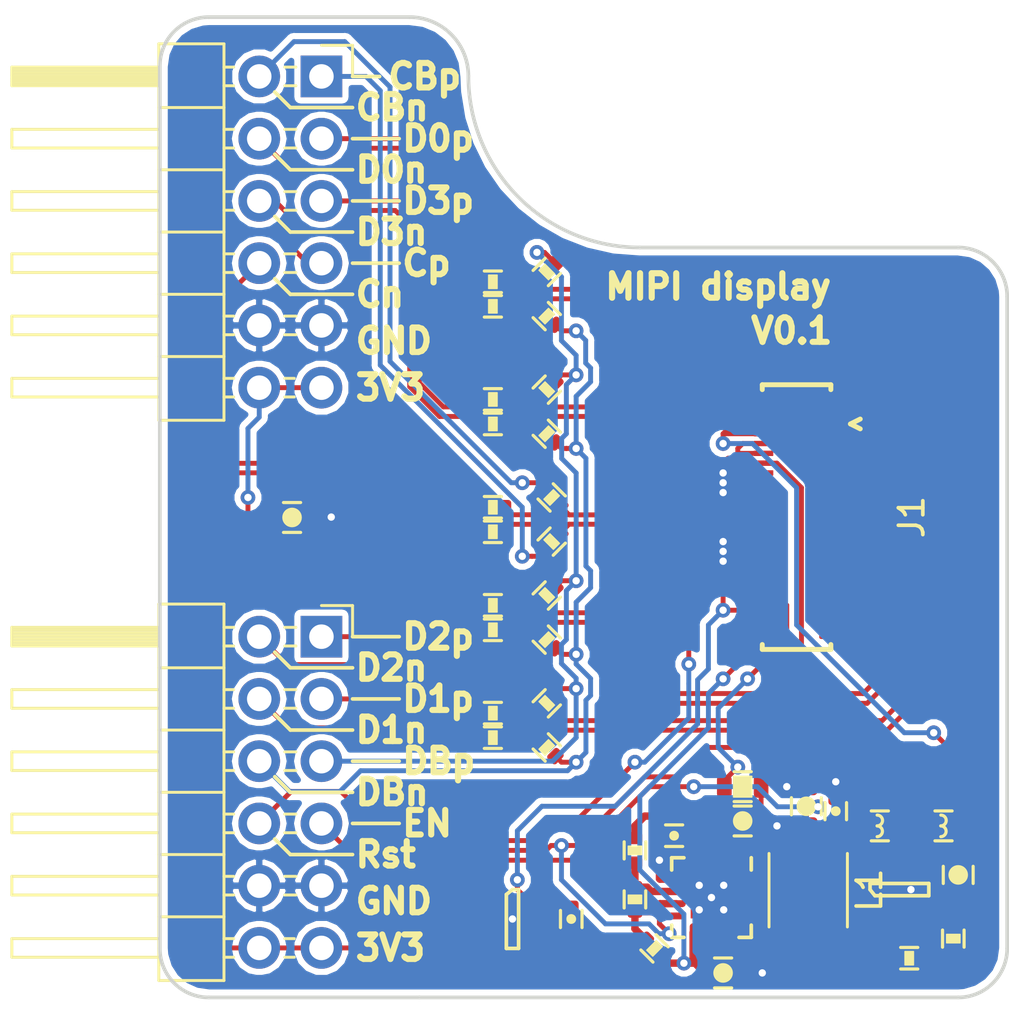
<source format=kicad_pcb>
(kicad_pcb (version 20171130) (host pcbnew "(5.0.0)")

  (general
    (thickness 0.8)
    (drawings 58)
    (tracks 571)
    (zones 0)
    (modules 44)
    (nets 55)
  )

  (page A4)
  (title_block
    (title "iCEBreaker PMOD - MIPI 1440x1440 Dsplay")
    (date 2018-11-04)
    (rev V1.0a)
    (company GsD)
    (comment 1 "2018 (C) Greg Davill<greg.davill@gmail.com>")
    (comment 3 "License: CC-BY-SA 4.0")
  )

  (layers
    (0 F.Cu signal)
    (31 B.Cu signal)
    (33 F.Adhes user)
    (34 B.Paste user)
    (35 F.Paste user)
    (36 B.SilkS user)
    (37 F.SilkS user)
    (38 B.Mask user)
    (39 F.Mask user)
    (40 Dwgs.User user hide)
    (44 Edge.Cuts user)
    (46 B.CrtYd user)
    (47 F.CrtYd user)
    (48 B.Fab user)
    (49 F.Fab user)
  )

  (setup
    (last_trace_width 0.2)
    (user_trace_width 0.3)
    (trace_clearance 0.16)
    (zone_clearance 0.25)
    (zone_45_only yes)
    (trace_min 0.2)
    (segment_width 0.15)
    (edge_width 0.15)
    (via_size 0.6)
    (via_drill 0.3)
    (via_min_size 0.5)
    (via_min_drill 0.3)
    (uvia_size 0.3)
    (uvia_drill 0.1)
    (uvias_allowed no)
    (uvia_min_size 0.2)
    (uvia_min_drill 0.1)
    (pcb_text_width 0.3)
    (pcb_text_size 1.5 1.5)
    (mod_edge_width 0.15)
    (mod_text_size 1 1)
    (mod_text_width 0.15)
    (pad_size 0.5 0.5)
    (pad_drill 0.3)
    (pad_to_mask_clearance 0.05)
    (aux_axis_origin 0 0)
    (grid_origin 37.4 43.8)
    (visible_elements 7FFFFFFF)
    (pcbplotparams
      (layerselection 0x010fc_ffffffff)
      (usegerberextensions true)
      (usegerberattributes false)
      (usegerberadvancedattributes false)
      (creategerberjobfile false)
      (excludeedgelayer true)
      (linewidth 0.300000)
      (plotframeref false)
      (viasonmask false)
      (mode 1)
      (useauxorigin false)
      (hpglpennumber 1)
      (hpglpenspeed 20)
      (hpglpendiameter 15.000000)
      (psnegative false)
      (psa4output false)
      (plotreference true)
      (plotvalue true)
      (plotinvisibletext false)
      (padsonsilk false)
      (subtractmaskfromsilk true)
      (outputformat 1)
      (mirror false)
      (drillshape 0)
      (scaleselection 1)
      (outputdirectory "gerber"))
  )

  (net 0 "")
  (net 1 GND)
  (net 2 +3V3)
  (net 3 /DAT_BIAS_P)
  (net 4 /DAT_BIAS_N)
  (net 5 /D3_P)
  (net 6 /D3_N)
  (net 7 /D2_P)
  (net 8 /D2_N)
  (net 9 /CLK_BIAS_N)
  (net 10 /CLK_BIAS_P)
  (net 11 /CLK_N)
  (net 12 /CLK_P)
  (net 13 /D0_N)
  (net 14 /D0_P)
  (net 15 /D1_N)
  (net 16 /D1_P)
  (net 17 /DSIA_D3_N)
  (net 18 /DSIA_D3_P)
  (net 19 /DSIA_D0_N)
  (net 20 /DSIA_D0_P)
  (net 21 /DSIA_CLK_N)
  (net 22 /DSIA_CLK_P)
  (net 23 /DSIA_D1_N)
  (net 24 /DSIA_D1_P)
  (net 25 /DSIA_D2_N)
  (net 26 /DSIA_D2_P)
  (net 27 "Net-(C3-Pad1)")
  (net 28 /AVDD)
  (net 29 /AVEE)
  (net 30 /AVDD_EN)
  (net 31 "Net-(L1-Pad1)")
  (net 32 "Net-(L1-Pad2)")
  (net 33 "Net-(R21-Pad2)")
  (net 34 "Net-(R22-Pad2)")
  (net 35 /LED+)
  (net 36 "Net-(D1-Pad2)")
  (net 37 "Net-(R25-Pad2)")
  (net 38 /DSIB_D2_P)
  (net 39 /DSIB_D2_N)
  (net 40 /DSIB_D1_P)
  (net 41 /DSIB_D1_N)
  (net 42 /DSIB_CLK_P)
  (net 43 /DSIB_CLK_N)
  (net 44 /DSIB_D0_P)
  (net 45 /DSIB_D0_N)
  (net 46 /DSIB_D3_P)
  (net 47 /DSIB_D3_N)
  (net 48 +1V8)
  (net 49 /EXCK)
  (net 50 /RESX)
  (net 51 /FTE)
  (net 52 /SYNC)
  (net 53 /LEDPWM)
  (net 54 "Net-(U3-Pad4)")

  (net_class Default "This is the default net class."
    (clearance 0.16)
    (trace_width 0.2)
    (via_dia 0.6)
    (via_drill 0.3)
    (uvia_dia 0.3)
    (uvia_drill 0.1)
    (diff_pair_gap 0.19)
    (diff_pair_width 0.2)
    (add_net +1V8)
    (add_net +3V3)
    (add_net /AVDD)
    (add_net /AVDD_EN)
    (add_net /AVEE)
    (add_net /CLK_BIAS_N)
    (add_net /CLK_BIAS_P)
    (add_net /CLK_N)
    (add_net /CLK_P)
    (add_net /D0_N)
    (add_net /D0_P)
    (add_net /D1_N)
    (add_net /D1_P)
    (add_net /D2_N)
    (add_net /D2_P)
    (add_net /D3_N)
    (add_net /D3_P)
    (add_net /DAT_BIAS_N)
    (add_net /DAT_BIAS_P)
    (add_net /DSIA_CLK_N)
    (add_net /DSIA_CLK_P)
    (add_net /DSIA_D0_N)
    (add_net /DSIA_D0_P)
    (add_net /DSIA_D1_N)
    (add_net /DSIA_D1_P)
    (add_net /DSIA_D2_N)
    (add_net /DSIA_D2_P)
    (add_net /DSIA_D3_N)
    (add_net /DSIA_D3_P)
    (add_net /DSIB_CLK_N)
    (add_net /DSIB_CLK_P)
    (add_net /DSIB_D0_N)
    (add_net /DSIB_D0_P)
    (add_net /DSIB_D1_N)
    (add_net /DSIB_D1_P)
    (add_net /DSIB_D2_N)
    (add_net /DSIB_D2_P)
    (add_net /DSIB_D3_N)
    (add_net /DSIB_D3_P)
    (add_net /EXCK)
    (add_net /FTE)
    (add_net /LED+)
    (add_net /LEDPWM)
    (add_net /RESX)
    (add_net /SYNC)
    (add_net GND)
    (add_net "Net-(C3-Pad1)")
    (add_net "Net-(D1-Pad2)")
    (add_net "Net-(L1-Pad1)")
    (add_net "Net-(L1-Pad2)")
    (add_net "Net-(R21-Pad2)")
    (add_net "Net-(R22-Pad2)")
    (add_net "Net-(R25-Pad2)")
    (add_net "Net-(U3-Pad4)")
  )

  (module LOGO (layer F.Cu) (tedit 0) (tstamp 5BE2B028)
    (at 42.8 46.2)
    (fp_text reference G*** (at 0 0) (layer F.SilkS) hide
      (effects (font (size 1.524 1.524) (thickness 0.3)))
    )
    (fp_text value LOGO (at 0.75 0) (layer F.SilkS) hide
      (effects (font (size 1.524 1.524) (thickness 0.3)))
    )
    (fp_poly (pts (xy 0.799042 -0.677215) (xy 0.965526 -0.671416) (xy 1.0972 -0.652539) (xy 1.200244 -0.618081)
      (xy 1.280838 -0.565535) (xy 1.345165 -0.492396) (xy 1.375189 -0.443681) (xy 1.401665 -0.388228)
      (xy 1.418848 -0.328946) (xy 1.429316 -0.253115) (xy 1.43565 -0.148013) (xy 1.435777 -0.144918)
      (xy 1.435152 0.010074) (xy 1.417651 0.13319) (xy 1.381026 0.232282) (xy 1.32303 0.3152)
      (xy 1.296053 0.343018) (xy 1.22731 0.403937) (xy 1.162742 0.446726) (xy 1.092039 0.474877)
      (xy 1.004887 0.491883) (xy 0.890976 0.501234) (xy 0.820209 0.50415) (xy 0.5715 0.512459)
      (xy 0.5715 0.344546) (xy 0.762 0.344546) (xy 0.892241 0.332736) (xy 0.986089 0.317341)
      (xy 1.057908 0.292038) (xy 1.076141 0.280864) (xy 1.136614 0.230517) (xy 1.177118 0.179836)
      (xy 1.201476 0.118694) (xy 1.213512 0.036964) (xy 1.217049 -0.07548) (xy 1.217084 -0.092442)
      (xy 1.210893 -0.232907) (xy 1.189635 -0.337716) (xy 1.149273 -0.412079) (xy 1.085777 -0.461209)
      (xy 0.995112 -0.490319) (xy 0.899578 -0.502753) (xy 0.762 -0.513796) (xy 0.762 0.344546)
      (xy 0.5715 0.344546) (xy 0.5715 -0.677333) (xy 0.799042 -0.677215)) (layer F.Mask) (width 0.01))
    (fp_poly (pts (xy 0.154705 -0.430489) (xy 0.306917 -0.41275) (xy 0.319657 -0.215638) (xy 0.239204 -0.234314)
      (xy 0.151446 -0.248225) (xy 0.058696 -0.252752) (xy -0.024117 -0.247996) (xy -0.082061 -0.234061)
      (xy -0.086058 -0.232089) (xy -0.12031 -0.19425) (xy -0.123453 -0.145685) (xy -0.100541 -0.11034)
      (xy -0.068122 -0.093295) (xy -0.007842 -0.069092) (xy 0.067625 -0.042794) (xy 0.072365 -0.041258)
      (xy 0.179093 0.001667) (xy 0.26726 0.053353) (xy 0.294615 0.075447) (xy 0.342327 0.125033)
      (xy 0.364501 0.170936) (xy 0.37037 0.233619) (xy 0.370417 0.243417) (xy 0.366067 0.308772)
      (xy 0.34696 0.355218) (xy 0.304015 0.402644) (xy 0.29304 0.412829) (xy 0.228153 0.461236)
      (xy 0.157416 0.4983) (xy 0.13429 0.506335) (xy 0.052494 0.520034) (xy -0.053701 0.525544)
      (xy -0.167127 0.522688) (xy -0.270615 0.511293) (xy -0.275166 0.510505) (xy -0.319657 0.500045)
      (xy -0.342437 0.480898) (xy -0.35218 0.44055) (xy -0.355814 0.394122) (xy -0.358096 0.333218)
      (xy -0.352582 0.305609) (xy -0.336077 0.30251) (xy -0.324064 0.306832) (xy -0.27791 0.317675)
      (xy -0.203522 0.326818) (xy -0.114992 0.333445) (xy -0.02641 0.33674) (xy 0.048132 0.335887)
      (xy 0.09154 0.330906) (xy 0.142415 0.303478) (xy 0.159247 0.261603) (xy 0.138456 0.21567)
      (xy 0.133116 0.210239) (xy 0.094562 0.185929) (xy 0.029154 0.156186) (xy -0.049276 0.127266)
      (xy -0.052916 0.126076) (xy -0.180462 0.074063) (xy -0.268857 0.012519) (xy -0.320706 -0.061116)
      (xy -0.338614 -0.149407) (xy -0.338666 -0.155009) (xy -0.320054 -0.25466) (xy -0.266423 -0.334488)
      (xy -0.181084 -0.392646) (xy -0.067345 -0.427287) (xy 0.071484 -0.436561) (xy 0.154705 -0.430489)) (layer F.Mask) (width 0.01))
    (fp_poly (pts (xy -0.70987 -0.685353) (xy -0.66675 -0.673872) (xy -0.617506 -0.655302) (xy -0.591604 -0.633324)
      (xy -0.580391 -0.594585) (xy -0.575646 -0.533323) (xy -0.569209 -0.421062) (xy -0.639146 -0.458481)
      (xy -0.71829 -0.484949) (xy -0.830702 -0.496148) (xy -0.860913 -0.496659) (xy -0.973117 -0.489775)
      (xy -1.055481 -0.463915) (xy -1.118412 -0.413221) (xy -1.17232 -0.331835) (xy -1.180041 -0.317068)
      (xy -1.21569 -0.214662) (xy -1.229348 -0.099035) (xy -1.222546 0.019261) (xy -1.196811 0.129679)
      (xy -1.153672 0.221667) (xy -1.094658 0.284677) (xy -1.092663 0.286006) (xy -1.017767 0.31803)
      (xy -0.92477 0.335324) (xy -0.836427 0.334243) (xy -0.816195 0.330295) (xy -0.788546 0.320976)
      (xy -0.772371 0.303803) (xy -0.764601 0.269047) (xy -0.762171 0.206977) (xy -0.762 0.158347)
      (xy -0.762 0) (xy -0.994833 0) (xy -0.994833 -0.169333) (xy -0.5715 -0.169333)
      (xy -0.5715 0.460088) (xy -0.694597 0.494627) (xy -0.814113 0.518523) (xy -0.935962 0.526528)
      (xy -1.043225 0.517995) (xy -1.079637 0.50939) (xy -1.211777 0.450432) (xy -1.313688 0.362812)
      (xy -1.385753 0.245914) (xy -1.428354 0.099122) (xy -1.441886 -0.074083) (xy -1.428174 -0.247412)
      (xy -1.386548 -0.390817) (xy -1.315436 -0.507515) (xy -1.213263 -0.600723) (xy -1.171213 -0.627609)
      (xy -1.073986 -0.667175) (xy -0.953563 -0.691008) (xy -0.82663 -0.697577) (xy -0.70987 -0.685353)) (layer F.Mask) (width 0.01))
    (fp_poly (pts (xy 0.809625 -0.656049) (xy 0.948894 -0.652824) (xy 1.055352 -0.641742) (xy 1.138164 -0.620435)
      (xy 1.206496 -0.586535) (xy 1.269512 -0.537672) (xy 1.270237 -0.537018) (xy 1.340037 -0.45732)
      (xy 1.386054 -0.362298) (xy 1.410458 -0.244688) (xy 1.415419 -0.097228) (xy 1.413931 -0.056017)
      (xy 1.39408 0.106816) (xy 1.349894 0.237949) (xy 1.279148 0.339287) (xy 1.179619 0.412731)
      (xy 1.049083 0.460187) (xy 0.885316 0.483556) (xy 0.779803 0.486833) (xy 0.592667 0.486833)
      (xy 0.592667 0.338667) (xy 0.762 0.338667) (xy 0.884039 0.338667) (xy 0.998972 0.327347)
      (xy 1.079303 0.299395) (xy 1.160578 0.233792) (xy 1.215228 0.137724) (xy 1.243868 0.009786)
      (xy 1.248834 -0.087568) (xy 1.23982 -0.236059) (xy 1.21085 -0.349515) (xy 1.159033 -0.431642)
      (xy 1.081476 -0.486148) (xy 0.975288 -0.516738) (xy 0.908005 -0.524408) (xy 0.762 -0.534855)
      (xy 0.762 0.338667) (xy 0.592667 0.338667) (xy 0.592667 -0.656167) (xy 0.809625 -0.656049)) (layer F.Cu) (width 0.01))
    (fp_poly (pts (xy 0.162577 -0.408638) (xy 0.231651 -0.397665) (xy 0.269226 -0.38476) (xy 0.285863 -0.363181)
      (xy 0.292122 -0.326181) (xy 0.292151 -0.325883) (xy 0.298552 -0.260216) (xy 0.140244 -0.270375)
      (xy 0.023554 -0.274289) (xy -0.058453 -0.267638) (xy -0.112413 -0.249068) (xy -0.144962 -0.217221)
      (xy -0.1483 -0.211417) (xy -0.159408 -0.158528) (xy -0.131713 -0.111118) (xy -0.063856 -0.06759)
      (xy -0.005378 -0.043426) (xy 0.120986 0.004376) (xy 0.212326 0.044812) (xy 0.274186 0.082617)
      (xy 0.312111 0.122522) (xy 0.331646 0.16926) (xy 0.338334 0.227561) (xy 0.338667 0.250217)
      (xy 0.332061 0.319458) (xy 0.306108 0.369754) (xy 0.275785 0.401589) (xy 0.193201 0.454029)
      (xy 0.081845 0.489442) (xy -0.047579 0.506087) (xy -0.184364 0.50222) (xy -0.264583 0.489528)
      (xy -0.310364 0.472303) (xy -0.330277 0.436937) (xy -0.334784 0.40645) (xy -0.341485 0.336834)
      (xy -0.228951 0.353625) (xy -0.077646 0.369325) (xy 0.038464 0.366191) (xy 0.11832 0.344321)
      (xy 0.151534 0.318598) (xy 0.179753 0.277874) (xy 0.1905 0.251655) (xy 0.170586 0.212403)
      (xy 0.114686 0.169922) (xy 0.028559 0.127998) (xy -0.031142 0.106035) (xy -0.115912 0.072019)
      (xy -0.195079 0.030549) (xy -0.245396 -0.004577) (xy -0.292577 -0.05312) (xy -0.313312 -0.100997)
      (xy -0.3175 -0.159315) (xy -0.298442 -0.24985) (xy -0.244324 -0.323152) (xy -0.159727 -0.376842)
      (xy -0.04923 -0.40854) (xy 0.082583 -0.415868) (xy 0.162577 -0.408638)) (layer F.Cu) (width 0.01))
    (fp_poly (pts (xy -0.729586 -0.662399) (xy -0.677333 -0.647505) (xy -0.626418 -0.62313) (xy -0.603622 -0.588205)
      (xy -0.59668 -0.543282) (xy -0.593267 -0.492195) (xy -0.600915 -0.471095) (xy -0.629252 -0.474961)
      (xy -0.684652 -0.497417) (xy -0.793084 -0.52487) (xy -0.911313 -0.52619) (xy -1.021487 -0.502134)
      (xy -1.067329 -0.481194) (xy -1.152001 -0.414193) (xy -1.209167 -0.323118) (xy -1.240724 -0.203739)
      (xy -1.248833 -0.077437) (xy -1.235812 0.076285) (xy -1.196686 0.196724) (xy -1.131367 0.283993)
      (xy -1.039764 0.338206) (xy -0.921786 0.359477) (xy -0.902158 0.359833) (xy -0.827591 0.358133)
      (xy -0.78048 0.347764) (xy -0.754524 0.320825) (xy -0.743421 0.269416) (xy -0.740872 0.185636)
      (xy -0.740833 0.157542) (xy -0.740833 -0.019054) (xy -0.862541 -0.025402) (xy -0.931356 -0.030401)
      (xy -0.968596 -0.039801) (xy -0.985008 -0.059004) (xy -0.990947 -0.089958) (xy -0.997645 -0.148167)
      (xy -0.592666 -0.148167) (xy -0.592666 0.440359) (xy -0.661458 0.46483) (xy -0.746414 0.485276)
      (xy -0.850823 0.496713) (xy -0.957542 0.498477) (xy -1.049423 0.489902) (xy -1.085247 0.481267)
      (xy -1.208581 0.422253) (xy -1.302342 0.335079) (xy -1.367447 0.218338) (xy -1.404808 0.070623)
      (xy -1.413852 -0.024121) (xy -1.40885 -0.20249) (xy -1.373738 -0.351868) (xy -1.307754 -0.47377)
      (xy -1.210142 -0.569709) (xy -1.111404 -0.627564) (xy -0.992941 -0.664104) (xy -0.859141 -0.676016)
      (xy -0.729586 -0.662399)) (layer F.Cu) (width 0.01))
  )

  (module WP7B-S040VA1 (layer F.Cu) (tedit 5BDE63F8) (tstamp 5BDF46C4)
    (at 63.4 44.2 270)
    (path /5BDE98A4)
    (fp_text reference J1 (at 0 -4.7 270) (layer F.SilkS)
      (effects (font (size 1 1) (thickness 0.15)))
    )
    (fp_text value JAE-WP7B-P040VA1 (at 0 -5.7 270) (layer F.Fab)
      (effects (font (size 1 1) (thickness 0.15)))
    )
    (fp_line (start -5.2 -1.4) (end -5.4 -1.4) (layer F.SilkS) (width 0.2))
    (fp_line (start -5.4 -1.4) (end -5.4 1.4) (layer F.SilkS) (width 0.2))
    (fp_line (start -5.4 1.4) (end -5.2 1.4) (layer F.SilkS) (width 0.2))
    (fp_line (start 5.2 1.4) (end 5.4 1.4) (layer F.SilkS) (width 0.2))
    (fp_line (start 5.4 1.4) (end 5.4 -1.4) (layer F.SilkS) (width 0.2))
    (fp_line (start 5.4 -1.4) (end 5.2 -1.4) (layer F.SilkS) (width 0.2))
    (fp_line (start -3.8 -2.2) (end -4 -2.6) (layer F.SilkS) (width 0.2))
    (fp_line (start -3.8 -2.2) (end -3.6 -2.6) (layer F.SilkS) (width 0.2))
    (pad "" smd roundrect (at -4.6 1.35 270) (size 0.75 0.85) (layers F.Cu F.Paste F.Mask) (roundrect_rratio 0.1))
    (pad 1 smd roundrect (at -3.8 -1.35 270) (size 0.22 0.8) (layers F.Cu F.Paste F.Mask) (roundrect_rratio 0.1)
      (net 17 /DSIA_D3_N))
    (pad 2 smd roundrect (at -3.4 -1.35 270) (size 0.22 0.8) (layers F.Cu F.Paste F.Mask) (roundrect_rratio 0.1)
      (net 18 /DSIA_D3_P))
    (pad 3 smd roundrect (at -3 -1.35 270) (size 0.22 0.8) (layers F.Cu F.Paste F.Mask) (roundrect_rratio 0.1)
      (net 19 /DSIA_D0_N))
    (pad 4 smd roundrect (at -2.6 -1.35 270) (size 0.22 0.8) (layers F.Cu F.Paste F.Mask) (roundrect_rratio 0.1)
      (net 20 /DSIA_D0_P))
    (pad 5 smd roundrect (at -2.2 -1.35 270) (size 0.22 0.8) (layers F.Cu F.Paste F.Mask) (roundrect_rratio 0.1)
      (net 21 /DSIA_CLK_N))
    (pad 6 smd roundrect (at -1.8 -1.35 270) (size 0.22 0.8) (layers F.Cu F.Paste F.Mask) (roundrect_rratio 0.1)
      (net 22 /DSIA_CLK_P))
    (pad 7 smd roundrect (at -1.4 -1.35 270) (size 0.22 0.8) (layers F.Cu F.Paste F.Mask) (roundrect_rratio 0.1)
      (net 23 /DSIA_D1_N))
    (pad 8 smd roundrect (at -1 -1.35 270) (size 0.22 0.8) (layers F.Cu F.Paste F.Mask) (roundrect_rratio 0.1)
      (net 24 /DSIA_D1_P))
    (pad 9 smd roundrect (at -0.6 -1.35 270) (size 0.22 0.8) (layers F.Cu F.Paste F.Mask) (roundrect_rratio 0.1)
      (net 25 /DSIA_D2_N))
    (pad 10 smd roundrect (at -0.2 -1.35 270) (size 0.22 0.8) (layers F.Cu F.Paste F.Mask) (roundrect_rratio 0.1)
      (net 26 /DSIA_D2_P))
    (pad 11 smd roundrect (at 0.2 -1.35 270) (size 0.22 0.8) (layers F.Cu F.Paste F.Mask) (roundrect_rratio 0.1)
      (net 38 /DSIB_D2_P))
    (pad 12 smd roundrect (at 0.6 -1.35 270) (size 0.22 0.8) (layers F.Cu F.Paste F.Mask) (roundrect_rratio 0.1)
      (net 39 /DSIB_D2_N))
    (pad 13 smd roundrect (at 1 -1.35 270) (size 0.22 0.8) (layers F.Cu F.Paste F.Mask) (roundrect_rratio 0.1)
      (net 40 /DSIB_D1_P))
    (pad 14 smd roundrect (at 1.4 -1.35 270) (size 0.22 0.8) (layers F.Cu F.Paste F.Mask) (roundrect_rratio 0.1)
      (net 41 /DSIB_D1_N))
    (pad 15 smd roundrect (at 1.8 -1.35 270) (size 0.22 0.8) (layers F.Cu F.Paste F.Mask) (roundrect_rratio 0.1)
      (net 42 /DSIB_CLK_P))
    (pad 16 smd roundrect (at 2.2 -1.35 270) (size 0.22 0.8) (layers F.Cu F.Paste F.Mask) (roundrect_rratio 0.1)
      (net 43 /DSIB_CLK_N))
    (pad 17 smd roundrect (at 2.6 -1.35 270) (size 0.22 0.8) (layers F.Cu F.Paste F.Mask) (roundrect_rratio 0.1)
      (net 44 /DSIB_D0_P))
    (pad 18 smd roundrect (at 3 -1.35 270) (size 0.22 0.8) (layers F.Cu F.Paste F.Mask) (roundrect_rratio 0.1)
      (net 45 /DSIB_D0_N))
    (pad 19 smd roundrect (at 3.4 -1.35 270) (size 0.22 0.8) (layers F.Cu F.Paste F.Mask) (roundrect_rratio 0.1)
      (net 46 /DSIB_D3_P))
    (pad 20 smd roundrect (at 3.8 -1.35 270) (size 0.22 0.8) (layers F.Cu F.Paste F.Mask) (roundrect_rratio 0.1)
      (net 47 /DSIB_D3_N))
    (pad 21 smd roundrect (at 3.8 1.35 270) (size 0.22 0.8) (layers F.Cu F.Paste F.Mask) (roundrect_rratio 0.1)
      (net 48 +1V8))
    (pad 22 smd roundrect (at 3.4 1.35 270) (size 0.22 0.8) (layers F.Cu F.Paste F.Mask) (roundrect_rratio 0.1)
      (net 28 /AVDD))
    (pad 23 smd roundrect (at 3 1.35 270) (size 0.22 0.8) (layers F.Cu F.Paste F.Mask) (roundrect_rratio 0.1)
      (net 48 +1V8))
    (pad 24 smd roundrect (at 2.6 1.35 270) (size 0.22 0.8) (layers F.Cu F.Paste F.Mask) (roundrect_rratio 0.1)
      (net 48 +1V8))
    (pad 25 smd roundrect (at 2.2 1.35 270) (size 0.22 0.8) (layers F.Cu F.Paste F.Mask) (roundrect_rratio 0.1)
      (net 49 /EXCK))
    (pad 26 smd roundrect (at 1.8 1.35 270) (size 0.22 0.8) (layers F.Cu F.Paste F.Mask) (roundrect_rratio 0.1)
      (net 1 GND))
    (pad 27 smd roundrect (at 1.4 1.35 270) (size 0.22 0.8) (layers F.Cu F.Paste F.Mask) (roundrect_rratio 0.1)
      (net 1 GND))
    (pad 28 smd roundrect (at 1 1.35 270) (size 0.22 0.8) (layers F.Cu F.Paste F.Mask) (roundrect_rratio 0.1)
      (net 1 GND))
    (pad 29 smd roundrect (at 0.6 1.35 270) (size 0.22 0.8) (layers F.Cu F.Paste F.Mask) (roundrect_rratio 0.1)
      (net 50 /RESX))
    (pad 30 smd roundrect (at 0.2 1.35 270) (size 0.22 0.8) (layers F.Cu F.Paste F.Mask) (roundrect_rratio 0.1)
      (net 51 /FTE))
    (pad 31 smd roundrect (at -0.2 1.35 270) (size 0.22 0.8) (layers F.Cu F.Paste F.Mask) (roundrect_rratio 0.1)
      (net 52 /SYNC))
    (pad 32 smd roundrect (at -0.6 1.35 270) (size 0.22 0.8) (layers F.Cu F.Paste F.Mask) (roundrect_rratio 0.1)
      (net 53 /LEDPWM))
    (pad 33 smd roundrect (at -1 1.35 270) (size 0.22 0.8) (layers F.Cu F.Paste F.Mask) (roundrect_rratio 0.1)
      (net 1 GND))
    (pad 34 smd roundrect (at -1.4 1.35 270) (size 0.22 0.8) (layers F.Cu F.Paste F.Mask) (roundrect_rratio 0.1)
      (net 1 GND))
    (pad 35 smd roundrect (at -1.8 1.35 270) (size 0.22 0.8) (layers F.Cu F.Paste F.Mask) (roundrect_rratio 0.1)
      (net 1 GND))
    (pad 36 smd roundrect (at -2.2 1.35 270) (size 0.22 0.8) (layers F.Cu F.Paste F.Mask) (roundrect_rratio 0.1)
      (net 29 /AVEE))
    (pad 37 smd roundrect (at -2.6 1.35 270) (size 0.22 0.8) (layers F.Cu F.Paste F.Mask) (roundrect_rratio 0.1)
      (net 1 GND))
    (pad 38 smd roundrect (at -3 1.35 270) (size 0.22 0.8) (layers F.Cu F.Paste F.Mask) (roundrect_rratio 0.1)
      (net 1 GND))
    (pad 39 smd roundrect (at -3.4 1.35 270) (size 0.22 0.8) (layers F.Cu F.Paste F.Mask) (roundrect_rratio 0.1)
      (net 35 /LED+))
    (pad 40 smd roundrect (at -3.8 1.35 270) (size 0.22 0.8) (layers F.Cu F.Paste F.Mask) (roundrect_rratio 0.1)
      (net 35 /LED+))
    (pad "" smd roundrect (at 4.6 -1.35 270) (size 0.75 0.85) (layers F.Cu F.Paste F.Mask) (roundrect_rratio 0.1))
    (pad "" smd roundrect (at -4.6 -1.35 270) (size 0.75 0.85) (layers F.Cu F.Paste F.Mask) (roundrect_rratio 0.1))
    (pad "" smd roundrect (at 4.6 1.35 270) (size 0.75 0.85) (layers F.Cu F.Paste F.Mask) (roundrect_rratio 0.1))
    (model C:/Users/gregd/Documents/git/icebreaker-pmod/mipi-4x-30pin/K3D-WP7B-S040VA1-V3_JAE_Proprietary.step
      (at (xyz 0 0 0))
      (scale (xyz 1 1 1))
      (rotate (xyz 0 0 0))
    )
  )

  (module pkl_connectors:PMODHeader_2x06_P2.54mm_Horizontal (layer F.Cu) (tedit 5AECF65A) (tstamp 5AEE0790)
    (at 44 38.92 180)
    (descr "Through hole angled pin header, 2x06, 2.54mm pitch, 6mm pin length, double rows")
    (tags "Through hole angled pin header THT 2x06 2.54mm double row")
    (path /5AB98614)
    (fp_text reference J4 (at 5.655 -2.27 180) (layer F.Fab)
      (effects (font (size 1 1) (thickness 0.15)))
    )
    (fp_text value PMOD (at 5.655 14.97 180) (layer F.Fab)
      (effects (font (size 1 1) (thickness 0.15)))
    )
    (fp_line (start 13.1 -1.8) (end -1.8 -1.8) (layer F.CrtYd) (width 0.05))
    (fp_line (start 13.1 14.5) (end 13.1 -1.8) (layer F.CrtYd) (width 0.05))
    (fp_line (start -1.8 14.5) (end 13.1 14.5) (layer F.CrtYd) (width 0.05))
    (fp_line (start -1.8 -1.8) (end -1.8 14.5) (layer F.CrtYd) (width 0.05))
    (fp_line (start -1.27 13.97) (end -1.27 12.7) (layer F.SilkS) (width 0.12))
    (fp_line (start 0 13.97) (end -1.27 13.97) (layer F.SilkS) (width 0.12))
    (fp_line (start 1.042929 13.08) (end 1.497071 13.08) (layer F.SilkS) (width 0.12))
    (fp_line (start 1.042929 12.32) (end 1.497071 12.32) (layer F.SilkS) (width 0.12))
    (fp_line (start 3.582929 13.08) (end 3.98 13.08) (layer F.SilkS) (width 0.12))
    (fp_line (start 3.582929 12.32) (end 3.98 12.32) (layer F.SilkS) (width 0.12))
    (fp_line (start 12.64 13.08) (end 6.64 13.08) (layer F.SilkS) (width 0.12))
    (fp_line (start 12.64 12.32) (end 12.64 13.08) (layer F.SilkS) (width 0.12))
    (fp_line (start 6.64 12.32) (end 12.64 12.32) (layer F.SilkS) (width 0.12))
    (fp_line (start 3.98 11.43) (end 6.64 11.43) (layer F.SilkS) (width 0.12))
    (fp_line (start 1.042929 10.54) (end 1.497071 10.54) (layer F.SilkS) (width 0.12))
    (fp_line (start 1.042929 9.78) (end 1.497071 9.78) (layer F.SilkS) (width 0.12))
    (fp_line (start 3.582929 10.54) (end 3.98 10.54) (layer F.SilkS) (width 0.12))
    (fp_line (start 3.582929 9.78) (end 3.98 9.78) (layer F.SilkS) (width 0.12))
    (fp_line (start 12.64 10.54) (end 6.64 10.54) (layer F.SilkS) (width 0.12))
    (fp_line (start 12.64 9.78) (end 12.64 10.54) (layer F.SilkS) (width 0.12))
    (fp_line (start 6.64 9.78) (end 12.64 9.78) (layer F.SilkS) (width 0.12))
    (fp_line (start 3.98 8.89) (end 6.64 8.89) (layer F.SilkS) (width 0.12))
    (fp_line (start 1.042929 8) (end 1.497071 8) (layer F.SilkS) (width 0.12))
    (fp_line (start 1.042929 7.24) (end 1.497071 7.24) (layer F.SilkS) (width 0.12))
    (fp_line (start 3.582929 8) (end 3.98 8) (layer F.SilkS) (width 0.12))
    (fp_line (start 3.582929 7.24) (end 3.98 7.24) (layer F.SilkS) (width 0.12))
    (fp_line (start 12.64 8) (end 6.64 8) (layer F.SilkS) (width 0.12))
    (fp_line (start 12.64 7.24) (end 12.64 8) (layer F.SilkS) (width 0.12))
    (fp_line (start 6.64 7.24) (end 12.64 7.24) (layer F.SilkS) (width 0.12))
    (fp_line (start 3.98 6.35) (end 6.64 6.35) (layer F.SilkS) (width 0.12))
    (fp_line (start 1.042929 5.46) (end 1.497071 5.46) (layer F.SilkS) (width 0.12))
    (fp_line (start 1.042929 4.7) (end 1.497071 4.7) (layer F.SilkS) (width 0.12))
    (fp_line (start 3.582929 5.46) (end 3.98 5.46) (layer F.SilkS) (width 0.12))
    (fp_line (start 3.582929 4.7) (end 3.98 4.7) (layer F.SilkS) (width 0.12))
    (fp_line (start 12.64 5.46) (end 6.64 5.46) (layer F.SilkS) (width 0.12))
    (fp_line (start 12.64 4.7) (end 12.64 5.46) (layer F.SilkS) (width 0.12))
    (fp_line (start 6.64 4.7) (end 12.64 4.7) (layer F.SilkS) (width 0.12))
    (fp_line (start 3.98 3.81) (end 6.64 3.81) (layer F.SilkS) (width 0.12))
    (fp_line (start 1.042929 2.92) (end 1.497071 2.92) (layer F.SilkS) (width 0.12))
    (fp_line (start 1.042929 2.16) (end 1.497071 2.16) (layer F.SilkS) (width 0.12))
    (fp_line (start 3.582929 2.92) (end 3.98 2.92) (layer F.SilkS) (width 0.12))
    (fp_line (start 3.582929 2.16) (end 3.98 2.16) (layer F.SilkS) (width 0.12))
    (fp_line (start 12.64 2.92) (end 6.64 2.92) (layer F.SilkS) (width 0.12))
    (fp_line (start 12.64 2.16) (end 12.64 2.92) (layer F.SilkS) (width 0.12))
    (fp_line (start 6.64 2.16) (end 12.64 2.16) (layer F.SilkS) (width 0.12))
    (fp_line (start 3.98 1.27) (end 6.64 1.27) (layer F.SilkS) (width 0.12))
    (fp_line (start 1.11 0.38) (end 1.497071 0.38) (layer F.SilkS) (width 0.12))
    (fp_line (start 1.11 -0.38) (end 1.497071 -0.38) (layer F.SilkS) (width 0.12))
    (fp_line (start 3.582929 0.38) (end 3.98 0.38) (layer F.SilkS) (width 0.12))
    (fp_line (start 3.582929 -0.38) (end 3.98 -0.38) (layer F.SilkS) (width 0.12))
    (fp_line (start 6.64 12.98) (end 12.64 12.98) (layer F.SilkS) (width 0.12))
    (fp_line (start 6.64 12.86) (end 12.64 12.86) (layer F.SilkS) (width 0.12))
    (fp_line (start 6.64 12.74) (end 12.64 12.74) (layer F.SilkS) (width 0.12))
    (fp_line (start 6.64 12.62) (end 12.64 12.62) (layer F.SilkS) (width 0.12))
    (fp_line (start 6.64 12.5) (end 12.64 12.5) (layer F.SilkS) (width 0.12))
    (fp_line (start 6.64 12.38) (end 12.64 12.38) (layer F.SilkS) (width 0.12))
    (fp_line (start 12.64 0.38) (end 6.64 0.38) (layer F.SilkS) (width 0.12))
    (fp_line (start 12.64 -0.38) (end 12.64 0.38) (layer F.SilkS) (width 0.12))
    (fp_line (start 6.64 -0.38) (end 12.64 -0.38) (layer F.SilkS) (width 0.12))
    (fp_line (start 6.64 -1.33) (end 3.98 -1.33) (layer F.SilkS) (width 0.12))
    (fp_line (start 6.64 14.03) (end 6.64 -1.33) (layer F.SilkS) (width 0.12))
    (fp_line (start 3.98 14.03) (end 6.64 14.03) (layer F.SilkS) (width 0.12))
    (fp_line (start 3.98 -1.33) (end 3.98 14.03) (layer F.SilkS) (width 0.12))
    (fp_line (start 6.58 13.02) (end 12.58 13.02) (layer F.Fab) (width 0.1))
    (fp_line (start 12.58 12.38) (end 12.58 13.02) (layer F.Fab) (width 0.1))
    (fp_line (start 6.58 12.38) (end 12.58 12.38) (layer F.Fab) (width 0.1))
    (fp_line (start -0.32 13.02) (end 4.04 13.02) (layer F.Fab) (width 0.1))
    (fp_line (start -0.32 12.38) (end -0.32 13.02) (layer F.Fab) (width 0.1))
    (fp_line (start -0.32 12.38) (end 4.04 12.38) (layer F.Fab) (width 0.1))
    (fp_line (start 6.58 10.48) (end 12.58 10.48) (layer F.Fab) (width 0.1))
    (fp_line (start 12.58 9.84) (end 12.58 10.48) (layer F.Fab) (width 0.1))
    (fp_line (start 6.58 9.84) (end 12.58 9.84) (layer F.Fab) (width 0.1))
    (fp_line (start -0.32 10.48) (end 4.04 10.48) (layer F.Fab) (width 0.1))
    (fp_line (start -0.32 9.84) (end -0.32 10.48) (layer F.Fab) (width 0.1))
    (fp_line (start -0.32 9.84) (end 4.04 9.84) (layer F.Fab) (width 0.1))
    (fp_line (start 6.58 7.94) (end 12.58 7.94) (layer F.Fab) (width 0.1))
    (fp_line (start 12.58 7.3) (end 12.58 7.94) (layer F.Fab) (width 0.1))
    (fp_line (start 6.58 7.3) (end 12.58 7.3) (layer F.Fab) (width 0.1))
    (fp_line (start -0.32 7.94) (end 4.04 7.94) (layer F.Fab) (width 0.1))
    (fp_line (start -0.32 7.3) (end -0.32 7.94) (layer F.Fab) (width 0.1))
    (fp_line (start -0.32 7.3) (end 4.04 7.3) (layer F.Fab) (width 0.1))
    (fp_line (start 6.58 5.4) (end 12.58 5.4) (layer F.Fab) (width 0.1))
    (fp_line (start 12.58 4.76) (end 12.58 5.4) (layer F.Fab) (width 0.1))
    (fp_line (start 6.58 4.76) (end 12.58 4.76) (layer F.Fab) (width 0.1))
    (fp_line (start -0.32 5.4) (end 4.04 5.4) (layer F.Fab) (width 0.1))
    (fp_line (start -0.32 4.76) (end -0.32 5.4) (layer F.Fab) (width 0.1))
    (fp_line (start -0.32 4.76) (end 4.04 4.76) (layer F.Fab) (width 0.1))
    (fp_line (start 6.58 2.86) (end 12.58 2.86) (layer F.Fab) (width 0.1))
    (fp_line (start 12.58 2.22) (end 12.58 2.86) (layer F.Fab) (width 0.1))
    (fp_line (start 6.58 2.22) (end 12.58 2.22) (layer F.Fab) (width 0.1))
    (fp_line (start -0.32 2.86) (end 4.04 2.86) (layer F.Fab) (width 0.1))
    (fp_line (start -0.32 2.22) (end -0.32 2.86) (layer F.Fab) (width 0.1))
    (fp_line (start -0.32 2.22) (end 4.04 2.22) (layer F.Fab) (width 0.1))
    (fp_line (start 6.58 0.32) (end 12.58 0.32) (layer F.Fab) (width 0.1))
    (fp_line (start 12.58 -0.32) (end 12.58 0.32) (layer F.Fab) (width 0.1))
    (fp_line (start 6.58 -0.32) (end 12.58 -0.32) (layer F.Fab) (width 0.1))
    (fp_line (start -0.32 0.32) (end 4.04 0.32) (layer F.Fab) (width 0.1))
    (fp_line (start -0.32 -0.32) (end -0.32 0.32) (layer F.Fab) (width 0.1))
    (fp_line (start -0.32 -0.32) (end 4.04 -0.32) (layer F.Fab) (width 0.1))
    (fp_line (start 4.04 13.335) (end 4.675 13.97) (layer F.Fab) (width 0.1))
    (fp_line (start 4.064 13.335) (end 4.064 -1.27) (layer F.Fab) (width 0.1))
    (fp_line (start 6.58 13.97) (end 4.699 13.97) (layer F.Fab) (width 0.1))
    (fp_line (start 6.58 -1.27) (end 6.58 13.97) (layer F.Fab) (width 0.1))
    (fp_line (start 4.064 -1.27) (end 6.58 -1.27) (layer F.Fab) (width 0.1))
    (pad 7 thru_hole circle (at 2.54 12.7 180) (size 1.7 1.7) (drill 1) (layers *.Cu *.Mask)
      (net 9 /CLK_BIAS_N))
    (pad 1 thru_hole rect (at 0 12.7 180) (size 1.7 1.7) (drill 1) (layers *.Cu *.Mask)
      (net 10 /CLK_BIAS_P))
    (pad 8 thru_hole oval (at 2.54 10.16 180) (size 1.7 1.7) (drill 1) (layers *.Cu *.Mask)
      (net 13 /D0_N))
    (pad 2 thru_hole oval (at 0 10.16 180) (size 1.7 1.7) (drill 1) (layers *.Cu *.Mask)
      (net 14 /D0_P))
    (pad 9 thru_hole oval (at 2.54 7.62 180) (size 1.7 1.7) (drill 1) (layers *.Cu *.Mask)
      (net 6 /D3_N))
    (pad 3 thru_hole oval (at 0 7.62 180) (size 1.7 1.7) (drill 1) (layers *.Cu *.Mask)
      (net 5 /D3_P))
    (pad 10 thru_hole oval (at 2.54 5.08 180) (size 1.7 1.7) (drill 1) (layers *.Cu *.Mask)
      (net 11 /CLK_N))
    (pad 4 thru_hole oval (at 0 5.08 180) (size 1.7 1.7) (drill 1) (layers *.Cu *.Mask)
      (net 12 /CLK_P))
    (pad 11 thru_hole oval (at 2.54 2.54 180) (size 1.7 1.7) (drill 1) (layers *.Cu *.Mask)
      (net 1 GND))
    (pad 5 thru_hole oval (at 0 2.54 180) (size 1.7 1.7) (drill 1) (layers *.Cu *.Mask)
      (net 1 GND))
    (pad 12 thru_hole oval (at 2.54 0 180) (size 1.7 1.7) (drill 1) (layers *.Cu *.Mask)
      (net 2 +3V3))
    (pad 6 thru_hole circle (at 0 0 180) (size 1.7 1.7) (drill 1) (layers *.Cu *.Mask)
      (net 2 +3V3))
    (model ${KISYS3DMOD}/Connector_PinHeader_2.54mm.3dshapes/PinHeader_2x06_P2.54mm_Horizontal.step
      (at (xyz 0 0 0))
      (scale (xyz 1 1 1))
      (rotate (xyz 0 0 0))
    )
  )

  (module pkl_connectors:PMODHeader_2x06_P2.54mm_Horizontal (layer F.Cu) (tedit 5AECF65A) (tstamp 5AEE0719)
    (at 44 61.78 180)
    (descr "Through hole angled pin header, 2x06, 2.54mm pitch, 6mm pin length, double rows")
    (tags "Through hole angled pin header THT 2x06 2.54mm double row")
    (path /5AACAA52)
    (fp_text reference J2 (at 5.655 -2.27 180) (layer F.Fab)
      (effects (font (size 1 1) (thickness 0.15)))
    )
    (fp_text value PMOD (at 5.655 14.97 180) (layer F.Fab)
      (effects (font (size 1 1) (thickness 0.15)))
    )
    (fp_line (start 4.064 -1.27) (end 6.58 -1.27) (layer F.Fab) (width 0.1))
    (fp_line (start 6.58 -1.27) (end 6.58 13.97) (layer F.Fab) (width 0.1))
    (fp_line (start 6.58 13.97) (end 4.699 13.97) (layer F.Fab) (width 0.1))
    (fp_line (start 4.064 13.335) (end 4.064 -1.27) (layer F.Fab) (width 0.1))
    (fp_line (start 4.04 13.335) (end 4.675 13.97) (layer F.Fab) (width 0.1))
    (fp_line (start -0.32 -0.32) (end 4.04 -0.32) (layer F.Fab) (width 0.1))
    (fp_line (start -0.32 -0.32) (end -0.32 0.32) (layer F.Fab) (width 0.1))
    (fp_line (start -0.32 0.32) (end 4.04 0.32) (layer F.Fab) (width 0.1))
    (fp_line (start 6.58 -0.32) (end 12.58 -0.32) (layer F.Fab) (width 0.1))
    (fp_line (start 12.58 -0.32) (end 12.58 0.32) (layer F.Fab) (width 0.1))
    (fp_line (start 6.58 0.32) (end 12.58 0.32) (layer F.Fab) (width 0.1))
    (fp_line (start -0.32 2.22) (end 4.04 2.22) (layer F.Fab) (width 0.1))
    (fp_line (start -0.32 2.22) (end -0.32 2.86) (layer F.Fab) (width 0.1))
    (fp_line (start -0.32 2.86) (end 4.04 2.86) (layer F.Fab) (width 0.1))
    (fp_line (start 6.58 2.22) (end 12.58 2.22) (layer F.Fab) (width 0.1))
    (fp_line (start 12.58 2.22) (end 12.58 2.86) (layer F.Fab) (width 0.1))
    (fp_line (start 6.58 2.86) (end 12.58 2.86) (layer F.Fab) (width 0.1))
    (fp_line (start -0.32 4.76) (end 4.04 4.76) (layer F.Fab) (width 0.1))
    (fp_line (start -0.32 4.76) (end -0.32 5.4) (layer F.Fab) (width 0.1))
    (fp_line (start -0.32 5.4) (end 4.04 5.4) (layer F.Fab) (width 0.1))
    (fp_line (start 6.58 4.76) (end 12.58 4.76) (layer F.Fab) (width 0.1))
    (fp_line (start 12.58 4.76) (end 12.58 5.4) (layer F.Fab) (width 0.1))
    (fp_line (start 6.58 5.4) (end 12.58 5.4) (layer F.Fab) (width 0.1))
    (fp_line (start -0.32 7.3) (end 4.04 7.3) (layer F.Fab) (width 0.1))
    (fp_line (start -0.32 7.3) (end -0.32 7.94) (layer F.Fab) (width 0.1))
    (fp_line (start -0.32 7.94) (end 4.04 7.94) (layer F.Fab) (width 0.1))
    (fp_line (start 6.58 7.3) (end 12.58 7.3) (layer F.Fab) (width 0.1))
    (fp_line (start 12.58 7.3) (end 12.58 7.94) (layer F.Fab) (width 0.1))
    (fp_line (start 6.58 7.94) (end 12.58 7.94) (layer F.Fab) (width 0.1))
    (fp_line (start -0.32 9.84) (end 4.04 9.84) (layer F.Fab) (width 0.1))
    (fp_line (start -0.32 9.84) (end -0.32 10.48) (layer F.Fab) (width 0.1))
    (fp_line (start -0.32 10.48) (end 4.04 10.48) (layer F.Fab) (width 0.1))
    (fp_line (start 6.58 9.84) (end 12.58 9.84) (layer F.Fab) (width 0.1))
    (fp_line (start 12.58 9.84) (end 12.58 10.48) (layer F.Fab) (width 0.1))
    (fp_line (start 6.58 10.48) (end 12.58 10.48) (layer F.Fab) (width 0.1))
    (fp_line (start -0.32 12.38) (end 4.04 12.38) (layer F.Fab) (width 0.1))
    (fp_line (start -0.32 12.38) (end -0.32 13.02) (layer F.Fab) (width 0.1))
    (fp_line (start -0.32 13.02) (end 4.04 13.02) (layer F.Fab) (width 0.1))
    (fp_line (start 6.58 12.38) (end 12.58 12.38) (layer F.Fab) (width 0.1))
    (fp_line (start 12.58 12.38) (end 12.58 13.02) (layer F.Fab) (width 0.1))
    (fp_line (start 6.58 13.02) (end 12.58 13.02) (layer F.Fab) (width 0.1))
    (fp_line (start 3.98 -1.33) (end 3.98 14.03) (layer F.SilkS) (width 0.12))
    (fp_line (start 3.98 14.03) (end 6.64 14.03) (layer F.SilkS) (width 0.12))
    (fp_line (start 6.64 14.03) (end 6.64 -1.33) (layer F.SilkS) (width 0.12))
    (fp_line (start 6.64 -1.33) (end 3.98 -1.33) (layer F.SilkS) (width 0.12))
    (fp_line (start 6.64 -0.38) (end 12.64 -0.38) (layer F.SilkS) (width 0.12))
    (fp_line (start 12.64 -0.38) (end 12.64 0.38) (layer F.SilkS) (width 0.12))
    (fp_line (start 12.64 0.38) (end 6.64 0.38) (layer F.SilkS) (width 0.12))
    (fp_line (start 6.64 12.38) (end 12.64 12.38) (layer F.SilkS) (width 0.12))
    (fp_line (start 6.64 12.5) (end 12.64 12.5) (layer F.SilkS) (width 0.12))
    (fp_line (start 6.64 12.62) (end 12.64 12.62) (layer F.SilkS) (width 0.12))
    (fp_line (start 6.64 12.74) (end 12.64 12.74) (layer F.SilkS) (width 0.12))
    (fp_line (start 6.64 12.86) (end 12.64 12.86) (layer F.SilkS) (width 0.12))
    (fp_line (start 6.64 12.98) (end 12.64 12.98) (layer F.SilkS) (width 0.12))
    (fp_line (start 3.582929 -0.38) (end 3.98 -0.38) (layer F.SilkS) (width 0.12))
    (fp_line (start 3.582929 0.38) (end 3.98 0.38) (layer F.SilkS) (width 0.12))
    (fp_line (start 1.11 -0.38) (end 1.497071 -0.38) (layer F.SilkS) (width 0.12))
    (fp_line (start 1.11 0.38) (end 1.497071 0.38) (layer F.SilkS) (width 0.12))
    (fp_line (start 3.98 1.27) (end 6.64 1.27) (layer F.SilkS) (width 0.12))
    (fp_line (start 6.64 2.16) (end 12.64 2.16) (layer F.SilkS) (width 0.12))
    (fp_line (start 12.64 2.16) (end 12.64 2.92) (layer F.SilkS) (width 0.12))
    (fp_line (start 12.64 2.92) (end 6.64 2.92) (layer F.SilkS) (width 0.12))
    (fp_line (start 3.582929 2.16) (end 3.98 2.16) (layer F.SilkS) (width 0.12))
    (fp_line (start 3.582929 2.92) (end 3.98 2.92) (layer F.SilkS) (width 0.12))
    (fp_line (start 1.042929 2.16) (end 1.497071 2.16) (layer F.SilkS) (width 0.12))
    (fp_line (start 1.042929 2.92) (end 1.497071 2.92) (layer F.SilkS) (width 0.12))
    (fp_line (start 3.98 3.81) (end 6.64 3.81) (layer F.SilkS) (width 0.12))
    (fp_line (start 6.64 4.7) (end 12.64 4.7) (layer F.SilkS) (width 0.12))
    (fp_line (start 12.64 4.7) (end 12.64 5.46) (layer F.SilkS) (width 0.12))
    (fp_line (start 12.64 5.46) (end 6.64 5.46) (layer F.SilkS) (width 0.12))
    (fp_line (start 3.582929 4.7) (end 3.98 4.7) (layer F.SilkS) (width 0.12))
    (fp_line (start 3.582929 5.46) (end 3.98 5.46) (layer F.SilkS) (width 0.12))
    (fp_line (start 1.042929 4.7) (end 1.497071 4.7) (layer F.SilkS) (width 0.12))
    (fp_line (start 1.042929 5.46) (end 1.497071 5.46) (layer F.SilkS) (width 0.12))
    (fp_line (start 3.98 6.35) (end 6.64 6.35) (layer F.SilkS) (width 0.12))
    (fp_line (start 6.64 7.24) (end 12.64 7.24) (layer F.SilkS) (width 0.12))
    (fp_line (start 12.64 7.24) (end 12.64 8) (layer F.SilkS) (width 0.12))
    (fp_line (start 12.64 8) (end 6.64 8) (layer F.SilkS) (width 0.12))
    (fp_line (start 3.582929 7.24) (end 3.98 7.24) (layer F.SilkS) (width 0.12))
    (fp_line (start 3.582929 8) (end 3.98 8) (layer F.SilkS) (width 0.12))
    (fp_line (start 1.042929 7.24) (end 1.497071 7.24) (layer F.SilkS) (width 0.12))
    (fp_line (start 1.042929 8) (end 1.497071 8) (layer F.SilkS) (width 0.12))
    (fp_line (start 3.98 8.89) (end 6.64 8.89) (layer F.SilkS) (width 0.12))
    (fp_line (start 6.64 9.78) (end 12.64 9.78) (layer F.SilkS) (width 0.12))
    (fp_line (start 12.64 9.78) (end 12.64 10.54) (layer F.SilkS) (width 0.12))
    (fp_line (start 12.64 10.54) (end 6.64 10.54) (layer F.SilkS) (width 0.12))
    (fp_line (start 3.582929 9.78) (end 3.98 9.78) (layer F.SilkS) (width 0.12))
    (fp_line (start 3.582929 10.54) (end 3.98 10.54) (layer F.SilkS) (width 0.12))
    (fp_line (start 1.042929 9.78) (end 1.497071 9.78) (layer F.SilkS) (width 0.12))
    (fp_line (start 1.042929 10.54) (end 1.497071 10.54) (layer F.SilkS) (width 0.12))
    (fp_line (start 3.98 11.43) (end 6.64 11.43) (layer F.SilkS) (width 0.12))
    (fp_line (start 6.64 12.32) (end 12.64 12.32) (layer F.SilkS) (width 0.12))
    (fp_line (start 12.64 12.32) (end 12.64 13.08) (layer F.SilkS) (width 0.12))
    (fp_line (start 12.64 13.08) (end 6.64 13.08) (layer F.SilkS) (width 0.12))
    (fp_line (start 3.582929 12.32) (end 3.98 12.32) (layer F.SilkS) (width 0.12))
    (fp_line (start 3.582929 13.08) (end 3.98 13.08) (layer F.SilkS) (width 0.12))
    (fp_line (start 1.042929 12.32) (end 1.497071 12.32) (layer F.SilkS) (width 0.12))
    (fp_line (start 1.042929 13.08) (end 1.497071 13.08) (layer F.SilkS) (width 0.12))
    (fp_line (start 0 13.97) (end -1.27 13.97) (layer F.SilkS) (width 0.12))
    (fp_line (start -1.27 13.97) (end -1.27 12.7) (layer F.SilkS) (width 0.12))
    (fp_line (start -1.8 -1.8) (end -1.8 14.5) (layer F.CrtYd) (width 0.05))
    (fp_line (start -1.8 14.5) (end 13.1 14.5) (layer F.CrtYd) (width 0.05))
    (fp_line (start 13.1 14.5) (end 13.1 -1.8) (layer F.CrtYd) (width 0.05))
    (fp_line (start 13.1 -1.8) (end -1.8 -1.8) (layer F.CrtYd) (width 0.05))
    (pad 6 thru_hole circle (at 0 0 180) (size 1.7 1.7) (drill 1) (layers *.Cu *.Mask)
      (net 2 +3V3))
    (pad 12 thru_hole oval (at 2.54 0 180) (size 1.7 1.7) (drill 1) (layers *.Cu *.Mask)
      (net 2 +3V3))
    (pad 5 thru_hole oval (at 0 2.54 180) (size 1.7 1.7) (drill 1) (layers *.Cu *.Mask)
      (net 1 GND))
    (pad 11 thru_hole oval (at 2.54 2.54 180) (size 1.7 1.7) (drill 1) (layers *.Cu *.Mask)
      (net 1 GND))
    (pad 4 thru_hole oval (at 0 5.08 180) (size 1.7 1.7) (drill 1) (layers *.Cu *.Mask)
      (net 30 /AVDD_EN))
    (pad 10 thru_hole oval (at 2.54 5.08 180) (size 1.7 1.7) (drill 1) (layers *.Cu *.Mask)
      (net 50 /RESX))
    (pad 3 thru_hole oval (at 0 7.62 180) (size 1.7 1.7) (drill 1) (layers *.Cu *.Mask)
      (net 3 /DAT_BIAS_P))
    (pad 9 thru_hole oval (at 2.54 7.62 180) (size 1.7 1.7) (drill 1) (layers *.Cu *.Mask)
      (net 4 /DAT_BIAS_N))
    (pad 2 thru_hole oval (at 0 10.16 180) (size 1.7 1.7) (drill 1) (layers *.Cu *.Mask)
      (net 16 /D1_P))
    (pad 8 thru_hole oval (at 2.54 10.16 180) (size 1.7 1.7) (drill 1) (layers *.Cu *.Mask)
      (net 15 /D1_N))
    (pad 1 thru_hole rect (at 0 12.7 180) (size 1.7 1.7) (drill 1) (layers *.Cu *.Mask)
      (net 7 /D2_P))
    (pad 7 thru_hole circle (at 2.54 12.7 180) (size 1.7 1.7) (drill 1) (layers *.Cu *.Mask)
      (net 8 /D2_N))
    (model ${KISYS3DMOD}/Connector_PinHeader_2.54mm.3dshapes/PinHeader_2x06_P2.54mm_Horizontal.step
      (at (xyz 0 0 0))
      (scale (xyz 1 1 1))
      (rotate (xyz 0 0 0))
    )
  )

  (module pkl_dipol:C_0603 (layer F.Cu) (tedit 5B8B5957) (tstamp 5BDD78F5)
    (at 42.8 44.216)
    (descr "Capacitor SMD 0603, reflow soldering")
    (tags "capacitor 0603")
    (path /5BAA8EB6)
    (attr smd)
    (fp_text reference C1 (at 0 -1.1) (layer F.Fab)
      (effects (font (size 0.635 0.635) (thickness 0.1)))
    )
    (fp_text value 10u (at 0 1.2) (layer F.Fab)
      (effects (font (size 0.635 0.635) (thickness 0.1)))
    )
    (fp_circle (center 0 0) (end 0.2 0) (layer F.SilkS) (width 0.4))
    (fp_line (start -1.175 -0.725) (end 1.175 -0.725) (layer F.CrtYd) (width 0.05))
    (fp_line (start -1.175 0.725) (end 1.175 0.725) (layer F.CrtYd) (width 0.05))
    (fp_line (start -1.175 -0.725) (end -1.175 0.725) (layer F.CrtYd) (width 0.05))
    (fp_line (start 1.175 -0.725) (end 1.175 0.725) (layer F.CrtYd) (width 0.05))
    (fp_line (start -0.35 -0.61) (end 0.35 -0.61) (layer F.SilkS) (width 0.13))
    (fp_line (start 0.35 0.61) (end -0.35 0.61) (layer F.SilkS) (width 0.13))
    (pad 1 smd roundrect (at -0.75 0) (size 0.6 0.9) (layers F.Cu F.Paste F.Mask) (roundrect_rratio 0.25)
      (net 2 +3V3))
    (pad 2 smd roundrect (at 0.75 0) (size 0.6 0.9) (layers F.Cu F.Paste F.Mask) (roundrect_rratio 0.25)
      (net 1 GND))
    (model ${KISYS3DMOD}/Capacitor_SMD.3dshapes/C_0603_1608Metric.step
      (at (xyz 0 0 0))
      (scale (xyz 1 1 1))
      (rotate (xyz 0 0 0))
    )
  )

  (module pkl_dipol:R_0402 (layer F.Cu) (tedit 5B8B7ED4) (tstamp 5BDF5F5A)
    (at 51 40.4 180)
    (descr "Resistor SMD 0402, reflow soldering")
    (tags "resistor 0402")
    (path /5BE66F4D)
    (attr smd)
    (fp_text reference R1 (at 0 -1.1 180) (layer F.Fab)
      (effects (font (size 0.635 0.635) (thickness 0.1)))
    )
    (fp_text value 220R (at 0 1.2 180) (layer F.Fab)
      (effects (font (size 0.635 0.635) (thickness 0.1)))
    )
    (fp_poly (pts (xy -0.175 0.275) (xy -0.175 -0.275) (xy 0.175 -0.275) (xy 0.175 0.275)
      (xy -0.1 0.275)) (layer F.SilkS) (width 0.05))
    (fp_line (start -0.95 -0.5) (end 0.95 -0.5) (layer F.CrtYd) (width 0.05))
    (fp_line (start -0.95 0.5) (end 0.95 0.5) (layer F.CrtYd) (width 0.05))
    (fp_line (start -0.95 -0.5) (end -0.95 0.5) (layer F.CrtYd) (width 0.05))
    (fp_line (start 0.95 -0.5) (end 0.95 0.5) (layer F.CrtYd) (width 0.05))
    (fp_line (start -0.35 -0.44) (end 0.35 -0.44) (layer F.SilkS) (width 0.13))
    (fp_line (start 0.35 0.44) (end -0.35 0.44) (layer F.SilkS) (width 0.13))
    (pad 1 smd roundrect (at -0.5 0 180) (size 0.5 0.6) (layers F.Cu F.Paste F.Mask) (roundrect_rratio 0.25)
      (net 17 /DSIA_D3_N))
    (pad 2 smd roundrect (at 0.5 0 180) (size 0.5 0.6) (layers F.Cu F.Paste F.Mask) (roundrect_rratio 0.25)
      (net 6 /D3_N))
    (model ${KISYS3DMOD}/Resistor_SMD.3dshapes/R_0402_1005Metric.step
      (at (xyz 0 0 0))
      (scale (xyz 1 1 1))
      (rotate (xyz 0 0 0))
    )
  )

  (module pkl_dipol:R_0402 (layer F.Cu) (tedit 5B8B7ED4) (tstamp 5BDF5F30)
    (at 51 39.4 180)
    (descr "Resistor SMD 0402, reflow soldering")
    (tags "resistor 0402")
    (path /5BE66F54)
    (attr smd)
    (fp_text reference R2 (at 0 -1.1 180) (layer F.Fab)
      (effects (font (size 0.635 0.635) (thickness 0.1)))
    )
    (fp_text value 220R (at 0 1.2 180) (layer F.Fab)
      (effects (font (size 0.635 0.635) (thickness 0.1)))
    )
    (fp_line (start 0.35 0.44) (end -0.35 0.44) (layer F.SilkS) (width 0.13))
    (fp_line (start -0.35 -0.44) (end 0.35 -0.44) (layer F.SilkS) (width 0.13))
    (fp_line (start 0.95 -0.5) (end 0.95 0.5) (layer F.CrtYd) (width 0.05))
    (fp_line (start -0.95 -0.5) (end -0.95 0.5) (layer F.CrtYd) (width 0.05))
    (fp_line (start -0.95 0.5) (end 0.95 0.5) (layer F.CrtYd) (width 0.05))
    (fp_line (start -0.95 -0.5) (end 0.95 -0.5) (layer F.CrtYd) (width 0.05))
    (fp_poly (pts (xy -0.175 0.275) (xy -0.175 -0.275) (xy 0.175 -0.275) (xy 0.175 0.275)
      (xy -0.1 0.275)) (layer F.SilkS) (width 0.05))
    (pad 2 smd roundrect (at 0.5 0 180) (size 0.5 0.6) (layers F.Cu F.Paste F.Mask) (roundrect_rratio 0.25)
      (net 5 /D3_P))
    (pad 1 smd roundrect (at -0.5 0 180) (size 0.5 0.6) (layers F.Cu F.Paste F.Mask) (roundrect_rratio 0.25)
      (net 18 /DSIA_D3_P))
    (model ${KISYS3DMOD}/Resistor_SMD.3dshapes/R_0402_1005Metric.step
      (at (xyz 0 0 0))
      (scale (xyz 1 1 1))
      (rotate (xyz 0 0 0))
    )
  )

  (module pkl_dipol:R_0402 (layer F.Cu) (tedit 5B8B7ED4) (tstamp 5BDD7E5F)
    (at 51 35.6 180)
    (descr "Resistor SMD 0402, reflow soldering")
    (tags "resistor 0402")
    (path /5BE52659)
    (attr smd)
    (fp_text reference R3 (at 0 -1.1 180) (layer F.Fab)
      (effects (font (size 0.635 0.635) (thickness 0.1)))
    )
    (fp_text value 220R (at 0 1.2 180) (layer F.Fab)
      (effects (font (size 0.635 0.635) (thickness 0.1)))
    )
    (fp_line (start 0.35 0.44) (end -0.35 0.44) (layer F.SilkS) (width 0.13))
    (fp_line (start -0.35 -0.44) (end 0.35 -0.44) (layer F.SilkS) (width 0.13))
    (fp_line (start 0.95 -0.5) (end 0.95 0.5) (layer F.CrtYd) (width 0.05))
    (fp_line (start -0.95 -0.5) (end -0.95 0.5) (layer F.CrtYd) (width 0.05))
    (fp_line (start -0.95 0.5) (end 0.95 0.5) (layer F.CrtYd) (width 0.05))
    (fp_line (start -0.95 -0.5) (end 0.95 -0.5) (layer F.CrtYd) (width 0.05))
    (fp_poly (pts (xy -0.175 0.275) (xy -0.175 -0.275) (xy 0.175 -0.275) (xy 0.175 0.275)
      (xy -0.1 0.275)) (layer F.SilkS) (width 0.05))
    (pad 2 smd roundrect (at 0.5 0 180) (size 0.5 0.6) (layers F.Cu F.Paste F.Mask) (roundrect_rratio 0.25)
      (net 13 /D0_N))
    (pad 1 smd roundrect (at -0.5 0 180) (size 0.5 0.6) (layers F.Cu F.Paste F.Mask) (roundrect_rratio 0.25)
      (net 19 /DSIA_D0_N))
    (model ${KISYS3DMOD}/Resistor_SMD.3dshapes/R_0402_1005Metric.step
      (at (xyz 0 0 0))
      (scale (xyz 1 1 1))
      (rotate (xyz 0 0 0))
    )
  )

  (module pkl_dipol:R_0402 (layer F.Cu) (tedit 5B8B7ED4) (tstamp 5BDD7939)
    (at 51 34.6 180)
    (descr "Resistor SMD 0402, reflow soldering")
    (tags "resistor 0402")
    (path /5BE52660)
    (attr smd)
    (fp_text reference R4 (at 0 -1.1 180) (layer F.Fab)
      (effects (font (size 0.635 0.635) (thickness 0.1)))
    )
    (fp_text value 220R (at 0 1.2 180) (layer F.Fab)
      (effects (font (size 0.635 0.635) (thickness 0.1)))
    )
    (fp_poly (pts (xy -0.175 0.275) (xy -0.175 -0.275) (xy 0.175 -0.275) (xy 0.175 0.275)
      (xy -0.1 0.275)) (layer F.SilkS) (width 0.05))
    (fp_line (start -0.95 -0.5) (end 0.95 -0.5) (layer F.CrtYd) (width 0.05))
    (fp_line (start -0.95 0.5) (end 0.95 0.5) (layer F.CrtYd) (width 0.05))
    (fp_line (start -0.95 -0.5) (end -0.95 0.5) (layer F.CrtYd) (width 0.05))
    (fp_line (start 0.95 -0.5) (end 0.95 0.5) (layer F.CrtYd) (width 0.05))
    (fp_line (start -0.35 -0.44) (end 0.35 -0.44) (layer F.SilkS) (width 0.13))
    (fp_line (start 0.35 0.44) (end -0.35 0.44) (layer F.SilkS) (width 0.13))
    (pad 1 smd roundrect (at -0.5 0 180) (size 0.5 0.6) (layers F.Cu F.Paste F.Mask) (roundrect_rratio 0.25)
      (net 20 /DSIA_D0_P))
    (pad 2 smd roundrect (at 0.5 0 180) (size 0.5 0.6) (layers F.Cu F.Paste F.Mask) (roundrect_rratio 0.25)
      (net 14 /D0_P))
    (model ${KISYS3DMOD}/Resistor_SMD.3dshapes/R_0402_1005Metric.step
      (at (xyz 0 0 0))
      (scale (xyz 1 1 1))
      (rotate (xyz 0 0 0))
    )
  )

  (module pkl_dipol:R_0402 (layer F.Cu) (tedit 5B8B7ED4) (tstamp 5BDD7946)
    (at 51 43.8 180)
    (descr "Resistor SMD 0402, reflow soldering")
    (tags "resistor 0402")
    (path /5BE3D396)
    (attr smd)
    (fp_text reference R5 (at 0 -1.1 180) (layer F.Fab)
      (effects (font (size 0.635 0.635) (thickness 0.1)))
    )
    (fp_text value 220R (at 0 1.2 180) (layer F.Fab)
      (effects (font (size 0.635 0.635) (thickness 0.1)))
    )
    (fp_line (start 0.35 0.44) (end -0.35 0.44) (layer F.SilkS) (width 0.13))
    (fp_line (start -0.35 -0.44) (end 0.35 -0.44) (layer F.SilkS) (width 0.13))
    (fp_line (start 0.95 -0.5) (end 0.95 0.5) (layer F.CrtYd) (width 0.05))
    (fp_line (start -0.95 -0.5) (end -0.95 0.5) (layer F.CrtYd) (width 0.05))
    (fp_line (start -0.95 0.5) (end 0.95 0.5) (layer F.CrtYd) (width 0.05))
    (fp_line (start -0.95 -0.5) (end 0.95 -0.5) (layer F.CrtYd) (width 0.05))
    (fp_poly (pts (xy -0.175 0.275) (xy -0.175 -0.275) (xy 0.175 -0.275) (xy 0.175 0.275)
      (xy -0.1 0.275)) (layer F.SilkS) (width 0.05))
    (pad 2 smd roundrect (at 0.5 0 180) (size 0.5 0.6) (layers F.Cu F.Paste F.Mask) (roundrect_rratio 0.25)
      (net 11 /CLK_N))
    (pad 1 smd roundrect (at -0.5 0 180) (size 0.5 0.6) (layers F.Cu F.Paste F.Mask) (roundrect_rratio 0.25)
      (net 21 /DSIA_CLK_N))
    (model ${KISYS3DMOD}/Resistor_SMD.3dshapes/R_0402_1005Metric.step
      (at (xyz 0 0 0))
      (scale (xyz 1 1 1))
      (rotate (xyz 0 0 0))
    )
  )

  (module pkl_dipol:R_0402 (layer F.Cu) (tedit 5B8B7ED4) (tstamp 5BDD7953)
    (at 51 44.8 180)
    (descr "Resistor SMD 0402, reflow soldering")
    (tags "resistor 0402")
    (path /5BE3D3FB)
    (attr smd)
    (fp_text reference R6 (at 0 -0.1) (layer F.Fab)
      (effects (font (size 0.635 0.635) (thickness 0.1)))
    )
    (fp_text value 220R (at 0 1.2 180) (layer F.Fab)
      (effects (font (size 0.635 0.635) (thickness 0.1)))
    )
    (fp_poly (pts (xy -0.175 0.275) (xy -0.175 -0.275) (xy 0.175 -0.275) (xy 0.175 0.275)
      (xy -0.1 0.275)) (layer F.SilkS) (width 0.05))
    (fp_line (start -0.95 -0.5) (end 0.95 -0.5) (layer F.CrtYd) (width 0.05))
    (fp_line (start -0.95 0.5) (end 0.95 0.5) (layer F.CrtYd) (width 0.05))
    (fp_line (start -0.95 -0.5) (end -0.95 0.5) (layer F.CrtYd) (width 0.05))
    (fp_line (start 0.95 -0.5) (end 0.95 0.5) (layer F.CrtYd) (width 0.05))
    (fp_line (start -0.35 -0.44) (end 0.35 -0.44) (layer F.SilkS) (width 0.13))
    (fp_line (start 0.35 0.44) (end -0.35 0.44) (layer F.SilkS) (width 0.13))
    (pad 1 smd roundrect (at -0.5 0 180) (size 0.5 0.6) (layers F.Cu F.Paste F.Mask) (roundrect_rratio 0.25)
      (net 22 /DSIA_CLK_P))
    (pad 2 smd roundrect (at 0.5 0 180) (size 0.5 0.6) (layers F.Cu F.Paste F.Mask) (roundrect_rratio 0.25)
      (net 12 /CLK_P))
    (model ${KISYS3DMOD}/Resistor_SMD.3dshapes/R_0402_1005Metric.step
      (at (xyz 0 0 0))
      (scale (xyz 1 1 1))
      (rotate (xyz 0 0 0))
    )
  )

  (module pkl_dipol:R_0402 (layer F.Cu) (tedit 5B8B7ED4) (tstamp 5BDD7960)
    (at 51 53.2 180)
    (descr "Resistor SMD 0402, reflow soldering")
    (tags "resistor 0402")
    (path /5BE691C0)
    (attr smd)
    (fp_text reference R7 (at 0 -1.1 180) (layer F.Fab)
      (effects (font (size 0.635 0.635) (thickness 0.1)))
    )
    (fp_text value 220R (at 0 1.2 180) (layer F.Fab)
      (effects (font (size 0.635 0.635) (thickness 0.1)))
    )
    (fp_poly (pts (xy -0.175 0.275) (xy -0.175 -0.275) (xy 0.175 -0.275) (xy 0.175 0.275)
      (xy -0.1 0.275)) (layer F.SilkS) (width 0.05))
    (fp_line (start -0.95 -0.5) (end 0.95 -0.5) (layer F.CrtYd) (width 0.05))
    (fp_line (start -0.95 0.5) (end 0.95 0.5) (layer F.CrtYd) (width 0.05))
    (fp_line (start -0.95 -0.5) (end -0.95 0.5) (layer F.CrtYd) (width 0.05))
    (fp_line (start 0.95 -0.5) (end 0.95 0.5) (layer F.CrtYd) (width 0.05))
    (fp_line (start -0.35 -0.44) (end 0.35 -0.44) (layer F.SilkS) (width 0.13))
    (fp_line (start 0.35 0.44) (end -0.35 0.44) (layer F.SilkS) (width 0.13))
    (pad 1 smd roundrect (at -0.5 0 180) (size 0.5 0.6) (layers F.Cu F.Paste F.Mask) (roundrect_rratio 0.25)
      (net 23 /DSIA_D1_N))
    (pad 2 smd roundrect (at 0.5 0 180) (size 0.5 0.6) (layers F.Cu F.Paste F.Mask) (roundrect_rratio 0.25)
      (net 15 /D1_N))
    (model ${KISYS3DMOD}/Resistor_SMD.3dshapes/R_0402_1005Metric.step
      (at (xyz 0 0 0))
      (scale (xyz 1 1 1))
      (rotate (xyz 0 0 0))
    )
  )

  (module pkl_dipol:R_0402 (layer F.Cu) (tedit 5B8B7ED4) (tstamp 5BDD796D)
    (at 51 52.2 180)
    (descr "Resistor SMD 0402, reflow soldering")
    (tags "resistor 0402")
    (path /5BE691C7)
    (attr smd)
    (fp_text reference R8 (at 0 -1.1 180) (layer F.Fab)
      (effects (font (size 0.635 0.635) (thickness 0.1)))
    )
    (fp_text value 220R (at 0 1.2 180) (layer F.Fab)
      (effects (font (size 0.635 0.635) (thickness 0.1)))
    )
    (fp_line (start 0.35 0.44) (end -0.35 0.44) (layer F.SilkS) (width 0.13))
    (fp_line (start -0.35 -0.44) (end 0.35 -0.44) (layer F.SilkS) (width 0.13))
    (fp_line (start 0.95 -0.5) (end 0.95 0.5) (layer F.CrtYd) (width 0.05))
    (fp_line (start -0.95 -0.5) (end -0.95 0.5) (layer F.CrtYd) (width 0.05))
    (fp_line (start -0.95 0.5) (end 0.95 0.5) (layer F.CrtYd) (width 0.05))
    (fp_line (start -0.95 -0.5) (end 0.95 -0.5) (layer F.CrtYd) (width 0.05))
    (fp_poly (pts (xy -0.175 0.275) (xy -0.175 -0.275) (xy 0.175 -0.275) (xy 0.175 0.275)
      (xy -0.1 0.275)) (layer F.SilkS) (width 0.05))
    (pad 2 smd roundrect (at 0.5 0 180) (size 0.5 0.6) (layers F.Cu F.Paste F.Mask) (roundrect_rratio 0.25)
      (net 16 /D1_P))
    (pad 1 smd roundrect (at -0.5 0 180) (size 0.5 0.6) (layers F.Cu F.Paste F.Mask) (roundrect_rratio 0.25)
      (net 24 /DSIA_D1_P))
    (model ${KISYS3DMOD}/Resistor_SMD.3dshapes/R_0402_1005Metric.step
      (at (xyz 0 0 0))
      (scale (xyz 1 1 1))
      (rotate (xyz 0 0 0))
    )
  )

  (module pkl_dipol:R_0402 (layer F.Cu) (tedit 5B8B7ED4) (tstamp 5BDD797A)
    (at 51 48.8 180)
    (descr "Resistor SMD 0402, reflow soldering")
    (tags "resistor 0402")
    (path /5BE691AB)
    (attr smd)
    (fp_text reference R9 (at 0 -1.1 180) (layer F.Fab)
      (effects (font (size 0.635 0.635) (thickness 0.1)))
    )
    (fp_text value 220R (at 0 1.2 180) (layer F.Fab)
      (effects (font (size 0.635 0.635) (thickness 0.1)))
    )
    (fp_poly (pts (xy -0.175 0.275) (xy -0.175 -0.275) (xy 0.175 -0.275) (xy 0.175 0.275)
      (xy -0.1 0.275)) (layer F.SilkS) (width 0.05))
    (fp_line (start -0.95 -0.5) (end 0.95 -0.5) (layer F.CrtYd) (width 0.05))
    (fp_line (start -0.95 0.5) (end 0.95 0.5) (layer F.CrtYd) (width 0.05))
    (fp_line (start -0.95 -0.5) (end -0.95 0.5) (layer F.CrtYd) (width 0.05))
    (fp_line (start 0.95 -0.5) (end 0.95 0.5) (layer F.CrtYd) (width 0.05))
    (fp_line (start -0.35 -0.44) (end 0.35 -0.44) (layer F.SilkS) (width 0.13))
    (fp_line (start 0.35 0.44) (end -0.35 0.44) (layer F.SilkS) (width 0.13))
    (pad 1 smd roundrect (at -0.5 0 180) (size 0.5 0.6) (layers F.Cu F.Paste F.Mask) (roundrect_rratio 0.25)
      (net 25 /DSIA_D2_N))
    (pad 2 smd roundrect (at 0.5 0 180) (size 0.5 0.6) (layers F.Cu F.Paste F.Mask) (roundrect_rratio 0.25)
      (net 8 /D2_N))
    (model ${KISYS3DMOD}/Resistor_SMD.3dshapes/R_0402_1005Metric.step
      (at (xyz 0 0 0))
      (scale (xyz 1 1 1))
      (rotate (xyz 0 0 0))
    )
  )

  (module pkl_dipol:R_0402 (layer F.Cu) (tedit 5B8B7ED4) (tstamp 5BDD7987)
    (at 51 47.8 180)
    (descr "Resistor SMD 0402, reflow soldering")
    (tags "resistor 0402")
    (path /5BE691B2)
    (attr smd)
    (fp_text reference R10 (at 0 -1.1 180) (layer F.Fab)
      (effects (font (size 0.635 0.635) (thickness 0.1)))
    )
    (fp_text value 220R (at 0 1.2 180) (layer F.Fab)
      (effects (font (size 0.635 0.635) (thickness 0.1)))
    )
    (fp_line (start 0.35 0.44) (end -0.35 0.44) (layer F.SilkS) (width 0.13))
    (fp_line (start -0.35 -0.44) (end 0.35 -0.44) (layer F.SilkS) (width 0.13))
    (fp_line (start 0.95 -0.5) (end 0.95 0.5) (layer F.CrtYd) (width 0.05))
    (fp_line (start -0.95 -0.5) (end -0.95 0.5) (layer F.CrtYd) (width 0.05))
    (fp_line (start -0.95 0.5) (end 0.95 0.5) (layer F.CrtYd) (width 0.05))
    (fp_line (start -0.95 -0.5) (end 0.95 -0.5) (layer F.CrtYd) (width 0.05))
    (fp_poly (pts (xy -0.175 0.275) (xy -0.175 -0.275) (xy 0.175 -0.275) (xy 0.175 0.275)
      (xy -0.1 0.275)) (layer F.SilkS) (width 0.05))
    (pad 2 smd roundrect (at 0.5 0 180) (size 0.5 0.6) (layers F.Cu F.Paste F.Mask) (roundrect_rratio 0.25)
      (net 7 /D2_P))
    (pad 1 smd roundrect (at -0.5 0 180) (size 0.5 0.6) (layers F.Cu F.Paste F.Mask) (roundrect_rratio 0.25)
      (net 26 /DSIA_D2_P))
    (model ${KISYS3DMOD}/Resistor_SMD.3dshapes/R_0402_1005Metric.step
      (at (xyz 0 0 0))
      (scale (xyz 1 1 1))
      (rotate (xyz 0 0 0))
    )
  )

  (module pkl_dipol:R_0402 (layer F.Cu) (tedit 5B8B7ED4) (tstamp 5BDD7994)
    (at 53.399999 43.4 135)
    (descr "Resistor SMD 0402, reflow soldering")
    (tags "resistor 0402")
    (path /5BE47F62)
    (attr smd)
    (fp_text reference R11 (at 0 -1.1 135) (layer F.Fab)
      (effects (font (size 0.635 0.635) (thickness 0.1)))
    )
    (fp_text value 47R (at 0 1.2 135) (layer F.Fab)
      (effects (font (size 0.635 0.635) (thickness 0.1)))
    )
    (fp_line (start 0.35 0.44) (end -0.35 0.44) (layer F.SilkS) (width 0.13))
    (fp_line (start -0.35 -0.44) (end 0.35 -0.44) (layer F.SilkS) (width 0.13))
    (fp_line (start 0.95 -0.5) (end 0.95 0.5) (layer F.CrtYd) (width 0.05))
    (fp_line (start -0.95 -0.5) (end -0.95 0.5) (layer F.CrtYd) (width 0.05))
    (fp_line (start -0.95 0.5) (end 0.95 0.5) (layer F.CrtYd) (width 0.05))
    (fp_line (start -0.95 -0.5) (end 0.95 -0.5) (layer F.CrtYd) (width 0.05))
    (fp_poly (pts (xy -0.175 0.275) (xy -0.175 -0.275) (xy 0.175 -0.275) (xy 0.175 0.275)
      (xy -0.1 0.275)) (layer F.SilkS) (width 0.05))
    (pad 2 smd roundrect (at 0.499999 0 135) (size 0.5 0.6) (layers F.Cu F.Paste F.Mask) (roundrect_rratio 0.25)
      (net 9 /CLK_BIAS_N))
    (pad 1 smd roundrect (at -0.499999 0 135) (size 0.5 0.6) (layers F.Cu F.Paste F.Mask) (roundrect_rratio 0.25)
      (net 21 /DSIA_CLK_N))
    (model ${KISYS3DMOD}/Resistor_SMD.3dshapes/R_0402_1005Metric.step
      (at (xyz 0 0 0))
      (scale (xyz 1 1 1))
      (rotate (xyz 0 0 0))
    )
  )

  (module pkl_dipol:R_0402 (layer F.Cu) (tedit 5B8B7ED4) (tstamp 5BDD79A1)
    (at 53.4 45.2 225)
    (descr "Resistor SMD 0402, reflow soldering")
    (tags "resistor 0402")
    (path /5BE47F69)
    (attr smd)
    (fp_text reference R12 (at 0 -1.1 225) (layer F.Fab)
      (effects (font (size 0.635 0.635) (thickness 0.1)))
    )
    (fp_text value 47R (at 0 1.2 225) (layer F.Fab)
      (effects (font (size 0.635 0.635) (thickness 0.1)))
    )
    (fp_poly (pts (xy -0.175 0.275) (xy -0.175 -0.275) (xy 0.175 -0.275) (xy 0.175 0.275)
      (xy -0.1 0.275)) (layer F.SilkS) (width 0.05))
    (fp_line (start -0.95 -0.5) (end 0.95 -0.5) (layer F.CrtYd) (width 0.05))
    (fp_line (start -0.95 0.5) (end 0.95 0.5) (layer F.CrtYd) (width 0.05))
    (fp_line (start -0.95 -0.5) (end -0.95 0.5) (layer F.CrtYd) (width 0.05))
    (fp_line (start 0.95 -0.5) (end 0.95 0.5) (layer F.CrtYd) (width 0.05))
    (fp_line (start -0.35 -0.44) (end 0.35 -0.44) (layer F.SilkS) (width 0.13))
    (fp_line (start 0.35 0.44) (end -0.35 0.44) (layer F.SilkS) (width 0.13))
    (pad 1 smd roundrect (at -0.499999 0 225) (size 0.5 0.6) (layers F.Cu F.Paste F.Mask) (roundrect_rratio 0.25)
      (net 22 /DSIA_CLK_P))
    (pad 2 smd roundrect (at 0.499999 0 225) (size 0.5 0.6) (layers F.Cu F.Paste F.Mask) (roundrect_rratio 0.25)
      (net 10 /CLK_BIAS_P))
    (model ${KISYS3DMOD}/Resistor_SMD.3dshapes/R_0402_1005Metric.step
      (at (xyz 0 0 0))
      (scale (xyz 1 1 1))
      (rotate (xyz 0 0 0))
    )
  )

  (module pkl_dipol:R_0402 (layer F.Cu) (tedit 5B8B7ED4) (tstamp 5BDF5EE8)
    (at 53.2 40.8 315)
    (descr "Resistor SMD 0402, reflow soldering")
    (tags "resistor 0402")
    (path /5BE52669)
    (attr smd)
    (fp_text reference R13 (at 0 -1.1 315) (layer F.Fab)
      (effects (font (size 0.635 0.635) (thickness 0.1)))
    )
    (fp_text value 47R (at 0 1.2 315) (layer F.Fab)
      (effects (font (size 0.635 0.635) (thickness 0.1)))
    )
    (fp_line (start 0.349999 0.44) (end -0.349999 0.44) (layer F.SilkS) (width 0.13))
    (fp_line (start -0.349999 -0.44) (end 0.349999 -0.44) (layer F.SilkS) (width 0.13))
    (fp_line (start 0.95 -0.5) (end 0.95 0.5) (layer F.CrtYd) (width 0.05))
    (fp_line (start -0.95 -0.5) (end -0.95 0.5) (layer F.CrtYd) (width 0.05))
    (fp_line (start -0.95 0.5) (end 0.95 0.5) (layer F.CrtYd) (width 0.05))
    (fp_line (start -0.95 -0.5) (end 0.95 -0.5) (layer F.CrtYd) (width 0.05))
    (fp_poly (pts (xy -0.175 0.275) (xy -0.175 -0.275) (xy 0.175 -0.275) (xy 0.175 0.275)
      (xy -0.1 0.275)) (layer F.SilkS) (width 0.05))
    (pad 2 smd roundrect (at 0.499999 0 315) (size 0.5 0.6) (layers F.Cu F.Paste F.Mask) (roundrect_rratio 0.25)
      (net 4 /DAT_BIAS_N))
    (pad 1 smd roundrect (at -0.499999 0 315) (size 0.5 0.6) (layers F.Cu F.Paste F.Mask) (roundrect_rratio 0.25)
      (net 17 /DSIA_D3_N))
    (model ${KISYS3DMOD}/Resistor_SMD.3dshapes/R_0402_1005Metric.step
      (at (xyz 0 0 0))
      (scale (xyz 1 1 1))
      (rotate (xyz 0 0 0))
    )
  )

  (module pkl_dipol:R_0402 (layer F.Cu) (tedit 5B8B7ED4) (tstamp 5BDD79BB)
    (at 53.2 39 45)
    (descr "Resistor SMD 0402, reflow soldering")
    (tags "resistor 0402")
    (path /5BE52670)
    (attr smd)
    (fp_text reference R14 (at 0 -1.1 45) (layer F.Fab)
      (effects (font (size 0.635 0.635) (thickness 0.1)))
    )
    (fp_text value 47R (at 0 1.2 45) (layer F.Fab)
      (effects (font (size 0.635 0.635) (thickness 0.1)))
    )
    (fp_poly (pts (xy -0.175 0.275) (xy -0.175 -0.275) (xy 0.175 -0.275) (xy 0.175 0.275)
      (xy -0.1 0.275)) (layer F.SilkS) (width 0.05))
    (fp_line (start -0.95 -0.5) (end 0.95 -0.5) (layer F.CrtYd) (width 0.05))
    (fp_line (start -0.95 0.5) (end 0.95 0.5) (layer F.CrtYd) (width 0.05))
    (fp_line (start -0.95 -0.5) (end -0.95 0.5) (layer F.CrtYd) (width 0.05))
    (fp_line (start 0.95 -0.5) (end 0.95 0.5) (layer F.CrtYd) (width 0.05))
    (fp_line (start -0.35 -0.44) (end 0.35 -0.44) (layer F.SilkS) (width 0.13))
    (fp_line (start 0.35 0.44) (end -0.35 0.44) (layer F.SilkS) (width 0.13))
    (pad 1 smd roundrect (at -0.499999 0 45) (size 0.5 0.6) (layers F.Cu F.Paste F.Mask) (roundrect_rratio 0.25)
      (net 18 /DSIA_D3_P))
    (pad 2 smd roundrect (at 0.499999 0 45) (size 0.5 0.6) (layers F.Cu F.Paste F.Mask) (roundrect_rratio 0.25)
      (net 3 /DAT_BIAS_P))
    (model ${KISYS3DMOD}/Resistor_SMD.3dshapes/R_0402_1005Metric.step
      (at (xyz 0 0 0))
      (scale (xyz 1 1 1))
      (rotate (xyz 0 0 0))
    )
  )

  (module pkl_dipol:R_0402 (layer F.Cu) (tedit 5B8B7ED4) (tstamp 5BDD79C8)
    (at 53.2 36 315)
    (descr "Resistor SMD 0402, reflow soldering")
    (tags "resistor 0402")
    (path /5BEA4700)
    (attr smd)
    (fp_text reference R15 (at 0 -1.1 315) (layer F.Fab)
      (effects (font (size 0.635 0.635) (thickness 0.1)))
    )
    (fp_text value 47R (at 0 1.2 315) (layer F.Fab)
      (effects (font (size 0.635 0.635) (thickness 0.1)))
    )
    (fp_poly (pts (xy -0.175 0.275) (xy -0.175 -0.275) (xy 0.175 -0.275) (xy 0.175 0.275)
      (xy -0.1 0.275)) (layer F.SilkS) (width 0.05))
    (fp_line (start -0.95 -0.5) (end 0.95 -0.5) (layer F.CrtYd) (width 0.05))
    (fp_line (start -0.95 0.5) (end 0.95 0.5) (layer F.CrtYd) (width 0.05))
    (fp_line (start -0.95 -0.5) (end -0.95 0.5) (layer F.CrtYd) (width 0.05))
    (fp_line (start 0.95 -0.5) (end 0.95 0.5) (layer F.CrtYd) (width 0.05))
    (fp_line (start -0.35 -0.44) (end 0.35 -0.44) (layer F.SilkS) (width 0.13))
    (fp_line (start 0.35 0.44) (end -0.35 0.44) (layer F.SilkS) (width 0.13))
    (pad 1 smd roundrect (at -0.499999 0 315) (size 0.5 0.6) (layers F.Cu F.Paste F.Mask) (roundrect_rratio 0.25)
      (net 19 /DSIA_D0_N))
    (pad 2 smd roundrect (at 0.499999 0 315) (size 0.5 0.6) (layers F.Cu F.Paste F.Mask) (roundrect_rratio 0.25)
      (net 4 /DAT_BIAS_N))
    (model ${KISYS3DMOD}/Resistor_SMD.3dshapes/R_0402_1005Metric.step
      (at (xyz 0 0 0))
      (scale (xyz 1 1 1))
      (rotate (xyz 0 0 0))
    )
  )

  (module pkl_dipol:R_0402 (layer F.Cu) (tedit 5B8B7ED4) (tstamp 5BDD79D5)
    (at 53.2 34.2 45)
    (descr "Resistor SMD 0402, reflow soldering")
    (tags "resistor 0402")
    (path /5BEA4707)
    (attr smd)
    (fp_text reference R16 (at 0 -1.1 45) (layer F.Fab)
      (effects (font (size 0.635 0.635) (thickness 0.1)))
    )
    (fp_text value 47R (at 0 1.2 45) (layer F.Fab)
      (effects (font (size 0.635 0.635) (thickness 0.1)))
    )
    (fp_line (start 0.35 0.44) (end -0.35 0.44) (layer F.SilkS) (width 0.13))
    (fp_line (start -0.35 -0.44) (end 0.35 -0.44) (layer F.SilkS) (width 0.13))
    (fp_line (start 0.95 -0.5) (end 0.95 0.5) (layer F.CrtYd) (width 0.05))
    (fp_line (start -0.95 -0.5) (end -0.95 0.5) (layer F.CrtYd) (width 0.05))
    (fp_line (start -0.95 0.5) (end 0.95 0.5) (layer F.CrtYd) (width 0.05))
    (fp_line (start -0.95 -0.5) (end 0.95 -0.5) (layer F.CrtYd) (width 0.05))
    (fp_poly (pts (xy -0.175 0.275) (xy -0.175 -0.275) (xy 0.175 -0.275) (xy 0.175 0.275)
      (xy -0.1 0.275)) (layer F.SilkS) (width 0.05))
    (pad 2 smd roundrect (at 0.499999 0 45) (size 0.5 0.6) (layers F.Cu F.Paste F.Mask) (roundrect_rratio 0.25)
      (net 3 /DAT_BIAS_P))
    (pad 1 smd roundrect (at -0.499999 0 45) (size 0.5 0.6) (layers F.Cu F.Paste F.Mask) (roundrect_rratio 0.25)
      (net 20 /DSIA_D0_P))
    (model ${KISYS3DMOD}/Resistor_SMD.3dshapes/R_0402_1005Metric.step
      (at (xyz 0 0 0))
      (scale (xyz 1 1 1))
      (rotate (xyz 0 0 0))
    )
  )

  (module pkl_dipol:R_0402 (layer F.Cu) (tedit 5B8B7ED4) (tstamp 5BDD79E2)
    (at 53.2 53.6 315)
    (descr "Resistor SMD 0402, reflow soldering")
    (tags "resistor 0402")
    (path /5BEA7C98)
    (attr smd)
    (fp_text reference R17 (at 0 -1.1 315) (layer F.Fab)
      (effects (font (size 0.635 0.635) (thickness 0.1)))
    )
    (fp_text value 47R (at 0 1.2 315) (layer F.Fab)
      (effects (font (size 0.635 0.635) (thickness 0.1)))
    )
    (fp_poly (pts (xy -0.175 0.275) (xy -0.175 -0.275) (xy 0.175 -0.275) (xy 0.175 0.275)
      (xy -0.1 0.275)) (layer F.SilkS) (width 0.05))
    (fp_line (start -0.95 -0.5) (end 0.95 -0.5) (layer F.CrtYd) (width 0.05))
    (fp_line (start -0.95 0.5) (end 0.95 0.5) (layer F.CrtYd) (width 0.05))
    (fp_line (start -0.95 -0.5) (end -0.95 0.5) (layer F.CrtYd) (width 0.05))
    (fp_line (start 0.95 -0.5) (end 0.95 0.5) (layer F.CrtYd) (width 0.05))
    (fp_line (start -0.35 -0.44) (end 0.35 -0.44) (layer F.SilkS) (width 0.13))
    (fp_line (start 0.35 0.44) (end -0.35 0.44) (layer F.SilkS) (width 0.13))
    (pad 1 smd roundrect (at -0.499999 0 315) (size 0.5 0.6) (layers F.Cu F.Paste F.Mask) (roundrect_rratio 0.25)
      (net 23 /DSIA_D1_N))
    (pad 2 smd roundrect (at 0.499999 0 315) (size 0.5 0.6) (layers F.Cu F.Paste F.Mask) (roundrect_rratio 0.25)
      (net 4 /DAT_BIAS_N))
    (model ${KISYS3DMOD}/Resistor_SMD.3dshapes/R_0402_1005Metric.step
      (at (xyz 0 0 0))
      (scale (xyz 1 1 1))
      (rotate (xyz 0 0 0))
    )
  )

  (module pkl_dipol:R_0402 (layer F.Cu) (tedit 5B8B7ED4) (tstamp 5BDD79EF)
    (at 53.2 51.8 45)
    (descr "Resistor SMD 0402, reflow soldering")
    (tags "resistor 0402")
    (path /5BEA7C9F)
    (attr smd)
    (fp_text reference R18 (at 0 -1.1 45) (layer F.Fab)
      (effects (font (size 0.635 0.635) (thickness 0.1)))
    )
    (fp_text value 47R (at 0 1.2 45) (layer F.Fab)
      (effects (font (size 0.635 0.635) (thickness 0.1)))
    )
    (fp_line (start 0.35 0.44) (end -0.35 0.44) (layer F.SilkS) (width 0.13))
    (fp_line (start -0.35 -0.44) (end 0.35 -0.44) (layer F.SilkS) (width 0.13))
    (fp_line (start 0.95 -0.5) (end 0.95 0.5) (layer F.CrtYd) (width 0.05))
    (fp_line (start -0.95 -0.5) (end -0.95 0.5) (layer F.CrtYd) (width 0.05))
    (fp_line (start -0.95 0.5) (end 0.95 0.5) (layer F.CrtYd) (width 0.05))
    (fp_line (start -0.95 -0.5) (end 0.95 -0.5) (layer F.CrtYd) (width 0.05))
    (fp_poly (pts (xy -0.175 0.275) (xy -0.175 -0.275) (xy 0.175 -0.275) (xy 0.175 0.275)
      (xy -0.1 0.275)) (layer F.SilkS) (width 0.05))
    (pad 2 smd roundrect (at 0.499999 0 45) (size 0.5 0.6) (layers F.Cu F.Paste F.Mask) (roundrect_rratio 0.25)
      (net 3 /DAT_BIAS_P))
    (pad 1 smd roundrect (at -0.499999 0 45) (size 0.5 0.6) (layers F.Cu F.Paste F.Mask) (roundrect_rratio 0.25)
      (net 24 /DSIA_D1_P))
    (model ${KISYS3DMOD}/Resistor_SMD.3dshapes/R_0402_1005Metric.step
      (at (xyz 0 0 0))
      (scale (xyz 1 1 1))
      (rotate (xyz 0 0 0))
    )
  )

  (module pkl_dipol:R_0402 (layer F.Cu) (tedit 5B8B7ED4) (tstamp 5BDD79FC)
    (at 53.2 49.2 315)
    (descr "Resistor SMD 0402, reflow soldering")
    (tags "resistor 0402")
    (path /5BEAB9B9)
    (attr smd)
    (fp_text reference R19 (at 0 -1.1 315) (layer F.Fab)
      (effects (font (size 0.635 0.635) (thickness 0.1)))
    )
    (fp_text value 47R (at 0 1.2 315) (layer F.Fab)
      (effects (font (size 0.635 0.635) (thickness 0.1)))
    )
    (fp_poly (pts (xy -0.175 0.275) (xy -0.175 -0.275) (xy 0.175 -0.275) (xy 0.175 0.275)
      (xy -0.1 0.275)) (layer F.SilkS) (width 0.05))
    (fp_line (start -0.95 -0.5) (end 0.95 -0.5) (layer F.CrtYd) (width 0.05))
    (fp_line (start -0.95 0.5) (end 0.95 0.5) (layer F.CrtYd) (width 0.05))
    (fp_line (start -0.95 -0.5) (end -0.95 0.5) (layer F.CrtYd) (width 0.05))
    (fp_line (start 0.95 -0.5) (end 0.95 0.5) (layer F.CrtYd) (width 0.05))
    (fp_line (start -0.35 -0.44) (end 0.35 -0.44) (layer F.SilkS) (width 0.13))
    (fp_line (start 0.35 0.44) (end -0.35 0.44) (layer F.SilkS) (width 0.13))
    (pad 1 smd roundrect (at -0.499999 0 315) (size 0.5 0.6) (layers F.Cu F.Paste F.Mask) (roundrect_rratio 0.25)
      (net 25 /DSIA_D2_N))
    (pad 2 smd roundrect (at 0.499999 0 315) (size 0.5 0.6) (layers F.Cu F.Paste F.Mask) (roundrect_rratio 0.25)
      (net 4 /DAT_BIAS_N))
    (model ${KISYS3DMOD}/Resistor_SMD.3dshapes/R_0402_1005Metric.step
      (at (xyz 0 0 0))
      (scale (xyz 1 1 1))
      (rotate (xyz 0 0 0))
    )
  )

  (module pkl_dipol:R_0402 (layer F.Cu) (tedit 5B8B7ED4) (tstamp 5BDD7A09)
    (at 53.2 47.4 45)
    (descr "Resistor SMD 0402, reflow soldering")
    (tags "resistor 0402")
    (path /5BEAB9C0)
    (attr smd)
    (fp_text reference R20 (at 0 -1.1 45) (layer F.Fab)
      (effects (font (size 0.635 0.635) (thickness 0.1)))
    )
    (fp_text value 47R (at 0 1.2 45) (layer F.Fab)
      (effects (font (size 0.635 0.635) (thickness 0.1)))
    )
    (fp_line (start 0.35 0.44) (end -0.35 0.44) (layer F.SilkS) (width 0.13))
    (fp_line (start -0.35 -0.44) (end 0.35 -0.44) (layer F.SilkS) (width 0.13))
    (fp_line (start 0.95 -0.5) (end 0.95 0.5) (layer F.CrtYd) (width 0.05))
    (fp_line (start -0.95 -0.5) (end -0.95 0.5) (layer F.CrtYd) (width 0.05))
    (fp_line (start -0.95 0.5) (end 0.95 0.5) (layer F.CrtYd) (width 0.05))
    (fp_line (start -0.95 -0.5) (end 0.95 -0.5) (layer F.CrtYd) (width 0.05))
    (fp_poly (pts (xy -0.175 0.275) (xy -0.175 -0.275) (xy 0.175 -0.275) (xy 0.175 0.275)
      (xy -0.1 0.275)) (layer F.SilkS) (width 0.05))
    (pad 2 smd roundrect (at 0.499999 0 45) (size 0.5 0.6) (layers F.Cu F.Paste F.Mask) (roundrect_rratio 0.25)
      (net 3 /DAT_BIAS_P))
    (pad 1 smd roundrect (at -0.499999 0 45) (size 0.5 0.6) (layers F.Cu F.Paste F.Mask) (roundrect_rratio 0.25)
      (net 26 /DSIA_D2_P))
    (model ${KISYS3DMOD}/Resistor_SMD.3dshapes/R_0402_1005Metric.step
      (at (xyz 0 0 0))
      (scale (xyz 1 1 1))
      (rotate (xyz 0 0 0))
    )
  )

  (module pkl_dipol:C_0603 (layer F.Cu) (tedit 5B8B5957) (tstamp 5BDE6AD3)
    (at 63.8 56 90)
    (descr "Capacitor SMD 0603, reflow soldering")
    (tags "capacitor 0603")
    (path /5BE2A2E4)
    (attr smd)
    (fp_text reference C2 (at 0 -1.1 90) (layer F.Fab)
      (effects (font (size 0.635 0.635) (thickness 0.1)))
    )
    (fp_text value 10u (at 0 1.2 90) (layer F.Fab)
      (effects (font (size 0.635 0.635) (thickness 0.1)))
    )
    (fp_circle (center 0 0) (end 0.2 0) (layer F.SilkS) (width 0.4))
    (fp_line (start -1.175 -0.725) (end 1.175 -0.725) (layer F.CrtYd) (width 0.05))
    (fp_line (start -1.175 0.725) (end 1.175 0.725) (layer F.CrtYd) (width 0.05))
    (fp_line (start -1.175 -0.725) (end -1.175 0.725) (layer F.CrtYd) (width 0.05))
    (fp_line (start 1.175 -0.725) (end 1.175 0.725) (layer F.CrtYd) (width 0.05))
    (fp_line (start -0.35 -0.61) (end 0.35 -0.61) (layer F.SilkS) (width 0.13))
    (fp_line (start 0.35 0.61) (end -0.35 0.61) (layer F.SilkS) (width 0.13))
    (pad 1 smd roundrect (at -0.75 0 90) (size 0.6 0.9) (layers F.Cu F.Paste F.Mask) (roundrect_rratio 0.25)
      (net 2 +3V3))
    (pad 2 smd roundrect (at 0.75 0 90) (size 0.6 0.9) (layers F.Cu F.Paste F.Mask) (roundrect_rratio 0.25)
      (net 1 GND))
    (model ${KISYS3DMOD}/Capacitor_SMD.3dshapes/C_0603_1608Metric.step
      (at (xyz 0 0 0))
      (scale (xyz 1 1 1))
      (rotate (xyz 0 0 0))
    )
  )

  (module pkl_dipol:C_0402 (layer F.Cu) (tedit 5B8B5916) (tstamp 5BDE9668)
    (at 58.4 57.2 180)
    (descr "Capacitor SMD 0402, reflow soldering")
    (tags "capacitor 0402")
    (path /5BE2A386)
    (attr smd)
    (fp_text reference C3 (at 0 -1.1 180) (layer F.Fab)
      (effects (font (size 0.635 0.635) (thickness 0.1)))
    )
    (fp_text value 100n (at 0 1.2 180) (layer F.Fab)
      (effects (font (size 0.635 0.635) (thickness 0.1)))
    )
    (fp_circle (center 0 0) (end 0.1 0) (layer F.SilkS) (width 0.2))
    (fp_line (start -0.95 -0.5) (end 0.95 -0.5) (layer F.CrtYd) (width 0.05))
    (fp_line (start -0.95 0.5) (end 0.95 0.5) (layer F.CrtYd) (width 0.05))
    (fp_line (start -0.95 -0.5) (end -0.95 0.5) (layer F.CrtYd) (width 0.05))
    (fp_line (start 0.95 -0.5) (end 0.95 0.5) (layer F.CrtYd) (width 0.05))
    (fp_line (start -0.35 -0.44) (end 0.35 -0.44) (layer F.SilkS) (width 0.13))
    (fp_line (start 0.35 0.44) (end -0.35 0.44) (layer F.SilkS) (width 0.13))
    (pad 1 smd roundrect (at -0.5 0 180) (size 0.5 0.6) (layers F.Cu F.Paste F.Mask) (roundrect_rratio 0.25)
      (net 27 "Net-(C3-Pad1)"))
    (pad 2 smd roundrect (at 0.5 0 180) (size 0.5 0.6) (layers F.Cu F.Paste F.Mask) (roundrect_rratio 0.25)
      (net 1 GND))
    (model ${KISYS3DMOD}/Capacitor_SMD.3dshapes/C_0402_1005Metric.step
      (at (xyz 0 0 0))
      (scale (xyz 1 1 1))
      (rotate (xyz 0 0 0))
    )
  )

  (module pkl_dipol:C_0603 (layer F.Cu) (tedit 5B8B5957) (tstamp 5BDE6AED)
    (at 60.4 62.8)
    (descr "Capacitor SMD 0603, reflow soldering")
    (tags "capacitor 0603")
    (path /5BEEAB05)
    (attr smd)
    (fp_text reference C4 (at 0 -1.1) (layer F.Fab)
      (effects (font (size 0.635 0.635) (thickness 0.1)))
    )
    (fp_text value 10u (at 0 1.2) (layer F.Fab)
      (effects (font (size 0.635 0.635) (thickness 0.1)))
    )
    (fp_line (start 0.35 0.61) (end -0.35 0.61) (layer F.SilkS) (width 0.13))
    (fp_line (start -0.35 -0.61) (end 0.35 -0.61) (layer F.SilkS) (width 0.13))
    (fp_line (start 1.175 -0.725) (end 1.175 0.725) (layer F.CrtYd) (width 0.05))
    (fp_line (start -1.175 -0.725) (end -1.175 0.725) (layer F.CrtYd) (width 0.05))
    (fp_line (start -1.175 0.725) (end 1.175 0.725) (layer F.CrtYd) (width 0.05))
    (fp_line (start -1.175 -0.725) (end 1.175 -0.725) (layer F.CrtYd) (width 0.05))
    (fp_circle (center 0 0) (end 0.2 0) (layer F.SilkS) (width 0.4))
    (pad 2 smd roundrect (at 0.75 0) (size 0.6 0.9) (layers F.Cu F.Paste F.Mask) (roundrect_rratio 0.25)
      (net 1 GND))
    (pad 1 smd roundrect (at -0.75 0) (size 0.6 0.9) (layers F.Cu F.Paste F.Mask) (roundrect_rratio 0.25)
      (net 28 /AVDD))
    (model ${KISYS3DMOD}/Capacitor_SMD.3dshapes/C_0603_1608Metric.step
      (at (xyz 0 0 0))
      (scale (xyz 1 1 1))
      (rotate (xyz 0 0 0))
    )
  )

  (module pkl_dipol:C_0603 (layer F.Cu) (tedit 5B8B5957) (tstamp 5BDE6AFA)
    (at 61.2 56.6 180)
    (descr "Capacitor SMD 0603, reflow soldering")
    (tags "capacitor 0603")
    (path /5BEEABA1)
    (attr smd)
    (fp_text reference C5 (at 0 -1.1 180) (layer F.Fab)
      (effects (font (size 0.635 0.635) (thickness 0.1)))
    )
    (fp_text value 10u (at 0 1.2 180) (layer F.Fab)
      (effects (font (size 0.635 0.635) (thickness 0.1)))
    )
    (fp_circle (center 0 0) (end 0.2 0) (layer F.SilkS) (width 0.4))
    (fp_line (start -1.175 -0.725) (end 1.175 -0.725) (layer F.CrtYd) (width 0.05))
    (fp_line (start -1.175 0.725) (end 1.175 0.725) (layer F.CrtYd) (width 0.05))
    (fp_line (start -1.175 -0.725) (end -1.175 0.725) (layer F.CrtYd) (width 0.05))
    (fp_line (start 1.175 -0.725) (end 1.175 0.725) (layer F.CrtYd) (width 0.05))
    (fp_line (start -0.35 -0.61) (end 0.35 -0.61) (layer F.SilkS) (width 0.13))
    (fp_line (start 0.35 0.61) (end -0.35 0.61) (layer F.SilkS) (width 0.13))
    (pad 1 smd roundrect (at -0.75 0 180) (size 0.6 0.9) (layers F.Cu F.Paste F.Mask) (roundrect_rratio 0.25)
      (net 1 GND))
    (pad 2 smd roundrect (at 0.75 0 180) (size 0.6 0.9) (layers F.Cu F.Paste F.Mask) (roundrect_rratio 0.25)
      (net 29 /AVEE))
    (model ${KISYS3DMOD}/Capacitor_SMD.3dshapes/C_0603_1608Metric.step
      (at (xyz 0 0 0))
      (scale (xyz 1 1 1))
      (rotate (xyz 0 0 0))
    )
  )

  (module Inductors_SMD:L_Taiyo-Yuden_MD-3030 (layer F.Cu) (tedit 5990349C) (tstamp 5BDE6B0B)
    (at 63.875001 59.425001 270)
    (descr "Inductor, Taiyo Yuden, MD series, Taiyo-Yuden_MD-3030, 3.0mmx3.0mm")
    (tags "inductor taiyo-yuden md smd")
    (path /5BE8BF5B)
    (attr smd)
    (fp_text reference L1 (at 0 -2.5 270) (layer F.SilkS)
      (effects (font (size 1 1) (thickness 0.15)))
    )
    (fp_text value 2.2uH (at 0 3 270) (layer F.Fab)
      (effects (font (size 1 1) (thickness 0.15)))
    )
    (fp_text user %R (at 0 0 270) (layer F.Fab)
      (effects (font (size 0.7 0.7) (thickness 0.105)))
    )
    (fp_line (start -1.5 -1.5) (end -1.5 1.5) (layer F.Fab) (width 0.1))
    (fp_line (start -1.5 1.5) (end 1.5 1.5) (layer F.Fab) (width 0.1))
    (fp_line (start 1.5 1.5) (end 1.5 -1.5) (layer F.Fab) (width 0.1))
    (fp_line (start 1.5 -1.5) (end -1.5 -1.5) (layer F.Fab) (width 0.1))
    (fp_line (start -1.5 -1.6) (end 1.5 -1.6) (layer F.SilkS) (width 0.12))
    (fp_line (start -1.5 1.6) (end 1.5 1.6) (layer F.SilkS) (width 0.12))
    (fp_line (start -1.8 -1.8) (end -1.8 1.8) (layer F.CrtYd) (width 0.05))
    (fp_line (start -1.8 1.8) (end 1.8 1.8) (layer F.CrtYd) (width 0.05))
    (fp_line (start 1.8 1.8) (end 1.8 -1.8) (layer F.CrtYd) (width 0.05))
    (fp_line (start 1.8 -1.8) (end -1.8 -1.8) (layer F.CrtYd) (width 0.05))
    (pad 1 smd rect (at -1.1 0 270) (size 0.8 2.7) (layers F.Cu F.Paste F.Mask)
      (net 31 "Net-(L1-Pad1)"))
    (pad 2 smd rect (at 1.1 0 270) (size 0.8 2.7) (layers F.Cu F.Paste F.Mask)
      (net 32 "Net-(L1-Pad2)"))
    (model ${KISYS3DMOD}/Inductors_SMD.3dshapes/L_Wuerth_MAPI-3012.step
      (at (xyz 0 0 0))
      (scale (xyz 1 1 1))
      (rotate (xyz 0 0 0))
    )
  )

  (module pkl_dipol:R_0402 (layer F.Cu) (tedit 5B8B7ED4) (tstamp 5BDE982F)
    (at 57.6 61.8 135)
    (descr "Resistor SMD 0402, reflow soldering")
    (tags "resistor 0402")
    (path /5BE8C066)
    (attr smd)
    (fp_text reference R21 (at 0 -1.1 135) (layer F.Fab)
      (effects (font (size 0.635 0.635) (thickness 0.1)))
    )
    (fp_text value -- (at 0 1.2 135) (layer F.Fab)
      (effects (font (size 0.635 0.635) (thickness 0.1)))
    )
    (fp_poly (pts (xy -0.175 0.275) (xy -0.175 -0.275) (xy 0.175 -0.275) (xy 0.175 0.275)
      (xy -0.1 0.275)) (layer F.SilkS) (width 0.05))
    (fp_line (start -0.95 -0.5) (end 0.95 -0.5) (layer F.CrtYd) (width 0.05))
    (fp_line (start -0.95 0.5) (end 0.95 0.5) (layer F.CrtYd) (width 0.05))
    (fp_line (start -0.95 -0.5) (end -0.95 0.5) (layer F.CrtYd) (width 0.05))
    (fp_line (start 0.95 -0.5) (end 0.95 0.5) (layer F.CrtYd) (width 0.05))
    (fp_line (start -0.349999 -0.44) (end 0.349999 -0.44) (layer F.SilkS) (width 0.13))
    (fp_line (start 0.349999 0.44) (end -0.349999 0.44) (layer F.SilkS) (width 0.13))
    (pad 1 smd roundrect (at -0.499999 0 135) (size 0.5 0.6) (layers F.Cu F.Paste F.Mask) (roundrect_rratio 0.25)
      (net 28 /AVDD))
    (pad 2 smd roundrect (at 0.499999 0 135) (size 0.5 0.6) (layers F.Cu F.Paste F.Mask) (roundrect_rratio 0.25)
      (net 33 "Net-(R21-Pad2)"))
    (model ${KISYS3DMOD}/Resistor_SMD.3dshapes/R_0402_1005Metric.step
      (at (xyz 0 0 0))
      (scale (xyz 1 1 1))
      (rotate (xyz 0 0 0))
    )
  )

  (module pkl_dipol:R_0402 (layer F.Cu) (tedit 5B8B7ED4) (tstamp 5BDE6B25)
    (at 56.8 59.8 90)
    (descr "Resistor SMD 0402, reflow soldering")
    (tags "resistor 0402")
    (path /5BE8C152)
    (attr smd)
    (fp_text reference R22 (at 0 -1.1 90) (layer F.Fab)
      (effects (font (size 0.635 0.635) (thickness 0.1)))
    )
    (fp_text value -- (at 0 1.2 90) (layer F.Fab)
      (effects (font (size 0.635 0.635) (thickness 0.1)))
    )
    (fp_line (start 0.35 0.44) (end -0.35 0.44) (layer F.SilkS) (width 0.13))
    (fp_line (start -0.35 -0.44) (end 0.35 -0.44) (layer F.SilkS) (width 0.13))
    (fp_line (start 0.95 -0.5) (end 0.95 0.5) (layer F.CrtYd) (width 0.05))
    (fp_line (start -0.95 -0.5) (end -0.95 0.5) (layer F.CrtYd) (width 0.05))
    (fp_line (start -0.95 0.5) (end 0.95 0.5) (layer F.CrtYd) (width 0.05))
    (fp_line (start -0.95 -0.5) (end 0.95 -0.5) (layer F.CrtYd) (width 0.05))
    (fp_poly (pts (xy -0.175 0.275) (xy -0.175 -0.275) (xy 0.175 -0.275) (xy 0.175 0.275)
      (xy -0.1 0.275)) (layer F.SilkS) (width 0.05))
    (pad 2 smd roundrect (at 0.5 0 90) (size 0.5 0.6) (layers F.Cu F.Paste F.Mask) (roundrect_rratio 0.25)
      (net 34 "Net-(R22-Pad2)"))
    (pad 1 smd roundrect (at -0.5 0 90) (size 0.5 0.6) (layers F.Cu F.Paste F.Mask) (roundrect_rratio 0.25)
      (net 33 "Net-(R21-Pad2)"))
    (model ${KISYS3DMOD}/Resistor_SMD.3dshapes/R_0402_1005Metric.step
      (at (xyz 0 0 0))
      (scale (xyz 1 1 1))
      (rotate (xyz 0 0 0))
    )
  )

  (module pkl_dipol:R_0402 (layer F.Cu) (tedit 5B8B7ED4) (tstamp 5BDE6B32)
    (at 56.8 57.8 90)
    (descr "Resistor SMD 0402, reflow soldering")
    (tags "resistor 0402")
    (path /5BE8C1B6)
    (attr smd)
    (fp_text reference R23 (at 0 -1.1 90) (layer F.Fab)
      (effects (font (size 0.635 0.635) (thickness 0.1)))
    )
    (fp_text value -- (at 0 1.2 90) (layer F.Fab)
      (effects (font (size 0.635 0.635) (thickness 0.1)))
    )
    (fp_poly (pts (xy -0.175 0.275) (xy -0.175 -0.275) (xy 0.175 -0.275) (xy 0.175 0.275)
      (xy -0.1 0.275)) (layer F.SilkS) (width 0.05))
    (fp_line (start -0.95 -0.5) (end 0.95 -0.5) (layer F.CrtYd) (width 0.05))
    (fp_line (start -0.95 0.5) (end 0.95 0.5) (layer F.CrtYd) (width 0.05))
    (fp_line (start -0.95 -0.5) (end -0.95 0.5) (layer F.CrtYd) (width 0.05))
    (fp_line (start 0.95 -0.5) (end 0.95 0.5) (layer F.CrtYd) (width 0.05))
    (fp_line (start -0.35 -0.44) (end 0.35 -0.44) (layer F.SilkS) (width 0.13))
    (fp_line (start 0.35 0.44) (end -0.35 0.44) (layer F.SilkS) (width 0.13))
    (pad 1 smd roundrect (at -0.5 0 90) (size 0.5 0.6) (layers F.Cu F.Paste F.Mask) (roundrect_rratio 0.25)
      (net 34 "Net-(R22-Pad2)"))
    (pad 2 smd roundrect (at 0.5 0 90) (size 0.5 0.6) (layers F.Cu F.Paste F.Mask) (roundrect_rratio 0.25)
      (net 29 /AVEE))
    (model ${KISYS3DMOD}/Resistor_SMD.3dshapes/R_0402_1005Metric.step
      (at (xyz 0 0 0))
      (scale (xyz 1 1 1))
      (rotate (xyz 0 0 0))
    )
  )

  (module pkl_housings_dfn_qfn:QFN-16-1EP_3x3mm_Pitch0.5mm (layer F.Cu) (tedit 5BDE72C8) (tstamp 5BDE6B5F)
    (at 59.925001 59.725001 270)
    (descr "16-Lead Plastic Quad Flat, No Lead Package (NG) - 3x3x0.9 mm Body [QFN]; (see Microchip Packaging Specification 00000049BS.pdf)")
    (tags "QFN 0.5")
    (path /5BE0E5CC)
    (attr smd)
    (fp_text reference U1 (at 0 -2.85 270) (layer F.Fab)
      (effects (font (size 1 1) (thickness 0.15)))
    )
    (fp_text value TPS65135 (at 0 2.85 270) (layer F.Fab)
      (effects (font (size 1 1) (thickness 0.15)))
    )
    (fp_line (start -0.5 -1.5) (end 1.5 -1.5) (layer F.Fab) (width 0.15))
    (fp_line (start 1.5 -1.5) (end 1.5 1.5) (layer F.Fab) (width 0.15))
    (fp_line (start 1.5 1.5) (end -1.5 1.5) (layer F.Fab) (width 0.15))
    (fp_line (start -1.5 1.5) (end -1.5 -0.5) (layer F.Fab) (width 0.15))
    (fp_line (start -1.5 -0.5) (end -0.5 -1.5) (layer F.Fab) (width 0.15))
    (fp_line (start -2.1 -2.1) (end -2.1 2.1) (layer F.CrtYd) (width 0.05))
    (fp_line (start 2.1 -2.1) (end 2.1 2.1) (layer F.CrtYd) (width 0.05))
    (fp_line (start -2.1 -2.1) (end 2.1 -2.1) (layer F.CrtYd) (width 0.05))
    (fp_line (start -2.1 2.1) (end 2.1 2.1) (layer F.CrtYd) (width 0.05))
    (fp_line (start 1.625 -1.625) (end 1.625 -1.125) (layer F.SilkS) (width 0.15))
    (fp_line (start -1.625 1.625) (end -1.625 1.125) (layer F.SilkS) (width 0.15))
    (fp_line (start 1.625 1.625) (end 1.625 1.125) (layer F.SilkS) (width 0.15))
    (fp_line (start -1.625 -1.625) (end -1.125 -1.625) (layer F.SilkS) (width 0.15))
    (fp_line (start -1.625 1.625) (end -1.125 1.625) (layer F.SilkS) (width 0.15))
    (fp_line (start 1.625 1.625) (end 1.125 1.625) (layer F.SilkS) (width 0.15))
    (fp_line (start 1.625 -1.625) (end 1.125 -1.625) (layer F.SilkS) (width 0.15))
    (pad 1 smd oval (at -1.425 -0.75 270) (size 0.75 0.28) (layers F.Cu F.Paste F.Mask)
      (net 2 +3V3))
    (pad 2 smd oval (at -1.425 -0.25 270) (size 0.75 0.28) (layers F.Cu F.Paste F.Mask)
      (net 29 /AVEE))
    (pad 3 smd oval (at -1.425 0.25 270) (size 0.75 0.3) (layers F.Cu F.Paste F.Mask)
      (net 29 /AVEE))
    (pad 4 smd oval (at -1.425 0.75 270) (size 0.75 0.28) (layers F.Cu F.Paste F.Mask)
      (net 27 "Net-(C3-Pad1)"))
    (pad 5 smd oval (at -0.75 1.425) (size 0.75 0.28) (layers F.Cu F.Paste F.Mask)
      (net 1 GND))
    (pad 6 smd oval (at -0.25 1.425) (size 0.75 0.28) (layers F.Cu F.Paste F.Mask)
      (net 34 "Net-(R22-Pad2)"))
    (pad 7 smd oval (at 0.25 1.425) (size 0.75 0.28) (layers F.Cu F.Paste F.Mask)
      (net 33 "Net-(R21-Pad2)"))
    (pad 8 smd oval (at 0.75 1.425) (size 0.75 0.28) (layers F.Cu F.Paste F.Mask)
      (net 30 /AVDD_EN))
    (pad 9 smd oval (at 1.425 0.75 270) (size 0.75 0.28) (layers F.Cu F.Paste F.Mask)
      (net 28 /AVDD))
    (pad 10 smd oval (at 1.425 0.25 270) (size 0.75 0.28) (layers F.Cu F.Paste F.Mask)
      (net 28 /AVDD))
    (pad 11 smd oval (at 1.425 -0.25 270) (size 0.75 0.28) (layers F.Cu F.Paste F.Mask)
      (net 1 GND))
    (pad 12 smd oval (at 1.425 -0.75 270) (size 0.75 0.28) (layers F.Cu F.Paste F.Mask)
      (net 1 GND))
    (pad 13 smd oval (at 0.75 -1.425) (size 0.75 0.28) (layers F.Cu F.Paste F.Mask)
      (net 32 "Net-(L1-Pad2)"))
    (pad 14 smd oval (at 0.25 -1.425) (size 0.75 0.28) (layers F.Cu F.Paste F.Mask)
      (net 32 "Net-(L1-Pad2)"))
    (pad 15 smd oval (at -0.25 -1.425) (size 0.75 0.28) (layers F.Cu F.Paste F.Mask)
      (net 31 "Net-(L1-Pad1)"))
    (pad 16 smd oval (at -0.75 -1.425) (size 0.75 0.28) (layers F.Cu F.Paste F.Mask)
      (net 31 "Net-(L1-Pad1)"))
    (pad 17 smd rect (at 0.425 0.425 270) (size 0.85 0.85) (layers F.Cu F.Paste F.Mask)
      (net 1 GND) (solder_paste_margin_ratio -0.2))
    (pad 17 smd rect (at 0.425 -0.425 270) (size 0.85 0.85) (layers F.Cu F.Paste F.Mask)
      (net 1 GND) (solder_paste_margin_ratio -0.2))
    (pad 17 smd rect (at -0.425 0.425 270) (size 0.85 0.85) (layers F.Cu F.Paste F.Mask)
      (net 1 GND) (solder_paste_margin_ratio -0.2))
    (pad 17 smd rect (at -0.425 -0.425 270) (size 0.85 0.85) (layers F.Cu F.Paste F.Mask)
      (net 1 GND) (solder_paste_margin_ratio -0.2))
    (pad 17 thru_hole circle (at 0.5 0.5 270) (size 0.5 0.5) (drill 0.3) (layers *.Cu)
      (net 1 GND) (zone_connect 2))
    (pad 17 thru_hole circle (at 0 0 270) (size 0.5 0.5) (drill 0.3) (layers *.Cu)
      (net 1 GND) (zone_connect 2))
    (pad 17 thru_hole circle (at 0.5 -0.5 270) (size 0.5 0.5) (drill 0.3) (layers *.Cu)
      (net 1 GND) (zone_connect 2))
    (pad 17 thru_hole circle (at -0.5 -0.5 270) (size 0.5 0.5) (drill 0.3) (layers *.Cu)
      (net 1 GND) (zone_connect 2))
    (pad 17 thru_hole circle (at -0.5 0.5 270) (size 0.5 0.5) (drill 0.3) (layers *.Cu)
      (net 1 GND) (zone_connect 2))
    (model Housings_DFN_QFN.3dshapes/QFN-16-1EP_3x3mm_Pitch0.5mm.wrl
      (at (xyz 0 0 0))
      (scale (xyz 1 1 1))
      (rotate (xyz 0 0 0))
    )
  )

  (module pkl_dipol:C_0402 (layer F.Cu) (tedit 5B8B5916) (tstamp 5BDEEBEE)
    (at 65 56.2 90)
    (descr "Capacitor SMD 0402, reflow soldering")
    (tags "capacitor 0402")
    (path /5C10590A)
    (attr smd)
    (fp_text reference C6 (at 0 -1.1 90) (layer F.Fab)
      (effects (font (size 0.635 0.635) (thickness 0.1)))
    )
    (fp_text value 100n (at 0 1.2 90) (layer F.Fab)
      (effects (font (size 0.635 0.635) (thickness 0.1)))
    )
    (fp_circle (center 0 0) (end 0.1 0) (layer F.SilkS) (width 0.2))
    (fp_line (start -0.95 -0.5) (end 0.95 -0.5) (layer F.CrtYd) (width 0.05))
    (fp_line (start -0.95 0.5) (end 0.95 0.5) (layer F.CrtYd) (width 0.05))
    (fp_line (start -0.95 -0.5) (end -0.95 0.5) (layer F.CrtYd) (width 0.05))
    (fp_line (start 0.95 -0.5) (end 0.95 0.5) (layer F.CrtYd) (width 0.05))
    (fp_line (start -0.35 -0.44) (end 0.35 -0.44) (layer F.SilkS) (width 0.13))
    (fp_line (start 0.35 0.44) (end -0.35 0.44) (layer F.SilkS) (width 0.13))
    (pad 1 smd roundrect (at -0.5 0 90) (size 0.5 0.6) (layers F.Cu F.Paste F.Mask) (roundrect_rratio 0.25)
      (net 2 +3V3))
    (pad 2 smd roundrect (at 0.5 0 90) (size 0.5 0.6) (layers F.Cu F.Paste F.Mask) (roundrect_rratio 0.25)
      (net 1 GND))
    (model ${KISYS3DMOD}/Capacitor_SMD.3dshapes/C_0402_1005Metric.step
      (at (xyz 0 0 0))
      (scale (xyz 1 1 1))
      (rotate (xyz 0 0 0))
    )
  )

  (module pkl_dipol:C_0603 (layer F.Cu) (tedit 5B8B5957) (tstamp 5BDEEBFB)
    (at 70 58.8 270)
    (descr "Capacitor SMD 0603, reflow soldering")
    (tags "capacitor 0603")
    (path /5C28E95C)
    (attr smd)
    (fp_text reference C7 (at 0 -1.1 270) (layer F.Fab)
      (effects (font (size 0.635 0.635) (thickness 0.1)))
    )
    (fp_text value 1u (at 0 1.2 270) (layer F.Fab)
      (effects (font (size 0.635 0.635) (thickness 0.1)))
    )
    (fp_circle (center 0 0) (end 0.2 0) (layer F.SilkS) (width 0.4))
    (fp_line (start -1.175 -0.725) (end 1.175 -0.725) (layer F.CrtYd) (width 0.05))
    (fp_line (start -1.175 0.725) (end 1.175 0.725) (layer F.CrtYd) (width 0.05))
    (fp_line (start -1.175 -0.725) (end -1.175 0.725) (layer F.CrtYd) (width 0.05))
    (fp_line (start 1.175 -0.725) (end 1.175 0.725) (layer F.CrtYd) (width 0.05))
    (fp_line (start -0.35 -0.61) (end 0.35 -0.61) (layer F.SilkS) (width 0.13))
    (fp_line (start 0.35 0.61) (end -0.35 0.61) (layer F.SilkS) (width 0.13))
    (pad 1 smd roundrect (at -0.75 0 270) (size 0.6 0.9) (layers F.Cu F.Paste F.Mask) (roundrect_rratio 0.25)
      (net 35 /LED+))
    (pad 2 smd roundrect (at 0.75 0 270) (size 0.6 0.9) (layers F.Cu F.Paste F.Mask) (roundrect_rratio 0.25)
      (net 1 GND))
    (model ${KISYS3DMOD}/Capacitor_SMD.3dshapes/C_0603_1608Metric.step
      (at (xyz 0 0 0))
      (scale (xyz 1 1 1))
      (rotate (xyz 0 0 0))
    )
  )

  (module pkl_dipol:L_0603 (layer F.Cu) (tedit 5B8B7DFD) (tstamp 5BDEEC19)
    (at 66.8 56.8 180)
    (descr "Inductor SMD 0603, reflow soldering")
    (tags "inductor 0603")
    (path /5C1735B5)
    (attr smd)
    (fp_text reference L2 (at 0 -1.1 180) (layer F.Fab)
      (effects (font (size 0.635 0.635) (thickness 0.1)))
    )
    (fp_text value 10uH (at 0 1.2 180) (layer F.Fab)
      (effects (font (size 0.635 0.635) (thickness 0.1)))
    )
    (fp_arc (start 0.11 -0.22) (end 0.11 0) (angle 180) (layer F.SilkS) (width 0.13))
    (fp_arc (start 0.11 0.22) (end 0.11 0.44) (angle 180) (layer F.SilkS) (width 0.13))
    (fp_line (start -1.175 -0.725) (end 1.175 -0.725) (layer F.CrtYd) (width 0.05))
    (fp_line (start -1.175 0.725) (end 1.175 0.725) (layer F.CrtYd) (width 0.05))
    (fp_line (start -1.175 -0.725) (end -1.175 0.725) (layer F.CrtYd) (width 0.05))
    (fp_line (start 1.175 -0.725) (end 1.175 0.725) (layer F.CrtYd) (width 0.05))
    (fp_line (start -0.35 -0.61) (end 0.35 -0.61) (layer F.SilkS) (width 0.13))
    (fp_line (start 0.35 0.61) (end -0.35 0.61) (layer F.SilkS) (width 0.13))
    (pad 1 smd roundrect (at -0.75 0 180) (size 0.6 0.9) (layers F.Cu F.Paste F.Mask) (roundrect_rratio 0.25)
      (net 36 "Net-(D1-Pad2)"))
    (pad 2 smd roundrect (at 0.75 0 180) (size 0.6 0.9) (layers F.Cu F.Paste F.Mask) (roundrect_rratio 0.25)
      (net 2 +3V3))
    (model ${KISYS3DMOD}/Inductor_SMD.3dshapes/L_0603_1608Metric.step
      (at (xyz 0 0 0))
      (scale (xyz 1 1 1))
      (rotate (xyz 0 0 0))
    )
  )

  (module pkl_dipol:R_0603 (layer F.Cu) (tedit 5B8B7F23) (tstamp 5BDEEC26)
    (at 61.2 55.2 180)
    (descr "Resistor SMD 0603, reflow soldering")
    (tags "resistor 0603")
    (path /5C02CF60)
    (attr smd)
    (fp_text reference R24 (at 0 -1.1 180) (layer F.Fab)
      (effects (font (size 0.635 0.635) (thickness 0.1)))
    )
    (fp_text value 550R (at 0 1.2 180) (layer F.Fab)
      (effects (font (size 0.635 0.635) (thickness 0.1)))
    )
    (fp_poly (pts (xy 0.375 0.425) (xy 0.375 -0.425) (xy -0.375 -0.425) (xy -0.375 0.425)
      (xy 0.25 0.425)) (layer F.SilkS) (width 0.05))
    (fp_line (start -1.175 -0.725) (end 1.175 -0.725) (layer F.CrtYd) (width 0.05))
    (fp_line (start -1.175 0.725) (end 1.175 0.725) (layer F.CrtYd) (width 0.05))
    (fp_line (start -1.175 -0.725) (end -1.175 0.725) (layer F.CrtYd) (width 0.05))
    (fp_line (start 1.175 -0.725) (end 1.175 0.725) (layer F.CrtYd) (width 0.05))
    (fp_line (start -0.35 -0.61) (end 0.35 -0.61) (layer F.SilkS) (width 0.13))
    (fp_line (start 0.35 0.61) (end -0.35 0.61) (layer F.SilkS) (width 0.13))
    (pad 1 smd roundrect (at -0.75 0 180) (size 0.6 0.9) (layers F.Cu F.Paste F.Mask) (roundrect_rratio 0.25)
      (net 1 GND))
    (pad 2 smd roundrect (at 0.75 0 180) (size 0.6 0.9) (layers F.Cu F.Paste F.Mask) (roundrect_rratio 0.25)
      (net 29 /AVEE))
    (model ${KISYS3DMOD}/Resistor_SMD.3dshapes/R_0603_1608Metric.step
      (at (xyz 0 0 0))
      (scale (xyz 1 1 1))
      (rotate (xyz 0 0 0))
    )
  )

  (module pkl_dipol:R_0402 (layer F.Cu) (tedit 5B8B7ED4) (tstamp 5BDEEC33)
    (at 69.8 61.4 270)
    (descr "Resistor SMD 0402, reflow soldering")
    (tags "resistor 0402")
    (path /5C225483)
    (attr smd)
    (fp_text reference R25 (at 0 -1.1 270) (layer F.Fab)
      (effects (font (size 0.635 0.635) (thickness 0.1)))
    )
    (fp_text value -- (at 0 1.2 270) (layer F.Fab)
      (effects (font (size 0.635 0.635) (thickness 0.1)))
    )
    (fp_line (start 0.35 0.44) (end -0.35 0.44) (layer F.SilkS) (width 0.13))
    (fp_line (start -0.35 -0.44) (end 0.35 -0.44) (layer F.SilkS) (width 0.13))
    (fp_line (start 0.95 -0.5) (end 0.95 0.5) (layer F.CrtYd) (width 0.05))
    (fp_line (start -0.95 -0.5) (end -0.95 0.5) (layer F.CrtYd) (width 0.05))
    (fp_line (start -0.95 0.5) (end 0.95 0.5) (layer F.CrtYd) (width 0.05))
    (fp_line (start -0.95 -0.5) (end 0.95 -0.5) (layer F.CrtYd) (width 0.05))
    (fp_poly (pts (xy -0.175 0.275) (xy -0.175 -0.275) (xy 0.175 -0.275) (xy 0.175 0.275)
      (xy -0.1 0.275)) (layer F.SilkS) (width 0.05))
    (pad 2 smd roundrect (at 0.5 0 270) (size 0.5 0.6) (layers F.Cu F.Paste F.Mask) (roundrect_rratio 0.25)
      (net 37 "Net-(R25-Pad2)"))
    (pad 1 smd roundrect (at -0.5 0 270) (size 0.5 0.6) (layers F.Cu F.Paste F.Mask) (roundrect_rratio 0.25)
      (net 35 /LED+))
    (model ${KISYS3DMOD}/Resistor_SMD.3dshapes/R_0402_1005Metric.step
      (at (xyz 0 0 0))
      (scale (xyz 1 1 1))
      (rotate (xyz 0 0 0))
    )
  )

  (module pkl_dipol:R_0402 (layer F.Cu) (tedit 5B8B7ED4) (tstamp 5BDEEC40)
    (at 68 62.2 180)
    (descr "Resistor SMD 0402, reflow soldering")
    (tags "resistor 0402")
    (path /5C225521)
    (attr smd)
    (fp_text reference R26 (at 0 -1.1 180) (layer F.Fab)
      (effects (font (size 0.635 0.635) (thickness 0.1)))
    )
    (fp_text value -- (at 0 1.2 180) (layer F.Fab)
      (effects (font (size 0.635 0.635) (thickness 0.1)))
    )
    (fp_poly (pts (xy -0.175 0.275) (xy -0.175 -0.275) (xy 0.175 -0.275) (xy 0.175 0.275)
      (xy -0.1 0.275)) (layer F.SilkS) (width 0.05))
    (fp_line (start -0.95 -0.5) (end 0.95 -0.5) (layer F.CrtYd) (width 0.05))
    (fp_line (start -0.95 0.5) (end 0.95 0.5) (layer F.CrtYd) (width 0.05))
    (fp_line (start -0.95 -0.5) (end -0.95 0.5) (layer F.CrtYd) (width 0.05))
    (fp_line (start 0.95 -0.5) (end 0.95 0.5) (layer F.CrtYd) (width 0.05))
    (fp_line (start -0.35 -0.44) (end 0.35 -0.44) (layer F.SilkS) (width 0.13))
    (fp_line (start 0.35 0.44) (end -0.35 0.44) (layer F.SilkS) (width 0.13))
    (pad 1 smd roundrect (at -0.5 0 180) (size 0.5 0.6) (layers F.Cu F.Paste F.Mask) (roundrect_rratio 0.25)
      (net 37 "Net-(R25-Pad2)"))
    (pad 2 smd roundrect (at 0.5 0 180) (size 0.5 0.6) (layers F.Cu F.Paste F.Mask) (roundrect_rratio 0.25)
      (net 1 GND))
    (model ${KISYS3DMOD}/Resistor_SMD.3dshapes/R_0402_1005Metric.step
      (at (xyz 0 0 0))
      (scale (xyz 1 1 1))
      (rotate (xyz 0 0 0))
    )
  )

  (module pkl_housings_sot:SOT-23-5 (layer F.Cu) (tedit 5B8B8F9B) (tstamp 5BDEEC52)
    (at 67.6 59.4 270)
    (descr "5-pin SOT23 package")
    (tags SOT-23-5)
    (path /5C0E24B0)
    (attr smd)
    (fp_text reference U2 (at 0 -2.1 270) (layer F.Fab)
      (effects (font (size 0.75 0.75) (thickness 0.15)))
    )
    (fp_text value AP3015 (at -0.05 2.35 270) (layer F.Fab)
      (effects (font (size 0.75 0.75) (thickness 0.15)))
    )
    (fp_line (start 1.8 1.6) (end -1.8 1.6) (layer F.CrtYd) (width 0.05))
    (fp_line (start -1.8 1.6) (end -1.8 -1.6) (layer F.CrtYd) (width 0.05))
    (fp_line (start -1.8 -1.6) (end 1.8 -1.6) (layer F.CrtYd) (width 0.05))
    (fp_line (start 1.8 -1.6) (end 1.8 1.6) (layer F.CrtYd) (width 0.05))
    (fp_line (start -0.25 1.2) (end 0 1.2) (layer F.SilkS) (width 0.15))
    (fp_line (start -0.25 -1.2) (end -0.25 1.2) (layer F.SilkS) (width 0.15))
    (fp_line (start 0.25 -1.2) (end -0.25 -1.2) (layer F.SilkS) (width 0.15))
    (fp_line (start 0.25 1) (end 0.25 -1.2) (layer F.SilkS) (width 0.15))
    (fp_line (start 0 1.2) (end 0.25 1) (layer F.SilkS) (width 0.15))
    (pad 1 smd roundrect (at 1.1 0.95 90) (size 1.06 0.65) (layers F.Cu F.Paste F.Mask) (roundrect_rratio 0.25)
      (net 36 "Net-(D1-Pad2)"))
    (pad 2 smd roundrect (at 1.1 0 90) (size 1.06 0.65) (layers F.Cu F.Paste F.Mask) (roundrect_rratio 0.25)
      (net 1 GND))
    (pad 3 smd roundrect (at 1.1 -0.95 90) (size 1.06 0.65) (layers F.Cu F.Paste F.Mask) (roundrect_rratio 0.25)
      (net 37 "Net-(R25-Pad2)"))
    (pad 4 smd roundrect (at -1.1 -0.95 90) (size 1.06 0.65) (layers F.Cu F.Paste F.Mask) (roundrect_rratio 0.25)
      (net 30 /AVDD_EN))
    (pad 5 smd roundrect (at -1.1 0.95 90) (size 1.06 0.65) (layers F.Cu F.Paste F.Mask) (roundrect_rratio 0.25)
      (net 2 +3V3))
    (model ${KISYS3DMOD}/Package_TO_SOT_SMD.3dshapes/SOT-23-5.step
      (at (xyz 0 0 0))
      (scale (xyz 1 1 1))
      (rotate (xyz 0 0 180))
    )
  )

  (module pkl_dipol:L_0603 (layer F.Cu) (tedit 5B8B7DFD) (tstamp 5BDF00E8)
    (at 69.4 56.8 180)
    (descr "Inductor SMD 0603, reflow soldering")
    (tags "inductor 0603")
    (path /5C21866D)
    (attr smd)
    (fp_text reference D1 (at 0 -1.1 180) (layer F.Fab)
      (effects (font (size 0.635 0.635) (thickness 0.1)))
    )
    (fp_text value SS14 (at 0 1.2 180) (layer F.Fab)
      (effects (font (size 0.635 0.635) (thickness 0.1)))
    )
    (fp_arc (start 0.11 -0.22) (end 0.11 0) (angle 180) (layer F.SilkS) (width 0.13))
    (fp_arc (start 0.11 0.22) (end 0.11 0.44) (angle 180) (layer F.SilkS) (width 0.13))
    (fp_line (start -1.175 -0.725) (end 1.175 -0.725) (layer F.CrtYd) (width 0.05))
    (fp_line (start -1.175 0.725) (end 1.175 0.725) (layer F.CrtYd) (width 0.05))
    (fp_line (start -1.175 -0.725) (end -1.175 0.725) (layer F.CrtYd) (width 0.05))
    (fp_line (start 1.175 -0.725) (end 1.175 0.725) (layer F.CrtYd) (width 0.05))
    (fp_line (start -0.35 -0.61) (end 0.35 -0.61) (layer F.SilkS) (width 0.13))
    (fp_line (start 0.35 0.61) (end -0.35 0.61) (layer F.SilkS) (width 0.13))
    (pad 1 smd roundrect (at -0.75 0 180) (size 0.6 0.9) (layers F.Cu F.Paste F.Mask) (roundrect_rratio 0.25)
      (net 35 /LED+))
    (pad 2 smd roundrect (at 0.75 0 180) (size 0.6 0.9) (layers F.Cu F.Paste F.Mask) (roundrect_rratio 0.25)
      (net 36 "Net-(D1-Pad2)"))
    (model ${KISYS3DMOD}/Inductor_SMD.3dshapes/L_0603_1608Metric.step
      (at (xyz 0 0 0))
      (scale (xyz 1 1 1))
      (rotate (xyz 0 0 0))
    )
  )

  (module pkl_dipol:C_0402 (layer F.Cu) (tedit 5B8B5916) (tstamp 5BE1B73E)
    (at 54.2 60.6 270)
    (descr "Capacitor SMD 0402, reflow soldering")
    (tags "capacitor 0402")
    (path /5C32C782)
    (attr smd)
    (fp_text reference C8 (at 0 -1.1 270) (layer F.Fab)
      (effects (font (size 0.635 0.635) (thickness 0.1)))
    )
    (fp_text value 100n (at 0 1.2 270) (layer F.Fab)
      (effects (font (size 0.635 0.635) (thickness 0.1)))
    )
    (fp_circle (center 0 0) (end 0.1 0) (layer F.SilkS) (width 0.2))
    (fp_line (start -0.95 -0.5) (end 0.95 -0.5) (layer F.CrtYd) (width 0.05))
    (fp_line (start -0.95 0.5) (end 0.95 0.5) (layer F.CrtYd) (width 0.05))
    (fp_line (start -0.95 -0.5) (end -0.95 0.5) (layer F.CrtYd) (width 0.05))
    (fp_line (start 0.95 -0.5) (end 0.95 0.5) (layer F.CrtYd) (width 0.05))
    (fp_line (start -0.35 -0.44) (end 0.35 -0.44) (layer F.SilkS) (width 0.13))
    (fp_line (start 0.35 0.44) (end -0.35 0.44) (layer F.SilkS) (width 0.13))
    (pad 1 smd roundrect (at -0.5 0 270) (size 0.5 0.6) (layers F.Cu F.Paste F.Mask) (roundrect_rratio 0.25)
      (net 48 +1V8))
    (pad 2 smd roundrect (at 0.5 0 270) (size 0.5 0.6) (layers F.Cu F.Paste F.Mask) (roundrect_rratio 0.25)
      (net 1 GND))
    (model ${KISYS3DMOD}/Capacitor_SMD.3dshapes/C_0402_1005Metric.step
      (at (xyz 0 0 0))
      (scale (xyz 1 1 1))
      (rotate (xyz 0 0 0))
    )
  )

  (module pkl_housings_sot:SOT-23-5 (layer F.Cu) (tedit 5B8B8F9B) (tstamp 5BE1B750)
    (at 51.8 60.6 180)
    (descr "5-pin SOT23 package")
    (tags SOT-23-5)
    (path /5C2F4988)
    (attr smd)
    (fp_text reference U3 (at 0 -2.1 180) (layer F.Fab)
      (effects (font (size 0.75 0.75) (thickness 0.15)))
    )
    (fp_text value 1V8 (at -0.05 2.35 180) (layer F.Fab)
      (effects (font (size 0.75 0.75) (thickness 0.15)))
    )
    (fp_line (start 1.8 1.6) (end -1.8 1.6) (layer F.CrtYd) (width 0.05))
    (fp_line (start -1.8 1.6) (end -1.8 -1.6) (layer F.CrtYd) (width 0.05))
    (fp_line (start -1.8 -1.6) (end 1.8 -1.6) (layer F.CrtYd) (width 0.05))
    (fp_line (start 1.8 -1.6) (end 1.8 1.6) (layer F.CrtYd) (width 0.05))
    (fp_line (start -0.25 1.2) (end 0 1.2) (layer F.SilkS) (width 0.15))
    (fp_line (start -0.25 -1.2) (end -0.25 1.2) (layer F.SilkS) (width 0.15))
    (fp_line (start 0.25 -1.2) (end -0.25 -1.2) (layer F.SilkS) (width 0.15))
    (fp_line (start 0.25 1) (end 0.25 -1.2) (layer F.SilkS) (width 0.15))
    (fp_line (start 0 1.2) (end 0.25 1) (layer F.SilkS) (width 0.15))
    (pad 1 smd roundrect (at 1.1 0.95) (size 1.06 0.65) (layers F.Cu F.Paste F.Mask) (roundrect_rratio 0.25)
      (net 2 +3V3))
    (pad 2 smd roundrect (at 1.1 0) (size 1.06 0.65) (layers F.Cu F.Paste F.Mask) (roundrect_rratio 0.25)
      (net 1 GND))
    (pad 3 smd roundrect (at 1.1 -0.95) (size 1.06 0.65) (layers F.Cu F.Paste F.Mask) (roundrect_rratio 0.25)
      (net 2 +3V3))
    (pad 4 smd roundrect (at -1.1 -0.95) (size 1.06 0.65) (layers F.Cu F.Paste F.Mask) (roundrect_rratio 0.25)
      (net 54 "Net-(U3-Pad4)"))
    (pad 5 smd roundrect (at -1.1 0.95) (size 1.06 0.65) (layers F.Cu F.Paste F.Mask) (roundrect_rratio 0.25)
      (net 48 +1V8))
    (model ${KISYS3DMOD}/Package_TO_SOT_SMD.3dshapes/SOT-23-5.step
      (at (xyz 0 0 0))
      (scale (xyz 1 1 1))
      (rotate (xyz 0 0 180))
    )
  )

  (gr_line (start 48 63.8) (end 70 63.8) (layer Edge.Cuts) (width 0.15))
  (gr_line (start 57 33.2) (end 70 33.2) (layer Edge.Cuts) (width 0.15))
  (gr_arc (start 56.999999 26.2) (end 50 26.2) (angle -90) (layer Edge.Cuts) (width 0.15) (tstamp 5BAB998A))
  (gr_arc (start 47.6 26.2) (end 47.6 23.8) (angle 90) (layer Edge.Cuts) (width 0.15))
  (gr_text GND (at 45.27 59.875) (layer F.SilkS) (tstamp 5BAB7594)
    (effects (font (size 1 1) (thickness 0.25)) (justify left))
  )
  (gr_line (start 42.095 49.715) (end 42.73 50.35) (layer F.SilkS) (width 0.15) (tstamp 5BAB7593))
  (gr_text D1p (at 47.175 51.62) (layer F.SilkS) (tstamp 5BAB7592)
    (effects (font (size 1 1) (thickness 0.25)) (justify left))
  )
  (gr_line (start 45.27 56.7) (end 47.175 56.7) (layer F.SilkS) (width 0.15) (tstamp 5BAB7591))
  (gr_line (start 45.27 51.62) (end 47.175 51.62) (layer F.SilkS) (width 0.15) (tstamp 5BAB7590))
  (gr_text Rst (at 45.27 57.97) (layer F.SilkS) (tstamp 5BAB758F)
    (effects (font (size 1 1) (thickness 0.25)) (justify left))
  )
  (gr_text 3V3 (at 45.27 61.78) (layer F.SilkS) (tstamp 5BAB758E)
    (effects (font (size 1 1) (thickness 0.25)) (justify left))
  )
  (gr_text DBn (at 45.27 55.43) (layer F.SilkS) (tstamp 5BAB758D)
    (effects (font (size 1 1) (thickness 0.25)) (justify left))
  )
  (gr_line (start 42.095 52.255) (end 42.73 52.89) (layer F.SilkS) (width 0.15) (tstamp 5BAB758C))
  (gr_line (start 42.095 54.795) (end 42.73 55.43) (layer F.SilkS) (width 0.15) (tstamp 5BAB758B))
  (gr_text D2p (at 47.175 49.08) (layer F.SilkS) (tstamp 5BAB758A)
    (effects (font (size 1 1) (thickness 0.25)) (justify left))
  )
  (gr_text D2n (at 45.27 50.35) (layer F.SilkS) (tstamp 5BAB7589)
    (effects (font (size 1 1) (thickness 0.25)) (justify left))
  )
  (gr_line (start 42.095 57.335) (end 42.73 57.97) (layer F.SilkS) (width 0.15) (tstamp 5BAB7588))
  (gr_text EN (at 47.175 56.7) (layer F.SilkS) (tstamp 5BAB7587)
    (effects (font (size 1 1) (thickness 0.25)) (justify left))
  )
  (gr_line (start 42.73 52.89) (end 45.27 52.89) (layer F.SilkS) (width 0.15) (tstamp 5BAB7586))
  (gr_line (start 45.27 54.16) (end 47.175 54.16) (layer F.SilkS) (width 0.15) (tstamp 5BAB7585))
  (gr_line (start 42.73 50.35) (end 45.27 50.35) (layer F.SilkS) (width 0.15) (tstamp 5BAB7584))
  (gr_text DBp (at 47.175 54.16) (layer F.SilkS) (tstamp 5BAB7583)
    (effects (font (size 1 1) (thickness 0.25)) (justify left))
  )
  (gr_line (start 45.27 49.08) (end 47.175 49.08) (layer F.SilkS) (width 0.15) (tstamp 5BAB7582))
  (gr_line (start 42.73 55.43) (end 45.27 55.43) (layer F.SilkS) (width 0.15) (tstamp 5BAB7581))
  (gr_line (start 42.73 57.97) (end 45.27 57.97) (layer F.SilkS) (width 0.15) (tstamp 5BAB7580))
  (gr_text D1n (at 45.27 52.89) (layer F.SilkS) (tstamp 5BAB757F)
    (effects (font (size 1 1) (thickness 0.25)) (justify left))
  )
  (gr_line (start 42.73 35.11) (end 45.27 35.11) (layer F.SilkS) (width 0.15))
  (gr_line (start 42.095 34.475) (end 42.73 35.11) (layer F.SilkS) (width 0.15))
  (gr_line (start 45.27 33.84) (end 47.175 33.84) (layer F.SilkS) (width 0.15))
  (gr_text Cn (at 45.27 35.11) (layer F.SilkS) (tstamp 5BAB70B0)
    (effects (font (size 1 1) (thickness 0.25)) (justify left))
  )
  (gr_text Cp (at 47.175 33.84) (layer F.SilkS) (tstamp 5BAB70AB)
    (effects (font (size 1 1) (thickness 0.25)) (justify left))
  )
  (gr_line (start 42.73 32.57) (end 45.27 32.57) (layer F.SilkS) (width 0.15))
  (gr_line (start 42.095 31.935) (end 42.73 32.57) (layer F.SilkS) (width 0.15))
  (gr_line (start 45.27 31.3) (end 47.175 31.3) (layer F.SilkS) (width 0.15))
  (gr_line (start 42.73 30.03) (end 45.27 30.03) (layer F.SilkS) (width 0.15))
  (gr_line (start 42.095 29.395) (end 42.73 30.03) (layer F.SilkS) (width 0.15))
  (gr_line (start 45.27 28.76) (end 47.175 28.76) (layer F.SilkS) (width 0.15))
  (gr_line (start 42.73 27.49) (end 45.27 27.49) (layer F.SilkS) (width 0.15))
  (gr_line (start 42.095 26.855) (end 42.73 27.49) (layer F.SilkS) (width 0.15))
  (gr_line (start 45.27 26.22) (end 46.375 26.225) (layer F.SilkS) (width 0.15))
  (gr_text GND (at 45.27 37.015) (layer F.SilkS) (tstamp 5BAB7015)
    (effects (font (size 1 1) (thickness 0.25)) (justify left))
  )
  (gr_text 3V3 (at 45.27 38.92) (layer F.SilkS) (tstamp 5BAB6F21)
    (effects (font (size 1 1) (thickness 0.25)) (justify left))
  )
  (gr_text D3n (at 45.27 32.57) (layer F.SilkS) (tstamp 5BAB6E2C)
    (effects (font (size 1 1) (thickness 0.25)) (justify left))
  )
  (gr_text D3p (at 47.175 31.3) (layer F.SilkS) (tstamp 5BAB6E28)
    (effects (font (size 1 1) (thickness 0.25)) (justify left))
  )
  (gr_text D0n (at 45.27 30.03) (layer F.SilkS) (tstamp 5BAB6DAD)
    (effects (font (size 1 1) (thickness 0.25)) (justify left))
  )
  (gr_text D0p (at 47.175 28.76) (layer F.SilkS) (tstamp 5BAB6DA9)
    (effects (font (size 1 1) (thickness 0.25)) (justify left))
  )
  (gr_text CBp (at 46.6 26.22) (layer F.SilkS) (tstamp 5AAF3260)
    (effects (font (size 1 1) (thickness 0.25)) (justify left))
  )
  (gr_text CBn (at 45.27 27.49) (layer F.SilkS) (tstamp 5AEE1993)
    (effects (font (size 1 1) (thickness 0.25)) (justify left))
  )
  (gr_text "V0.1\n" (at 63.2 36.6) (layer F.SilkS) (tstamp 5AABB427)
    (effects (font (size 1 1) (thickness 0.25)))
  )
  (gr_text "MIPI display" (at 60.2 34.8) (layer F.SilkS)
    (effects (font (size 1 1) (thickness 0.25)))
  )
  (gr_arc (start 70 35.2) (end 72 35.2) (angle -90) (layer Edge.Cuts) (width 0.15))
  (gr_arc (start 39.4 25.8) (end 39.4 23.8) (angle -90) (layer Edge.Cuts) (width 0.15))
  (gr_arc (start 39.4 61.8) (end 37.4 61.8) (angle -90) (layer Edge.Cuts) (width 0.15))
  (gr_arc (start 70 61.8) (end 70 63.8) (angle -90) (layer Edge.Cuts) (width 0.15))
  (gr_line (start 72 35.2) (end 72 61.8) (layer Edge.Cuts) (width 0.15))
  (gr_line (start 39.4 23.8) (end 47.6 23.8) (layer Edge.Cuts) (width 0.15))
  (gr_line (start 37.4 61.8) (end 37.4 25.8) (layer Edge.Cuts) (width 0.15))
  (gr_line (start 48 63.8) (end 39.4 63.8) (layer Edge.Cuts) (width 0.15))

  (segment (start 57.825001 58.975001) (end 57.8 58.95) (width 0.3) (layer F.Cu) (net 1))
  (segment (start 58.500001 58.975001) (end 57.825001 58.975001) (width 0.3) (layer F.Cu) (net 1))
  (via (at 57.8 58.2) (size 0.6) (drill 0.3) (layers F.Cu B.Cu) (net 1))
  (segment (start 57.8 58.95) (end 57.8 58.2) (width 0.3) (layer F.Cu) (net 1))
  (segment (start 57.8 57.7) (end 57.9 57.6) (width 0.3) (layer F.Cu) (net 1))
  (segment (start 57.8 58.2) (end 57.8 57.7) (width 0.3) (layer F.Cu) (net 1))
  (segment (start 57.9 57.2) (end 57.9 57.6) (width 0.3) (layer F.Cu) (net 1))
  (segment (start 60.175001 61.825001) (end 60.55 62.2) (width 0.3) (layer F.Cu) (net 1))
  (segment (start 60.175001 61.150001) (end 60.175001 61.825001) (width 0.3) (layer F.Cu) (net 1))
  (segment (start 60.55 62.2) (end 61.15 62.8) (width 0.3) (layer F.Cu) (net 1))
  (segment (start 60.675001 62.074999) (end 60.55 62.2) (width 0.3) (layer F.Cu) (net 1))
  (segment (start 60.675001 61.150001) (end 60.675001 62.074999) (width 0.3) (layer F.Cu) (net 1))
  (via (at 62 62.8) (size 0.6) (drill 0.3) (layers F.Cu B.Cu) (net 1))
  (segment (start 61.15 62.8) (end 62 62.8) (width 0.3) (layer F.Cu) (net 1))
  (via (at 60.4 42.4) (size 0.6) (drill 0.3) (layers F.Cu B.Cu) (net 1))
  (segment (start 62.05 42.4) (end 60.4 42.4) (width 0.2) (layer F.Cu) (net 1))
  (via (at 60.4 43.2) (size 0.6) (drill 0.3) (layers F.Cu B.Cu) (net 1))
  (segment (start 62.05 43.2) (end 60.4 43.2) (width 0.2) (layer F.Cu) (net 1))
  (segment (start 62.05 42.8) (end 60.4 42.8) (width 0.2) (layer F.Cu) (net 1))
  (via (at 60.4 42.8) (size 0.6) (drill 0.3) (layers F.Cu B.Cu) (net 1))
  (via (at 60.4 45.2) (size 0.6) (drill 0.3) (layers F.Cu B.Cu) (net 1))
  (segment (start 62.05 45.2) (end 60.4 45.2) (width 0.2) (layer F.Cu) (net 1))
  (segment (start 62.05 45.6) (end 60.4 45.6) (width 0.2) (layer F.Cu) (net 1))
  (via (at 60.4 45.6) (size 0.6) (drill 0.3) (layers F.Cu B.Cu) (net 1))
  (via (at 60.4 46) (size 0.6) (drill 0.3) (layers F.Cu B.Cu) (net 1))
  (segment (start 62.05 46) (end 60.4 46) (width 0.2) (layer F.Cu) (net 1))
  (segment (start 67.5 61.3) (end 67.6 61.2) (width 0.2) (layer F.Cu) (net 1))
  (segment (start 67.5 62.2) (end 67.5 61.3) (width 0.2) (layer F.Cu) (net 1))
  (segment (start 67.6 60.5) (end 67.6 61.2) (width 0.2) (layer F.Cu) (net 1))
  (segment (start 67.6 59.87) (end 68.07 59.4) (width 0.2) (layer F.Cu) (net 1))
  (segment (start 67.6 60.5) (end 67.6 59.87) (width 0.2) (layer F.Cu) (net 1))
  (via (at 68.07 59.4) (size 0.6) (drill 0.3) (layers F.Cu B.Cu) (net 1))
  (segment (start 68.85 59.4) (end 68.07 59.4) (width 0.2) (layer F.Cu) (net 1))
  (segment (start 69 59.55) (end 68.85 59.4) (width 0.2) (layer F.Cu) (net 1))
  (segment (start 69 59.55) (end 70 59.55) (width 0.2) (layer F.Cu) (net 1))
  (segment (start 61.95 55.2) (end 61.95 56.6) (width 0.2) (layer F.Cu) (net 1))
  (via (at 63 55.2) (size 0.6) (drill 0.3) (layers F.Cu B.Cu) (net 1))
  (segment (start 63.8 55.25) (end 63.05 55.25) (width 0.2) (layer F.Cu) (net 1))
  (segment (start 63.05 55.25) (end 63 55.2) (width 0.2) (layer F.Cu) (net 1))
  (via (at 65 55) (size 0.6) (drill 0.3) (layers F.Cu B.Cu) (net 1))
  (segment (start 65 55.7) (end 65 55) (width 0.2) (layer F.Cu) (net 1))
  (via (at 62.6 56.8) (size 0.6) (drill 0.3) (layers F.Cu B.Cu) (net 1))
  (segment (start 62.4 56.6) (end 62.6 56.8) (width 0.2) (layer F.Cu) (net 1))
  (segment (start 61.95 56.6) (end 62.4 56.6) (width 0.2) (layer F.Cu) (net 1))
  (via (at 44.4 44.2) (size 0.6) (drill 0.3) (layers F.Cu B.Cu) (net 1))
  (segment (start 43.55 44.216) (end 44.384 44.216) (width 0.2) (layer F.Cu) (net 1))
  (segment (start 44.384 44.216) (end 44.4 44.2) (width 0.2) (layer F.Cu) (net 1))
  (via (at 51.8 60.6) (size 0.6) (drill 0.3) (layers F.Cu B.Cu) (net 1))
  (segment (start 50.7 60.6) (end 51.8 60.6) (width 0.2) (layer F.Cu) (net 1))
  (segment (start 53.2 60.6) (end 51.8 60.6) (width 0.2) (layer F.Cu) (net 1))
  (segment (start 54.2 61.1) (end 53.7 61.1) (width 0.2) (layer F.Cu) (net 1))
  (segment (start 53.7 61.1) (end 53.2 60.6) (width 0.2) (layer F.Cu) (net 1))
  (segment (start 62.05 41.2) (end 61.2 41.2) (width 0.2) (layer F.Cu) (net 1))
  (segment (start 61.2 41.2) (end 61 41.4) (width 0.2) (layer F.Cu) (net 1))
  (segment (start 60.4 42.4) (end 60.4 43.2) (width 0.8) (layer F.Cu) (net 1))
  (segment (start 60.4 45.2) (end 60.4 46) (width 0.8) (layer F.Cu) (net 1))
  (segment (start 62.05 41.6) (end 61 41.6) (width 0.2) (layer F.Cu) (net 1))
  (segment (start 61 41.4) (end 61 41.6) (width 0.2) (layer F.Cu) (net 1))
  (segment (start 60.6 41.8) (end 60.4 42) (width 0.2) (layer F.Cu) (net 1))
  (segment (start 60.4 42) (end 60.4 42.4) (width 0.2) (layer F.Cu) (net 1))
  (segment (start 60.8 41.8) (end 61 41.6) (width 0.2) (layer F.Cu) (net 1))
  (segment (start 60.8 41.8) (end 60.6 41.8) (width 0.2) (layer F.Cu) (net 1))
  (segment (start 64.45 56.7) (end 64.4 56.75) (width 0.2) (layer F.Cu) (net 2))
  (segment (start 63.8 56.75) (end 64.4 56.75) (width 0.2) (layer F.Cu) (net 2))
  (segment (start 65.5 56.7) (end 65.6 56.8) (width 0.2) (layer F.Cu) (net 2))
  (segment (start 65 56.7) (end 65.5 56.7) (width 0.2) (layer F.Cu) (net 2))
  (segment (start 66.05 56.8) (end 65.6 56.8) (width 0.2) (layer F.Cu) (net 2))
  (segment (start 66.65 57.67) (end 66.58 57.6) (width 0.2) (layer F.Cu) (net 2))
  (segment (start 66.65 58.3) (end 66.65 57.67) (width 0.2) (layer F.Cu) (net 2))
  (segment (start 66.25 57.6) (end 66.05 57.4) (width 0.2) (layer F.Cu) (net 2))
  (segment (start 66.58 57.6) (end 66.25 57.6) (width 0.2) (layer F.Cu) (net 2))
  (segment (start 66.05 56.8) (end 66.05 57.4) (width 0.2) (layer F.Cu) (net 2))
  (segment (start 60.675001 58.300001) (end 60.675001 57.724999) (width 0.2) (layer F.Cu) (net 2))
  (segment (start 60.675001 57.724999) (end 60.8 57.6) (width 0.2) (layer F.Cu) (net 2))
  (segment (start 60.8 57.6) (end 62.4 57.6) (width 0.2) (layer F.Cu) (net 2))
  (segment (start 62.4 57.6) (end 62.639999 57.360001) (width 0.2) (layer F.Cu) (net 2))
  (segment (start 63.25 56.75) (end 63.2 56.8) (width 0.2) (layer F.Cu) (net 2))
  (segment (start 63.8 56.75) (end 63.25 56.75) (width 0.2) (layer F.Cu) (net 2))
  (segment (start 63.2 57.160001) (end 63 57.360001) (width 0.2) (layer F.Cu) (net 2))
  (segment (start 63.2 56.8) (end 63.2 57.160001) (width 0.2) (layer F.Cu) (net 2))
  (segment (start 62.639999 57.360001) (end 63 57.360001) (width 0.2) (layer F.Cu) (net 2))
  (segment (start 41.46 38.92) (end 44 38.92) (width 0.2) (layer F.Cu) (net 2))
  (segment (start 41.46 40.122081) (end 41 40.582081) (width 0.2) (layer B.Cu) (net 2))
  (segment (start 41.46 38.92) (end 41.46 40.122081) (width 0.2) (layer B.Cu) (net 2))
  (via (at 41 43.4) (size 0.6) (drill 0.3) (layers F.Cu B.Cu) (net 2))
  (segment (start 41 40.582081) (end 41 43.4) (width 0.2) (layer B.Cu) (net 2))
  (segment (start 41 43.4) (end 41 44) (width 0.2) (layer F.Cu) (net 2))
  (segment (start 41.216 44.216) (end 42.05 44.216) (width 0.2) (layer F.Cu) (net 2))
  (segment (start 41 44) (end 41.216 44.216) (width 0.2) (layer F.Cu) (net 2))
  (segment (start 41.46 61.78) (end 39.98 61.78) (width 0.2) (layer F.Cu) (net 2))
  (segment (start 39.98 61.78) (end 39.2 61) (width 0.2) (layer F.Cu) (net 2))
  (segment (start 39.2 45.8) (end 41 44) (width 0.2) (layer F.Cu) (net 2))
  (segment (start 39.2 61) (end 39.2 45.8) (width 0.2) (layer F.Cu) (net 2))
  (segment (start 41.46 61.78) (end 44 61.78) (width 0.2) (layer F.Cu) (net 2))
  (via (at 59.2 55.2) (size 0.6) (drill 0.3) (layers F.Cu B.Cu) (net 2))
  (segment (start 59.2 55.2) (end 61.8 55.2) (width 0.2) (layer B.Cu) (net 2))
  (via (at 64.273859 56.020694) (size 0.6) (drill 0.3) (layers F.Cu B.Cu) (net 2))
  (segment (start 61.8 55.2) (end 62.620694 56.020694) (width 0.2) (layer B.Cu) (net 2))
  (segment (start 62.620694 56.020694) (end 64.273859 56.020694) (width 0.2) (layer B.Cu) (net 2))
  (segment (start 65 56.7) (end 64.6 56.7) (width 0.2) (layer F.Cu) (net 2))
  (segment (start 64.6 56.7) (end 64.45 56.7) (width 0.2) (layer F.Cu) (net 2))
  (segment (start 63.849595 56.020694) (end 63.8 56.070289) (width 0.2) (layer F.Cu) (net 2))
  (segment (start 64.273859 56.020694) (end 63.849595 56.020694) (width 0.2) (layer F.Cu) (net 2))
  (segment (start 63.8 56.070289) (end 63.8 56.75) (width 0.2) (layer F.Cu) (net 2))
  (segment (start 57.4 55.2) (end 59.2 55.2) (width 0.2) (layer F.Cu) (net 2))
  (segment (start 45.202081 61.78) (end 46 60.982081) (width 0.2) (layer F.Cu) (net 2))
  (segment (start 44 61.78) (end 45.202081 61.78) (width 0.2) (layer F.Cu) (net 2))
  (segment (start 46 60.982081) (end 46 58.6) (width 0.2) (layer F.Cu) (net 2))
  (segment (start 46 58.6) (end 46.4 58.2) (width 0.2) (layer F.Cu) (net 2))
  (segment (start 54.4 58.2) (end 57.4 55.2) (width 0.2) (layer F.Cu) (net 2))
  (segment (start 50.07 61.55) (end 49.6 61.08) (width 0.2) (layer F.Cu) (net 2))
  (segment (start 50.7 61.55) (end 50.07 61.55) (width 0.2) (layer F.Cu) (net 2))
  (segment (start 46.4 58.2) (end 49.6 58.2) (width 0.2) (layer F.Cu) (net 2))
  (segment (start 49.6 58.2) (end 54.4 58.2) (width 0.2) (layer F.Cu) (net 2))
  (segment (start 49.65 59.65) (end 49.6 59.6) (width 0.2) (layer F.Cu) (net 2))
  (segment (start 50.7 59.65) (end 49.65 59.65) (width 0.2) (layer F.Cu) (net 2))
  (segment (start 49.6 61.08) (end 49.6 59.6) (width 0.2) (layer F.Cu) (net 2))
  (segment (start 49.6 59.6) (end 49.6 58.2) (width 0.2) (layer F.Cu) (net 2))
  (segment (start 53.801039 46.798961) (end 54.198961 46.798961) (width 0.2) (layer F.Cu) (net 3))
  (segment (start 53.553553 47.046447) (end 53.801039 46.798961) (width 0.2) (layer F.Cu) (net 3))
  (via (at 54.4 46.8) (size 0.6) (drill 0.3) (layers F.Cu B.Cu) (net 3))
  (segment (start 54.198961 46.798961) (end 54.2 46.8) (width 0.2) (layer F.Cu) (net 3))
  (segment (start 54.2 46.8) (end 54.4 46.8) (width 0.2) (layer F.Cu) (net 3))
  (segment (start 53.801039 38.398961) (end 54.398961 38.398961) (width 0.2) (layer F.Cu) (net 3) (tstamp 5BDF5F22))
  (segment (start 53.553553 38.646447) (end 53.801039 38.398961) (width 0.2) (layer F.Cu) (net 3) (tstamp 5BDF5F1F))
  (via (at 54.398961 38.398961) (size 0.6) (drill 0.3) (layers F.Cu B.Cu) (net 3) (tstamp 5BDF5F49))
  (segment (start 53.801039 51.198961) (end 54.398961 51.198961) (width 0.2) (layer F.Cu) (net 3))
  (segment (start 53.553553 51.446447) (end 53.801039 51.198961) (width 0.2) (layer F.Cu) (net 3))
  (via (at 54.398961 51.198961) (size 0.6) (drill 0.3) (layers F.Cu B.Cu) (net 3))
  (segment (start 54.398961 53.198961) (end 54.398961 51.198961) (width 0.2) (layer B.Cu) (net 3))
  (segment (start 54.4 53.2) (end 54.398961 53.198961) (width 0.2) (layer B.Cu) (net 3))
  (segment (start 44 54.16) (end 53.44 54.16) (width 0.2) (layer B.Cu) (net 3))
  (segment (start 53.44 54.16) (end 54.4 53.2) (width 0.2) (layer B.Cu) (net 3))
  (segment (start 54 47.2) (end 54.4 46.8) (width 0.2) (layer B.Cu) (net 3))
  (segment (start 54 49.2) (end 54 47.2) (width 0.2) (layer B.Cu) (net 3))
  (segment (start 53.8 49.4) (end 54 49.2) (width 0.2) (layer B.Cu) (net 3))
  (segment (start 53.8 50.175736) (end 53.8 49.4) (width 0.2) (layer B.Cu) (net 3))
  (segment (start 54.398961 50.774697) (end 53.8 50.175736) (width 0.2) (layer B.Cu) (net 3))
  (segment (start 54.398961 51.198961) (end 54.398961 50.774697) (width 0.2) (layer B.Cu) (net 3))
  (segment (start 54 38.797922) (end 54.398961 38.398961) (width 0.2) (layer B.Cu) (net 3))
  (segment (start 54 40.8) (end 54 38.797922) (width 0.2) (layer B.Cu) (net 3))
  (segment (start 53.809999 40.990001) (end 54 40.8) (width 0.2) (layer B.Cu) (net 3))
  (segment (start 53.809999 41.809999) (end 53.809999 40.990001) (width 0.2) (layer B.Cu) (net 3))
  (segment (start 54.4 46.8) (end 54.4 42.4) (width 0.2) (layer B.Cu) (net 3))
  (segment (start 54.4 42.4) (end 53.809999 41.809999) (width 0.2) (layer B.Cu) (net 3))
  (via (at 52.800006 33.4) (size 0.6) (drill 0.3) (layers F.Cu B.Cu) (net 3))
  (segment (start 53.553553 33.846447) (end 53.107106 33.4) (width 0.2) (layer F.Cu) (net 3))
  (segment (start 53.107106 33.4) (end 52.800006 33.4) (width 0.2) (layer F.Cu) (net 3))
  (segment (start 53.8 34.399994) (end 52.800006 33.4) (width 0.2) (layer B.Cu) (net 3))
  (segment (start 53.8 37) (end 53.8 34.399994) (width 0.2) (layer B.Cu) (net 3))
  (segment (start 54.398961 38.398961) (end 54.398961 37.598961) (width 0.2) (layer B.Cu) (net 3))
  (segment (start 54.398961 37.598961) (end 53.8 37) (width 0.2) (layer B.Cu) (net 3))
  (segment (start 53.801039 36.601039) (end 54.398961 36.601039) (width 0.2) (layer F.Cu) (net 4))
  (segment (start 53.553553 36.353553) (end 53.801039 36.601039) (width 0.2) (layer F.Cu) (net 4))
  (via (at 54.398961 36.601039) (size 0.6) (drill 0.3) (layers F.Cu B.Cu) (net 4))
  (segment (start 53.801039 49.801039) (end 54.198961 49.801039) (width 0.2) (layer F.Cu) (net 4))
  (segment (start 53.553553 49.553553) (end 53.801039 49.801039) (width 0.2) (layer F.Cu) (net 4))
  (via (at 54.4 49.8) (size 0.6) (drill 0.3) (layers F.Cu B.Cu) (net 4))
  (segment (start 54.198961 49.801039) (end 54.2 49.8) (width 0.2) (layer F.Cu) (net 4))
  (segment (start 54.2 49.8) (end 54.4 49.8) (width 0.2) (layer F.Cu) (net 4))
  (segment (start 53.801039 41.401039) (end 53.998961 41.401039) (width 0.2) (layer F.Cu) (net 4) (tstamp 5BDF5F1C))
  (segment (start 53.553553 41.153553) (end 53.801039 41.401039) (width 0.2) (layer F.Cu) (net 4) (tstamp 5BDF5F19))
  (via (at 54.4 41.4) (size 0.6) (drill 0.3) (layers F.Cu B.Cu) (net 4) (tstamp 5BDF5F4C))
  (segment (start 53.998961 41.401039) (end 54 41.4) (width 0.2) (layer F.Cu) (net 4) (tstamp 5BDF5F13))
  (segment (start 54 41.4) (end 54.4 41.4) (width 0.2) (layer F.Cu) (net 4) (tstamp 5BDF5F16))
  (segment (start 53.801039 54.201039) (end 54.398961 54.201039) (width 0.2) (layer F.Cu) (net 4))
  (segment (start 53.553553 53.953553) (end 53.801039 54.201039) (width 0.2) (layer F.Cu) (net 4))
  (via (at 54.398961 54.201039) (size 0.6) (drill 0.3) (layers F.Cu B.Cu) (net 4))
  (segment (start 54.8 41.8) (end 54.4 41.4) (width 0.2) (layer B.Cu) (net 4))
  (segment (start 54.8 46.2) (end 54.8 41.8) (width 0.2) (layer B.Cu) (net 4))
  (segment (start 54.990001 46.390001) (end 54.8 46.2) (width 0.2) (layer B.Cu) (net 4))
  (segment (start 54.990001 47.083201) (end 54.990001 46.390001) (width 0.2) (layer B.Cu) (net 4))
  (segment (start 54.4 47.673202) (end 54.990001 47.083201) (width 0.2) (layer B.Cu) (net 4))
  (segment (start 54.4 49.8) (end 54.4 47.673202) (width 0.2) (layer B.Cu) (net 4))
  (segment (start 54.8 53.8) (end 54.398961 54.201039) (width 0.2) (layer B.Cu) (net 4))
  (segment (start 54.8 51.671124) (end 54.8 53.8) (width 0.2) (layer B.Cu) (net 4))
  (segment (start 54.988962 51.482162) (end 54.8 51.671124) (width 0.2) (layer B.Cu) (net 4))
  (segment (start 54.988962 50.788962) (end 54.988962 51.482162) (width 0.2) (layer B.Cu) (net 4))
  (segment (start 54.4 49.8) (end 54.4 50.2) (width 0.2) (layer B.Cu) (net 4))
  (segment (start 54.4 50.2) (end 54.988962 50.788962) (width 0.2) (layer B.Cu) (net 4))
  (segment (start 42.7 55.4) (end 41.46 54.16) (width 0.2) (layer B.Cu) (net 4))
  (segment (start 44.75 55.4) (end 42.7 55.4) (width 0.2) (layer B.Cu) (net 4))
  (segment (start 45.6 54.55) (end 44.75 55.4) (width 0.2) (layer B.Cu) (net 4))
  (segment (start 54.05 54.55) (end 45.6 54.55) (width 0.2) (layer B.Cu) (net 4))
  (segment (start 54.398961 54.201039) (end 54.05 54.55) (width 0.2) (layer B.Cu) (net 4))
  (segment (start 54.788971 36.991049) (end 54.398961 36.601039) (width 0.2) (layer B.Cu) (net 4))
  (segment (start 54.788971 37.915769) (end 54.788971 36.991049) (width 0.2) (layer B.Cu) (net 4))
  (segment (start 54.988962 38.11576) (end 54.788971 37.915769) (width 0.2) (layer B.Cu) (net 4))
  (segment (start 54.988962 38.682162) (end 54.988962 38.11576) (width 0.2) (layer B.Cu) (net 4))
  (segment (start 54.4 41.4) (end 54.4 39.271124) (width 0.2) (layer B.Cu) (net 4))
  (segment (start 54.4 39.271124) (end 54.988962 38.682162) (width 0.2) (layer B.Cu) (net 4))
  (segment (start 50.195 39.705) (end 48.980772 39.705) (width 0.2) (layer F.Cu) (net 5))
  (segment (start 50.5 39.4) (end 50.195 39.705) (width 0.2) (layer F.Cu) (net 5))
  (segment (start 48.980772 39.705) (end 47.995 38.719228) (width 0.2) (layer F.Cu) (net 5))
  (segment (start 47.995 38.719228) (end 47.995 32.119228) (width 0.2) (layer F.Cu) (net 5))
  (segment (start 44.39 31.3) (end 44 31.3) (width 0.2) (layer F.Cu) (net 5))
  (segment (start 47.175772 31.3) (end 44.39 31.3) (width 0.2) (layer F.Cu) (net 5))
  (segment (start 47.995 32.119228) (end 47.175772 31.3) (width 0.2) (layer F.Cu) (net 5))
  (segment (start 42.1 31.3) (end 41.46 31.3) (width 0.2) (layer F.Cu) (net 6))
  (segment (start 43.4 32.6) (end 42.1 31.3) (width 0.2) (layer F.Cu) (net 6))
  (segment (start 44.6 32.6) (end 43.4 32.6) (width 0.2) (layer F.Cu) (net 6))
  (segment (start 50.195 40.095) (end 48.819228 40.095) (width 0.2) (layer F.Cu) (net 6))
  (segment (start 50.5 40.4) (end 50.195 40.095) (width 0.2) (layer F.Cu) (net 6))
  (segment (start 45.51 31.69) (end 44.6 32.6) (width 0.2) (layer F.Cu) (net 6))
  (segment (start 48.819228 40.095) (end 47.605 38.880772) (width 0.2) (layer F.Cu) (net 6))
  (segment (start 47.605 38.880772) (end 47.605 32.280772) (width 0.2) (layer F.Cu) (net 6))
  (segment (start 47.605 32.280772) (end 47.014228 31.69) (width 0.2) (layer F.Cu) (net 6))
  (segment (start 47.014228 31.69) (end 45.51 31.69) (width 0.2) (layer F.Cu) (net 6))
  (segment (start 50.195 48.105) (end 48.019228 48.105) (width 0.2) (layer F.Cu) (net 7))
  (segment (start 50.5 47.8) (end 50.195 48.105) (width 0.2) (layer F.Cu) (net 7))
  (segment (start 47.044228 49.08) (end 44.39 49.08) (width 0.2) (layer F.Cu) (net 7))
  (segment (start 48.019228 48.105) (end 47.044228 49.08) (width 0.2) (layer F.Cu) (net 7))
  (segment (start 44.39 49.08) (end 44 49.08) (width 0.2) (layer F.Cu) (net 7))
  (segment (start 50.195 48.495) (end 50.5 48.8) (width 0.2) (layer F.Cu) (net 8))
  (segment (start 42.600001 50.220001) (end 45.449999 50.220001) (width 0.2) (layer F.Cu) (net 8))
  (segment (start 41.46 49.08) (end 42.600001 50.220001) (width 0.2) (layer F.Cu) (net 8))
  (segment (start 45.449999 50.220001) (end 46.2 49.47) (width 0.2) (layer F.Cu) (net 8))
  (segment (start 46.2 49.47) (end 47.205772 49.47) (width 0.2) (layer F.Cu) (net 8))
  (segment (start 47.205772 49.47) (end 48.180772 48.495) (width 0.2) (layer F.Cu) (net 8))
  (segment (start 48.180772 48.495) (end 50.195 48.495) (width 0.2) (layer F.Cu) (net 8))
  (segment (start 52.79896 42.798961) (end 52.401039 42.798961) (width 0.2) (layer F.Cu) (net 9))
  (segment (start 53.046446 43.046447) (end 52.79896 42.798961) (width 0.2) (layer F.Cu) (net 9))
  (via (at 52.2 42.8) (size 0.6) (drill 0.3) (layers F.Cu B.Cu) (net 9))
  (segment (start 52.401039 42.798961) (end 52.4 42.8) (width 0.2) (layer F.Cu) (net 9))
  (segment (start 52.4 42.8) (end 52.2 42.8) (width 0.2) (layer F.Cu) (net 9))
  (segment (start 44.951557 24.8) (end 42.88 24.8) (width 0.2) (layer B.Cu) (net 9))
  (segment (start 46.8 26.648443) (end 44.951557 24.8) (width 0.2) (layer B.Cu) (net 9))
  (segment (start 46.8 37.848444) (end 46.8 26.648443) (width 0.2) (layer B.Cu) (net 9))
  (segment (start 42.88 24.8) (end 41.46 26.22) (width 0.2) (layer B.Cu) (net 9))
  (segment (start 51.751556 42.8) (end 46.8 37.848444) (width 0.2) (layer B.Cu) (net 9))
  (segment (start 52.2 42.8) (end 51.751556 42.8) (width 0.2) (layer B.Cu) (net 9))
  (segment (start 52.798961 45.801039) (end 52.601039 45.801039) (width 0.2) (layer F.Cu) (net 10))
  (segment (start 53.046447 45.553553) (end 52.798961 45.801039) (width 0.2) (layer F.Cu) (net 10))
  (via (at 52.2 45.8) (size 0.6) (drill 0.3) (layers F.Cu B.Cu) (net 10))
  (segment (start 52.601039 45.801039) (end 52.6 45.8) (width 0.2) (layer F.Cu) (net 10))
  (segment (start 52.6 45.8) (end 52.2 45.8) (width 0.2) (layer F.Cu) (net 10))
  (segment (start 45.82 26.22) (end 44 26.22) (width 0.2) (layer B.Cu) (net 10))
  (segment (start 46.4 26.8) (end 45.82 26.22) (width 0.2) (layer B.Cu) (net 10))
  (segment (start 46.4 38) (end 46.4 26.8) (width 0.2) (layer B.Cu) (net 10))
  (segment (start 52.2 45.8) (end 52.2 43.8) (width 0.2) (layer B.Cu) (net 10))
  (segment (start 52.2 43.8) (end 46.4 38) (width 0.2) (layer B.Cu) (net 10))
  (segment (start 50.5 43.8) (end 50.195 44.105) (width 0.2) (layer F.Cu) (net 11))
  (segment (start 50.195 44.105) (end 47.980772 44.105) (width 0.2) (layer F.Cu) (net 11))
  (segment (start 47.980772 44.105) (end 45.880772 42.005) (width 0.2) (layer F.Cu) (net 11))
  (segment (start 45.880772 42.005) (end 40.480772 42.005) (width 0.2) (layer F.Cu) (net 11))
  (segment (start 40.480772 42.005) (end 39.195 40.719228) (width 0.2) (layer F.Cu) (net 11))
  (segment (start 39.195 40.719228) (end 39.195 35.480772) (width 0.2) (layer F.Cu) (net 11))
  (segment (start 40.5 34.8) (end 40.7 34.6) (width 0.2) (layer F.Cu) (net 11))
  (segment (start 39.875772 34.8) (end 40.5 34.8) (width 0.2) (layer F.Cu) (net 11))
  (segment (start 41.46 33.84) (end 40.7 34.6) (width 0.2) (layer F.Cu) (net 11))
  (segment (start 39.195 35.480772) (end 39.875772 34.8) (width 0.2) (layer F.Cu) (net 11))
  (segment (start 40.6 32.6) (end 42.2 32.6) (width 0.2) (layer F.Cu) (net 12))
  (segment (start 38.805 35.319228) (end 39.8 34.324228) (width 0.2) (layer F.Cu) (net 12))
  (segment (start 39.8 34.324228) (end 39.8 33.4) (width 0.2) (layer F.Cu) (net 12))
  (segment (start 50.5 44.8) (end 50.195 44.495) (width 0.2) (layer F.Cu) (net 12))
  (segment (start 43.44 33.84) (end 44 33.84) (width 0.2) (layer F.Cu) (net 12))
  (segment (start 47.819228 44.495) (end 45.719228 42.395) (width 0.2) (layer F.Cu) (net 12))
  (segment (start 42.2 32.6) (end 43.44 33.84) (width 0.2) (layer F.Cu) (net 12))
  (segment (start 45.719228 42.395) (end 40.319228 42.395) (width 0.2) (layer F.Cu) (net 12))
  (segment (start 39.8 33.4) (end 40.6 32.6) (width 0.2) (layer F.Cu) (net 12))
  (segment (start 40.319228 42.395) (end 38.805 40.880772) (width 0.2) (layer F.Cu) (net 12))
  (segment (start 50.195 44.495) (end 47.819228 44.495) (width 0.2) (layer F.Cu) (net 12))
  (segment (start 38.805 40.880772) (end 38.805 35.319228) (width 0.2) (layer F.Cu) (net 12))
  (segment (start 42.7 30) (end 41.46 28.76) (width 0.2) (layer F.Cu) (net 13))
  (segment (start 44.8 30) (end 42.7 30) (width 0.2) (layer F.Cu) (net 13))
  (segment (start 50.195 35.295) (end 49.219228 35.295) (width 0.2) (layer F.Cu) (net 13))
  (segment (start 50.5 35.6) (end 50.195 35.295) (width 0.2) (layer F.Cu) (net 13))
  (segment (start 45.65 29.15) (end 44.8 30) (width 0.2) (layer F.Cu) (net 13))
  (segment (start 49.219228 35.295) (end 48.805 34.880772) (width 0.2) (layer F.Cu) (net 13))
  (segment (start 48.805 34.880772) (end 48.805 30.680772) (width 0.2) (layer F.Cu) (net 13))
  (segment (start 48.805 30.680772) (end 47.274228 29.15) (width 0.2) (layer F.Cu) (net 13))
  (segment (start 47.274228 29.15) (end 45.65 29.15) (width 0.2) (layer F.Cu) (net 13))
  (segment (start 44 28.76) (end 44.04 28.8) (width 0.2) (layer F.Cu) (net 14) (status 30))
  (segment (start 50.195 34.905) (end 49.380772 34.905) (width 0.2) (layer F.Cu) (net 14))
  (segment (start 50.5 34.6) (end 50.195 34.905) (width 0.2) (layer F.Cu) (net 14))
  (segment (start 49.380772 34.905) (end 49.195 34.719228) (width 0.2) (layer F.Cu) (net 14))
  (segment (start 49.195 34.719228) (end 49.195 30.519228) (width 0.2) (layer F.Cu) (net 14))
  (segment (start 44.39 28.76) (end 44 28.76) (width 0.2) (layer F.Cu) (net 14))
  (segment (start 49.195 30.519228) (end 47.435772 28.76) (width 0.2) (layer F.Cu) (net 14))
  (segment (start 47.435772 28.76) (end 44.39 28.76) (width 0.2) (layer F.Cu) (net 14))
  (segment (start 41.85 52.01) (end 41.46 51.62) (width 0.2) (layer F.Cu) (net 15))
  (segment (start 42.64 52.8) (end 41.85 52.01) (width 0.2) (layer F.Cu) (net 15))
  (segment (start 50.195 52.895) (end 47.619228 52.895) (width 0.2) (layer F.Cu) (net 15))
  (segment (start 50.5 53.2) (end 50.195 52.895) (width 0.2) (layer F.Cu) (net 15))
  (segment (start 47.619228 52.895) (end 46.734228 52.01) (width 0.2) (layer F.Cu) (net 15))
  (segment (start 46.734228 52.01) (end 45.59 52.01) (width 0.2) (layer F.Cu) (net 15))
  (segment (start 45.59 52.01) (end 44.8 52.8) (width 0.2) (layer F.Cu) (net 15))
  (segment (start 44.8 52.8) (end 42.64 52.8) (width 0.2) (layer F.Cu) (net 15))
  (segment (start 50.195 52.505) (end 47.780772 52.505) (width 0.2) (layer F.Cu) (net 16))
  (segment (start 50.5 52.2) (end 50.195 52.505) (width 0.2) (layer F.Cu) (net 16))
  (segment (start 46.895772 51.62) (end 44.39 51.62) (width 0.2) (layer F.Cu) (net 16))
  (segment (start 47.780772 52.505) (end 46.895772 51.62) (width 0.2) (layer F.Cu) (net 16))
  (segment (start 44.39 51.62) (end 44 51.62) (width 0.2) (layer F.Cu) (net 16))
  (segment (start 51.775 40.125) (end 51.5 40.4) (width 0.2) (layer F.Cu) (net 17) (tstamp 5BDF5F01))
  (segment (start 52.846447 40.446447) (end 52.525 40.125) (width 0.2) (layer F.Cu) (net 17) (tstamp 5BDF5F07))
  (segment (start 52.525 40.125) (end 51.775 40.125) (width 0.2) (layer F.Cu) (net 17) (tstamp 5BDF5F0A))
  (segment (start 53.197894 40.095) (end 52.846447 40.446447) (width 0.2) (layer F.Cu) (net 17))
  (segment (start 55.705 40.095) (end 53.197894 40.095) (width 0.2) (layer F.Cu) (net 17))
  (segment (start 64.75 40.4) (end 66.317156 40.4) (width 0.2) (layer F.Cu) (net 17))
  (segment (start 66.6 40.117156) (end 66.6 37.4) (width 0.2) (layer F.Cu) (net 17))
  (segment (start 66.317156 40.4) (end 66.6 40.117156) (width 0.2) (layer F.Cu) (net 17))
  (segment (start 66.19001 36.99001) (end 58.80999 36.99001) (width 0.2) (layer F.Cu) (net 17))
  (segment (start 66.6 37.4) (end 66.19001 36.99001) (width 0.2) (layer F.Cu) (net 17))
  (segment (start 58.80999 36.99001) (end 55.705 40.095) (width 0.2) (layer F.Cu) (net 17))
  (segment (start 51.775 39.675) (end 51.5 39.4) (width 0.2) (layer F.Cu) (net 18) (tstamp 5BDF5F10))
  (segment (start 52.525 39.675) (end 51.775 39.675) (width 0.2) (layer F.Cu) (net 18) (tstamp 5BDF5F0D))
  (segment (start 52.846447 39.353553) (end 52.525 39.675) (width 0.2) (layer F.Cu) (net 18) (tstamp 5BDF5F04))
  (segment (start 67 40.282844) (end 66.482844 40.8) (width 0.2) (layer F.Cu) (net 18))
  (segment (start 52.846447 39.353553) (end 53.197894 39.705) (width 0.2) (layer F.Cu) (net 18))
  (segment (start 53.197894 39.705) (end 55.495 39.705) (width 0.2) (layer F.Cu) (net 18))
  (segment (start 66.482844 40.8) (end 64.75 40.8) (width 0.2) (layer F.Cu) (net 18))
  (segment (start 55.495 39.705) (end 58.6 36.6) (width 0.2) (layer F.Cu) (net 18))
  (segment (start 58.6 36.6) (end 66.4 36.6) (width 0.2) (layer F.Cu) (net 18))
  (segment (start 66.4 36.6) (end 67 37.2) (width 0.2) (layer F.Cu) (net 18))
  (segment (start 67 37.2) (end 67 40.282844) (width 0.2) (layer F.Cu) (net 18))
  (segment (start 51.775 35.325) (end 51.5 35.6) (width 0.2) (layer F.Cu) (net 19))
  (segment (start 52.846447 35.646447) (end 52.525 35.325) (width 0.2) (layer F.Cu) (net 19))
  (segment (start 52.525 35.325) (end 51.775 35.325) (width 0.2) (layer F.Cu) (net 19))
  (segment (start 67.117156 41.2) (end 64.75 41.2) (width 0.2) (layer F.Cu) (net 19))
  (segment (start 67.6 40.717156) (end 67.117156 41.2) (width 0.2) (layer F.Cu) (net 19))
  (segment (start 67.6 36.6) (end 67.6 40.717156) (width 0.2) (layer F.Cu) (net 19))
  (segment (start 66.295 35.295) (end 67.6 36.6) (width 0.2) (layer F.Cu) (net 19))
  (segment (start 53.197894 35.295) (end 66.295 35.295) (width 0.2) (layer F.Cu) (net 19))
  (segment (start 52.846447 35.646447) (end 53.197894 35.295) (width 0.2) (layer F.Cu) (net 19))
  (segment (start 51.775 34.875) (end 51.5 34.6) (width 0.2) (layer F.Cu) (net 20))
  (segment (start 52.525 34.875) (end 51.775 34.875) (width 0.2) (layer F.Cu) (net 20))
  (segment (start 52.846447 34.553553) (end 52.525 34.875) (width 0.2) (layer F.Cu) (net 20))
  (segment (start 67.282844 41.6) (end 64.75 41.6) (width 0.2) (layer F.Cu) (net 20))
  (segment (start 68 40.882844) (end 67.282844 41.6) (width 0.2) (layer F.Cu) (net 20))
  (segment (start 68 36.4) (end 68 40.882844) (width 0.2) (layer F.Cu) (net 20))
  (segment (start 66.505 34.905) (end 68 36.4) (width 0.2) (layer F.Cu) (net 20))
  (segment (start 53.197894 34.905) (end 66.505 34.905) (width 0.2) (layer F.Cu) (net 20))
  (segment (start 52.846447 34.553553) (end 53.197894 34.905) (width 0.2) (layer F.Cu) (net 20))
  (segment (start 51.5 43.8) (end 51.805 44.105) (width 0.2) (layer F.Cu) (net 21))
  (segment (start 53.402105 44.105) (end 53.753552 43.753553) (width 0.2) (layer F.Cu) (net 21))
  (segment (start 51.805 44.105) (end 53.402105 44.105) (width 0.2) (layer F.Cu) (net 21))
  (segment (start 54.109999 44.11) (end 53.753552 43.753553) (width 0.2) (layer F.Cu) (net 21))
  (segment (start 63.6 41.4) (end 63.6 38.4) (width 0.2) (layer F.Cu) (net 21))
  (segment (start 57.821298 44.11) (end 54.109999 44.11) (width 0.2) (layer F.Cu) (net 21))
  (segment (start 64.75 42) (end 64.2 42) (width 0.2) (layer F.Cu) (net 21))
  (segment (start 64.2 42) (end 63.6 41.4) (width 0.2) (layer F.Cu) (net 21))
  (segment (start 63.6 38.4) (end 63 37.8) (width 0.2) (layer F.Cu) (net 21))
  (segment (start 63 37.8) (end 59.8 37.8) (width 0.2) (layer F.Cu) (net 21))
  (segment (start 59.8 37.8) (end 58.6 39) (width 0.2) (layer F.Cu) (net 21))
  (segment (start 58.6 39) (end 58.6 43.331298) (width 0.2) (layer F.Cu) (net 21))
  (segment (start 58.6 43.331298) (end 57.821298 44.11) (width 0.2) (layer F.Cu) (net 21))
  (segment (start 51.5 44.8) (end 51.805 44.495) (width 0.2) (layer F.Cu) (net 22))
  (segment (start 53.402106 44.495) (end 53.753553 44.846447) (width 0.2) (layer F.Cu) (net 22))
  (segment (start 51.805 44.495) (end 53.402106 44.495) (width 0.2) (layer F.Cu) (net 22))
  (segment (start 54.109999 44.49) (end 53.753553 44.846446) (width 0.2) (layer F.Cu) (net 22))
  (segment (start 57.8 44.500008) (end 54.109999 44.49) (width 0.2) (layer F.Cu) (net 22))
  (segment (start 57.982846 44.500008) (end 57.8 44.500008) (width 0.2) (layer F.Cu) (net 22))
  (segment (start 59 43.482854) (end 57.982846 44.500008) (width 0.2) (layer F.Cu) (net 22))
  (segment (start 53.753553 44.846446) (end 53.753553 44.846447) (width 0.2) (layer F.Cu) (net 22))
  (segment (start 59 39.2) (end 59 43.482854) (width 0.2) (layer F.Cu) (net 22))
  (segment (start 64.75 42.4) (end 64.048444 42.4) (width 0.2) (layer F.Cu) (net 22))
  (segment (start 64.048444 42.4) (end 63.2 41.551556) (width 0.2) (layer F.Cu) (net 22))
  (segment (start 63.2 38.551556) (end 62.838454 38.19001) (width 0.2) (layer F.Cu) (net 22))
  (segment (start 63.2 41.551556) (end 63.2 38.551556) (width 0.2) (layer F.Cu) (net 22))
  (segment (start 62.838454 38.19001) (end 60.00999 38.19001) (width 0.2) (layer F.Cu) (net 22))
  (segment (start 60.00999 38.19001) (end 59 39.2) (width 0.2) (layer F.Cu) (net 22))
  (segment (start 51.775 52.925) (end 51.5 53.2) (width 0.2) (layer F.Cu) (net 23))
  (segment (start 52.846447 53.246447) (end 52.525 52.925) (width 0.2) (layer F.Cu) (net 23))
  (segment (start 52.525 52.925) (end 51.775 52.925) (width 0.2) (layer F.Cu) (net 23))
  (segment (start 53.197894 52.895) (end 52.846447 53.246447) (width 0.2) (layer F.Cu) (net 23))
  (segment (start 67.105 52.895) (end 53.197894 52.895) (width 0.2) (layer F.Cu) (net 23))
  (segment (start 68.2 51.8) (end 67.105 52.895) (width 0.2) (layer F.Cu) (net 23))
  (segment (start 68.2 44.117156) (end 68.2 51.8) (width 0.2) (layer F.Cu) (net 23))
  (segment (start 64.75 42.8) (end 66.882844 42.8) (width 0.2) (layer F.Cu) (net 23))
  (segment (start 66.882844 42.8) (end 68.2 44.117156) (width 0.2) (layer F.Cu) (net 23))
  (segment (start 51.775 52.475) (end 51.5 52.2) (width 0.2) (layer F.Cu) (net 24))
  (segment (start 52.525 52.475) (end 51.775 52.475) (width 0.2) (layer F.Cu) (net 24))
  (segment (start 52.846447 52.153553) (end 52.525 52.475) (width 0.2) (layer F.Cu) (net 24))
  (segment (start 53.197894 52.505) (end 52.846447 52.153553) (width 0.2) (layer F.Cu) (net 24))
  (segment (start 66.895 52.505) (end 53.197894 52.505) (width 0.2) (layer F.Cu) (net 24))
  (segment (start 67.8 51.6) (end 66.895 52.505) (width 0.2) (layer F.Cu) (net 24))
  (segment (start 67.8 44.282844) (end 67.8 51.6) (width 0.2) (layer F.Cu) (net 24))
  (segment (start 64.75 43.2) (end 66.717156 43.2) (width 0.2) (layer F.Cu) (net 24))
  (segment (start 66.717156 43.2) (end 67.8 44.282844) (width 0.2) (layer F.Cu) (net 24))
  (segment (start 52.525 48.525) (end 52.846447 48.846447) (width 0.2) (layer F.Cu) (net 25))
  (segment (start 51.5 48.8) (end 51.775 48.525) (width 0.2) (layer F.Cu) (net 25))
  (segment (start 51.775 48.525) (end 52.525 48.525) (width 0.2) (layer F.Cu) (net 25))
  (segment (start 53.197894 48.495) (end 52.846447 48.846447) (width 0.2) (layer F.Cu) (net 25))
  (segment (start 55.019228 48.495) (end 53.197894 48.495) (width 0.2) (layer F.Cu) (net 25))
  (segment (start 58.324228 51.8) (end 55.019228 48.495) (width 0.2) (layer F.Cu) (net 25))
  (segment (start 66.282844 51.8) (end 58.324228 51.8) (width 0.2) (layer F.Cu) (net 25))
  (segment (start 67 51.082844) (end 66.282844 51.8) (width 0.2) (layer F.Cu) (net 25))
  (segment (start 66.082844 43.6) (end 67 44.517156) (width 0.2) (layer F.Cu) (net 25))
  (segment (start 64.75 43.6) (end 66.082844 43.6) (width 0.2) (layer F.Cu) (net 25))
  (segment (start 67 44.517156) (end 67 51.082844) (width 0.2) (layer F.Cu) (net 25))
  (segment (start 52.525 48.075) (end 52.846447 47.753553) (width 0.2) (layer F.Cu) (net 26))
  (segment (start 51.775 48.075) (end 52.525 48.075) (width 0.2) (layer F.Cu) (net 26))
  (segment (start 51.5 47.8) (end 51.775 48.075) (width 0.2) (layer F.Cu) (net 26))
  (segment (start 53.197894 48.105) (end 52.846447 47.753553) (width 0.2) (layer F.Cu) (net 26))
  (segment (start 66.117156 51.4) (end 58.475772 51.4) (width 0.2) (layer F.Cu) (net 26))
  (segment (start 66.6 44.682844) (end 66.6 50.917156) (width 0.2) (layer F.Cu) (net 26))
  (segment (start 65.917156 44) (end 66.6 44.682844) (width 0.2) (layer F.Cu) (net 26))
  (segment (start 55.180772 48.105) (end 53.197894 48.105) (width 0.2) (layer F.Cu) (net 26))
  (segment (start 64.75 44) (end 65.917156 44) (width 0.2) (layer F.Cu) (net 26))
  (segment (start 66.6 50.917156) (end 66.117156 51.4) (width 0.2) (layer F.Cu) (net 26))
  (segment (start 58.475772 51.4) (end 55.180772 48.105) (width 0.2) (layer F.Cu) (net 26))
  (segment (start 59.175001 57.475001) (end 58.9 57.2) (width 0.3) (layer F.Cu) (net 27))
  (segment (start 59.175001 58.300001) (end 59.175001 57.475001) (width 0.3) (layer F.Cu) (net 27))
  (segment (start 57.953553 62.153553) (end 58.201039 62.401039) (width 0.3) (layer F.Cu) (net 28))
  (segment (start 59.251039 62.401039) (end 59.65 62.8) (width 0.3) (layer F.Cu) (net 28))
  (segment (start 59.175001 62.325001) (end 59.251039 62.401039) (width 0.3) (layer F.Cu) (net 28))
  (segment (start 59.300002 62.2) (end 59.175001 62.2) (width 0.3) (layer F.Cu) (net 28))
  (segment (start 59.675001 61.825001) (end 59.300002 62.2) (width 0.3) (layer F.Cu) (net 28))
  (segment (start 59.675001 61.150001) (end 59.675001 61.825001) (width 0.3) (layer F.Cu) (net 28))
  (segment (start 59.175001 61.150001) (end 59.175001 62.2) (width 0.3) (layer F.Cu) (net 28))
  (segment (start 59.175001 62.2) (end 59.175001 62.325001) (width 0.3) (layer F.Cu) (net 28))
  (via (at 58.8 62.401039) (size 0.6) (drill 0.3) (layers F.Cu B.Cu) (net 28))
  (segment (start 58.8 62.401039) (end 59.251039 62.401039) (width 0.3) (layer F.Cu) (net 28))
  (segment (start 58.201039 62.401039) (end 58.8 62.401039) (width 0.3) (layer F.Cu) (net 28))
  (via (at 60.4 50.8) (size 0.6) (drill 0.3) (layers F.Cu B.Cu) (net 28))
  (segment (start 60.4 50.8) (end 61.4 49.8) (width 0.2) (layer F.Cu) (net 28))
  (segment (start 61.4 49.8) (end 62.6 49.8) (width 0.2) (layer F.Cu) (net 28))
  (segment (start 62.6 49.8) (end 63 49.4) (width 0.2) (layer F.Cu) (net 28))
  (segment (start 63 49.4) (end 63 47.8) (width 0.2) (layer F.Cu) (net 28))
  (segment (start 62.8 47.6) (end 62.05 47.6) (width 0.2) (layer F.Cu) (net 28))
  (segment (start 63 47.8) (end 62.8 47.6) (width 0.2) (layer F.Cu) (net 28))
  (segment (start 59.8 51.4) (end 60.4 50.8) (width 0.2) (layer B.Cu) (net 28))
  (segment (start 59.8 52.8) (end 59.8 51.4) (width 0.2) (layer B.Cu) (net 28))
  (segment (start 57 55.6) (end 59.8 52.8) (width 0.2) (layer B.Cu) (net 28))
  (segment (start 57 58.6) (end 57 55.6) (width 0.2) (layer B.Cu) (net 28))
  (segment (start 58.8 62.401039) (end 58.8 60.4) (width 0.2) (layer B.Cu) (net 28))
  (segment (start 58.8 60.4) (end 57 58.6) (width 0.2) (layer B.Cu) (net 28))
  (segment (start 60.05 56.6) (end 60.45 56.6) (width 0.3) (layer F.Cu) (net 29))
  (segment (start 60 56.6) (end 60.05 56.6) (width 0.3) (layer F.Cu) (net 29))
  (segment (start 59.675001 56.924999) (end 60 56.6) (width 0.3) (layer F.Cu) (net 29))
  (segment (start 59.95 57.4) (end 59.675001 57.4) (width 0.3) (layer F.Cu) (net 29))
  (segment (start 60.175001 57.625001) (end 59.95 57.4) (width 0.3) (layer F.Cu) (net 29))
  (segment (start 60.175001 58.300001) (end 60.175001 57.625001) (width 0.3) (layer F.Cu) (net 29))
  (segment (start 59.675001 58.300001) (end 59.675001 57.4) (width 0.3) (layer F.Cu) (net 29))
  (segment (start 59.675001 57.4) (end 59.675001 56.924999) (width 0.3) (layer F.Cu) (net 29))
  (segment (start 59.150002 56.4) (end 59.675001 56.924999) (width 0.3) (layer F.Cu) (net 29))
  (segment (start 57.2 56.4) (end 59.150002 56.4) (width 0.3) (layer F.Cu) (net 29))
  (segment (start 56.8 57.3) (end 56.8 56.8) (width 0.3) (layer F.Cu) (net 29))
  (segment (start 56.8 56.8) (end 57.2 56.4) (width 0.3) (layer F.Cu) (net 29))
  (segment (start 60.45 56.6) (end 60.45 55.2) (width 0.2) (layer F.Cu) (net 29))
  (via (at 61 54.4) (size 0.6) (drill 0.3) (layers F.Cu B.Cu) (net 29))
  (segment (start 60.45 55.2) (end 60.45 54.95) (width 0.2) (layer F.Cu) (net 29))
  (segment (start 60.45 54.95) (end 61 54.4) (width 0.2) (layer F.Cu) (net 29))
  (via (at 61.4 50.8) (size 0.6) (drill 0.3) (layers F.Cu B.Cu) (net 29))
  (segment (start 62.6 42) (end 62.05 42) (width 0.2) (layer F.Cu) (net 29))
  (segment (start 63.6 43) (end 62.6 42) (width 0.2) (layer F.Cu) (net 29))
  (segment (start 63.6 50) (end 63.6 43) (width 0.2) (layer F.Cu) (net 29))
  (segment (start 63.2 50.4) (end 63.6 50) (width 0.2) (layer F.Cu) (net 29))
  (segment (start 61.4 50.8) (end 61.8 50.4) (width 0.2) (layer F.Cu) (net 29))
  (segment (start 61.8 50.4) (end 63.2 50.4) (width 0.2) (layer F.Cu) (net 29))
  (segment (start 60.2 52) (end 61.4 50.8) (width 0.2) (layer B.Cu) (net 29))
  (segment (start 61 54.4) (end 60.2 53.6) (width 0.2) (layer B.Cu) (net 29))
  (segment (start 60.2 53.6) (end 60.2 52) (width 0.2) (layer B.Cu) (net 29))
  (segment (start 44 56.7) (end 44 56.2) (width 0.2) (layer F.Cu) (net 30) (status 30))
  (via (at 58.2 61.2) (size 0.6) (drill 0.3) (layers F.Cu B.Cu) (net 30))
  (segment (start 57.775736 61.2) (end 57.375736 60.8) (width 0.2) (layer B.Cu) (net 30))
  (segment (start 58.2 61.2) (end 57.775736 61.2) (width 0.2) (layer B.Cu) (net 30))
  (segment (start 57.375736 60.8) (end 55.6 60.8) (width 0.2) (layer B.Cu) (net 30))
  (via (at 53.8 57.6) (size 0.6) (drill 0.3) (layers F.Cu B.Cu) (net 30))
  (segment (start 55.6 60.8) (end 53.8 59) (width 0.2) (layer B.Cu) (net 30))
  (segment (start 53.8 59) (end 53.8 57.6) (width 0.2) (layer B.Cu) (net 30))
  (segment (start 58.500001 60.475001) (end 57.925001 60.475001) (width 0.2) (layer F.Cu) (net 30))
  (segment (start 57.925001 60.475001) (end 57.8 60.600002) (width 0.2) (layer F.Cu) (net 30))
  (segment (start 58.2 61.2) (end 57.8 60.8) (width 0.2) (layer F.Cu) (net 30))
  (segment (start 57.8 60.600002) (end 57.8 60.8) (width 0.2) (layer F.Cu) (net 30))
  (segment (start 45.1 57.8) (end 44 56.7) (width 0.2) (layer F.Cu) (net 30))
  (segment (start 53.175736 57.8) (end 45.1 57.8) (width 0.2) (layer F.Cu) (net 30))
  (segment (start 53.8 57.6) (end 53.375736 57.6) (width 0.2) (layer F.Cu) (net 30))
  (segment (start 53.375736 57.6) (end 53.175736 57.8) (width 0.2) (layer F.Cu) (net 30))
  (segment (start 69.4 57.45) (end 68.55 58.3) (width 0.2) (layer F.Cu) (net 30))
  (segment (start 54.4 57.6) (end 57.2 54.8) (width 0.2) (layer F.Cu) (net 30))
  (segment (start 53.8 57.6) (end 54.4 57.6) (width 0.2) (layer F.Cu) (net 30))
  (segment (start 57.2 54.8) (end 58.6 54.8) (width 0.2) (layer F.Cu) (net 30))
  (segment (start 58.6 54.8) (end 59.8 53.6) (width 0.2) (layer F.Cu) (net 30))
  (segment (start 59.8 53.6) (end 68.6 53.6) (width 0.2) (layer F.Cu) (net 30))
  (segment (start 69.4 54.4) (end 69.4 57.45) (width 0.2) (layer F.Cu) (net 30))
  (segment (start 68.6 53.6) (end 69.4 54.4) (width 0.2) (layer F.Cu) (net 30))
  (segment (start 63.05 58.325001) (end 62.4 58.975001) (width 0.3) (layer F.Cu) (net 31))
  (segment (start 63.875001 58.325001) (end 63.05 58.325001) (width 0.3) (layer F.Cu) (net 31))
  (segment (start 61.350001 58.975001) (end 62.4 58.975001) (width 0.3) (layer F.Cu) (net 31))
  (segment (start 62.4 59.100002) (end 62.4 58.975001) (width 0.3) (layer F.Cu) (net 31))
  (segment (start 62.025001 59.475001) (end 62.4 59.100002) (width 0.3) (layer F.Cu) (net 31))
  (segment (start 61.350001 59.475001) (end 62.025001 59.475001) (width 0.3) (layer F.Cu) (net 31))
  (segment (start 61.350001 59.975001) (end 62.6 59.975001) (width 0.3) (layer F.Cu) (net 32))
  (segment (start 63.800002 60.6) (end 63.875001 60.525001) (width 0.3) (layer F.Cu) (net 32))
  (segment (start 63.4 60.6) (end 63.800002 60.6) (width 0.3) (layer F.Cu) (net 32))
  (segment (start 62.6 59.975001) (end 62.775001 59.975001) (width 0.3) (layer F.Cu) (net 32))
  (segment (start 62.775001 59.975001) (end 63.4 60.6) (width 0.3) (layer F.Cu) (net 32))
  (segment (start 62.424999 59.975001) (end 62.6 59.975001) (width 0.3) (layer F.Cu) (net 32))
  (segment (start 61.350001 60.475001) (end 61.924999 60.475001) (width 0.3) (layer F.Cu) (net 32))
  (segment (start 61.924999 60.475001) (end 62.424999 59.975001) (width 0.3) (layer F.Cu) (net 32))
  (segment (start 57.500002 60.3) (end 56.8 60.3) (width 0.3) (layer F.Cu) (net 33))
  (segment (start 58.500001 59.975001) (end 57.825001 59.975001) (width 0.3) (layer F.Cu) (net 33))
  (segment (start 57.825001 59.975001) (end 57.500002 60.3) (width 0.3) (layer F.Cu) (net 33))
  (segment (start 56.8 61) (end 57.246447 61.446447) (width 0.3) (layer F.Cu) (net 33))
  (segment (start 56.8 60.3) (end 56.8 61) (width 0.3) (layer F.Cu) (net 33))
  (segment (start 56.8 58.3) (end 56.8 59.3) (width 0.3) (layer F.Cu) (net 34))
  (segment (start 58.500001 59.475001) (end 57.475001 59.475001) (width 0.3) (layer F.Cu) (net 34))
  (segment (start 57.3 59.3) (end 56.8 59.3) (width 0.3) (layer F.Cu) (net 34))
  (segment (start 57.475001 59.475001) (end 57.3 59.3) (width 0.3) (layer F.Cu) (net 34))
  (segment (start 62.05 40.4) (end 60.8 40.4) (width 0.2) (layer F.Cu) (net 35))
  (via (at 60.4 41.2) (size 0.6) (drill 0.3) (layers F.Cu B.Cu) (net 35))
  (segment (start 60.8 40.4) (end 60.4 40.8) (width 0.2) (layer F.Cu) (net 35))
  (segment (start 60.4 40.8) (end 60.4 41.2) (width 0.2) (layer F.Cu) (net 35))
  (segment (start 62.05 40.8) (end 60.4 40.8) (width 0.2) (layer F.Cu) (net 35))
  (segment (start 69.8 60.9) (end 70.8 59.9) (width 0.2) (layer F.Cu) (net 35))
  (segment (start 70.8 58.85) (end 70 58.05) (width 0.2) (layer F.Cu) (net 35))
  (segment (start 70.8 59.9) (end 70.8 58.85) (width 0.2) (layer F.Cu) (net 35))
  (segment (start 70.15 57.5) (end 70.15 57.4) (width 0.2) (layer F.Cu) (net 35))
  (segment (start 70 57.65) (end 70.15 57.5) (width 0.2) (layer F.Cu) (net 35))
  (segment (start 70 58.05) (end 70 57.65) (width 0.2) (layer F.Cu) (net 35))
  (segment (start 70.15 56.8) (end 70.15 57.4) (width 0.2) (layer F.Cu) (net 35))
  (segment (start 70.15 56.8) (end 70.15 54.15) (width 0.2) (layer F.Cu) (net 35))
  (via (at 69 53) (size 0.6) (drill 0.3) (layers F.Cu B.Cu) (net 35))
  (segment (start 70.15 54.15) (end 69 53) (width 0.2) (layer F.Cu) (net 35))
  (segment (start 67.8 53) (end 69 53) (width 0.2) (layer B.Cu) (net 35))
  (segment (start 63.4 48.6) (end 67.8 53) (width 0.2) (layer B.Cu) (net 35))
  (segment (start 63.4 43) (end 63.4 48.6) (width 0.2) (layer B.Cu) (net 35))
  (segment (start 60.4 41.2) (end 61.6 41.2) (width 0.2) (layer B.Cu) (net 35))
  (segment (start 61.6 41.2) (end 63.4 43) (width 0.2) (layer B.Cu) (net 35))
  (segment (start 68.65 56.8) (end 67.55 56.8) (width 0.2) (layer F.Cu) (net 36))
  (segment (start 66.65 59.87) (end 66.65 60.5) (width 0.2) (layer F.Cu) (net 36))
  (segment (start 67.55 58.97) (end 66.65 59.87) (width 0.2) (layer F.Cu) (net 36))
  (segment (start 67.55 56.8) (end 67.55 58.97) (width 0.2) (layer F.Cu) (net 36))
  (segment (start 68.55 61.55) (end 68.5 61.6) (width 0.2) (layer F.Cu) (net 37))
  (segment (start 68.55 60.5) (end 68.55 61.55) (width 0.2) (layer F.Cu) (net 37))
  (segment (start 68.5 62.2) (end 68.5 61.6) (width 0.2) (layer F.Cu) (net 37))
  (segment (start 69.1 62.2) (end 69.4 61.9) (width 0.2) (layer F.Cu) (net 37))
  (segment (start 68.5 62.2) (end 69.1 62.2) (width 0.2) (layer F.Cu) (net 37))
  (segment (start 69.8 61.9) (end 69.4 61.9) (width 0.2) (layer F.Cu) (net 37))
  (via (at 60.4 48) (size 0.6) (drill 0.3) (layers F.Cu B.Cu) (net 48))
  (segment (start 62.05 48) (end 60.4 48) (width 0.2) (layer F.Cu) (net 48))
  (segment (start 60.4 47.4) (end 60.4 48) (width 0.2) (layer F.Cu) (net 48))
  (segment (start 62.05 46.8) (end 60.6 46.8) (width 0.2) (layer F.Cu) (net 48))
  (segment (start 60.4 47) (end 60.4 47.4) (width 0.2) (layer F.Cu) (net 48))
  (segment (start 60.6 46.8) (end 60.4 47) (width 0.2) (layer F.Cu) (net 48))
  (segment (start 53.75 59.65) (end 54.2 60.1) (width 0.2) (layer F.Cu) (net 48))
  (segment (start 52.9 59.65) (end 53.75 59.65) (width 0.2) (layer F.Cu) (net 48))
  (segment (start 52.9 59.65) (end 52.25 59.65) (width 0.2) (layer F.Cu) (net 48))
  (via (at 52 59) (size 0.6) (drill 0.3) (layers F.Cu B.Cu) (net 48))
  (segment (start 52.25 59.65) (end 52 59.4) (width 0.2) (layer F.Cu) (net 48))
  (segment (start 52 59.4) (end 52 59) (width 0.2) (layer F.Cu) (net 48))
  (segment (start 59.8 48.6) (end 60.100001 48.299999) (width 0.2) (layer B.Cu) (net 48))
  (segment (start 52 59) (end 52 57) (width 0.2) (layer B.Cu) (net 48))
  (segment (start 59.8 50.4) (end 59.8 48.6) (width 0.2) (layer B.Cu) (net 48))
  (segment (start 53 56) (end 56 56) (width 0.2) (layer B.Cu) (net 48))
  (segment (start 56 56) (end 59.36001 52.63999) (width 0.2) (layer B.Cu) (net 48))
  (segment (start 60.100001 48.299999) (end 60.4 48) (width 0.2) (layer B.Cu) (net 48))
  (segment (start 52 57) (end 53 56) (width 0.2) (layer B.Cu) (net 48))
  (segment (start 59.36001 52.63999) (end 59.36001 50.83999) (width 0.2) (layer B.Cu) (net 48))
  (segment (start 59.36001 50.83999) (end 59.8 50.4) (width 0.2) (layer B.Cu) (net 48))
  (segment (start 60.4 47.2) (end 60.4 47.4) (width 0.2) (layer F.Cu) (net 48))
  (segment (start 62.05 47.2) (end 60.4 47.2) (width 0.2) (layer F.Cu) (net 48))
  (via (at 59 50.2) (size 0.6) (drill 0.3) (layers F.Cu B.Cu) (net 50))
  (via (at 56.8 54.2) (size 0.6) (drill 0.3) (layers F.Cu B.Cu) (net 50))
  (segment (start 41.46 56.7) (end 42.76 55.4) (width 0.2) (layer F.Cu) (net 50))
  (segment (start 42.76 55.4) (end 44.8 55.4) (width 0.2) (layer F.Cu) (net 50))
  (segment (start 54.2 56.8) (end 56.8 54.2) (width 0.2) (layer F.Cu) (net 50))
  (segment (start 44.8 55.4) (end 46.8 57.4) (width 0.2) (layer F.Cu) (net 50))
  (segment (start 46.8 57.4) (end 52.8 57.4) (width 0.2) (layer F.Cu) (net 50))
  (segment (start 52.8 57.4) (end 53.4 56.8) (width 0.2) (layer F.Cu) (net 50))
  (segment (start 53.4 56.8) (end 54.2 56.8) (width 0.2) (layer F.Cu) (net 50))
  (segment (start 59 51) (end 59 50.2) (width 0.2) (layer B.Cu) (net 50))
  (segment (start 59 52.4) (end 59 51) (width 0.2) (layer B.Cu) (net 50))
  (segment (start 57.2 54.2) (end 59 52.4) (width 0.2) (layer B.Cu) (net 50))
  (segment (start 56.8 54.2) (end 57.2 54.2) (width 0.2) (layer B.Cu) (net 50))
  (segment (start 61.2 44.8) (end 62.05 44.8) (width 0.2) (layer F.Cu) (net 50))
  (segment (start 60.8 44.4) (end 61.2 44.8) (width 0.2) (layer F.Cu) (net 50))
  (segment (start 59.6 44.4) (end 60.8 44.4) (width 0.2) (layer F.Cu) (net 50))
  (segment (start 59 50.2) (end 59 45) (width 0.2) (layer F.Cu) (net 50))
  (segment (start 59 45) (end 59.6 44.4) (width 0.2) (layer F.Cu) (net 50))

  (zone (net 1) (net_name GND) (layer B.Cu) (tstamp 5AEFE6AD) (hatch edge 0.508)
    (connect_pads (clearance 0.25))
    (min_thickness 0.25)
    (fill yes (arc_segments 16) (thermal_gap 0.25) (thermal_bridge_width 0.26))
    (polygon
      (pts
        (xy 72 54.8) (xy 72 63.8) (xy 37.4 63.8) (xy 37.4 23.8) (xy 48.8 23.8)
        (xy 57 33.2) (xy 72 33.2)
      )
    )
    (filled_polygon
      (pts
        (xy 48.10369 24.320195) (xy 48.573059 24.514614) (xy 48.976112 24.823888) (xy 49.285386 25.226941) (xy 49.479805 25.696308)
        (xy 49.551285 26.239252) (xy 49.577065 26.829718) (xy 49.579489 26.850193) (xy 49.580747 26.870773) (xy 49.582489 26.882424)
        (xy 49.749263 27.906452) (xy 49.755676 27.933162) (xy 49.761388 27.96004) (xy 49.764833 27.971306) (xy 50.081135 28.959435)
        (xy 50.091423 28.9849) (xy 50.101048 29.010643) (xy 50.10612 29.021276) (xy 50.565004 29.951798) (xy 50.578946 29.975467)
        (xy 50.592267 29.9995) (xy 50.59885 30.009259) (xy 50.598855 30.009267) (xy 50.59886 30.009273) (xy 51.190237 30.86174)
        (xy 51.207528 30.883092) (xy 51.224252 30.904888) (xy 51.232211 30.913574) (xy 51.943101 31.669273) (xy 51.963344 31.687822)
        (xy 51.98312 31.70692) (xy 51.992276 31.714334) (xy 52.807057 32.356655) (xy 52.829846 32.372026) (xy 52.852201 32.387972)
        (xy 52.862352 32.393952) (xy 53.763124 32.908785) (xy 53.787923 32.920613) (xy 53.812402 32.933086) (xy 53.823325 32.9375)
        (xy 54.7903 33.313536) (xy 54.816586 33.321572) (xy 54.842628 33.330286) (xy 54.854083 33.333036) (xy 55.866019 33.562014)
        (xy 55.893191 33.566075) (xy 55.920248 33.570846) (xy 55.931984 33.571873) (xy 56.9392 33.646722) (xy 56.955679 33.65)
        (xy 69.967942 33.65) (xy 70.433745 33.716708) (xy 70.832621 33.898066) (xy 71.164564 34.184087) (xy 71.402887 34.551776)
        (xy 71.532892 34.98648) (xy 71.55 35.216702) (xy 71.550001 61.767935) (xy 71.483292 62.233746) (xy 71.301935 62.63262)
        (xy 71.015912 62.964565) (xy 70.648228 63.202886) (xy 70.21352 63.332892) (xy 69.983298 63.35) (xy 39.432058 63.35)
        (xy 38.966254 63.283292) (xy 38.56738 63.101935) (xy 38.235435 62.815912) (xy 37.997114 62.448228) (xy 37.867108 62.01352)
        (xy 37.85 61.783298) (xy 37.85 61.78) (xy 40.211001 61.78) (xy 40.306075 62.257971) (xy 40.576824 62.663176)
        (xy 40.982029 62.933925) (xy 41.339348 63.005) (xy 41.580652 63.005) (xy 41.937971 62.933925) (xy 42.343176 62.663176)
        (xy 42.613925 62.257971) (xy 42.708999 61.78) (xy 42.660531 61.536332) (xy 42.775 61.536332) (xy 42.775 62.023668)
        (xy 42.961495 62.473907) (xy 43.306093 62.818505) (xy 43.756332 63.005) (xy 44.243668 63.005) (xy 44.693907 62.818505)
        (xy 45.038505 62.473907) (xy 45.225 62.023668) (xy 45.225 61.536332) (xy 45.038505 61.086093) (xy 44.693907 60.741495)
        (xy 44.243668 60.555) (xy 43.756332 60.555) (xy 43.306093 60.741495) (xy 42.961495 61.086093) (xy 42.775 61.536332)
        (xy 42.660531 61.536332) (xy 42.613925 61.302029) (xy 42.343176 60.896824) (xy 41.937971 60.626075) (xy 41.580652 60.555)
        (xy 41.339348 60.555) (xy 40.982029 60.626075) (xy 40.576824 60.896824) (xy 40.306075 61.302029) (xy 40.211001 61.78)
        (xy 37.85 61.78) (xy 37.85 59.436569) (xy 40.250874 59.436569) (xy 40.267689 59.521106) (xy 40.466023 59.955986)
        (xy 40.815681 60.281863) (xy 41.263431 60.449126) (xy 41.455 60.37124) (xy 41.455 59.245) (xy 41.465 59.245)
        (xy 41.465 60.37124) (xy 41.656569 60.449126) (xy 42.104319 60.281863) (xy 42.453977 59.955986) (xy 42.652311 59.521106)
        (xy 42.669126 59.436569) (xy 42.790874 59.436569) (xy 42.807689 59.521106) (xy 43.006023 59.955986) (xy 43.355681 60.281863)
        (xy 43.803431 60.449126) (xy 43.995 60.37124) (xy 43.995 59.245) (xy 44.005 59.245) (xy 44.005 60.37124)
        (xy 44.196569 60.449126) (xy 44.644319 60.281863) (xy 44.993977 59.955986) (xy 45.192311 59.521106) (xy 45.209126 59.436569)
        (xy 45.131239 59.245) (xy 44.005 59.245) (xy 43.995 59.245) (xy 42.868761 59.245) (xy 42.790874 59.436569)
        (xy 42.669126 59.436569) (xy 42.591239 59.245) (xy 41.465 59.245) (xy 41.455 59.245) (xy 40.328761 59.245)
        (xy 40.250874 59.436569) (xy 37.85 59.436569) (xy 37.85 59.043431) (xy 40.250874 59.043431) (xy 40.328761 59.235)
        (xy 41.455 59.235) (xy 41.455 58.10876) (xy 41.465 58.10876) (xy 41.465 59.235) (xy 42.591239 59.235)
        (xy 42.669126 59.043431) (xy 42.790874 59.043431) (xy 42.868761 59.235) (xy 43.995 59.235) (xy 43.995 58.10876)
        (xy 44.005 58.10876) (xy 44.005 59.235) (xy 45.131239 59.235) (xy 45.209126 59.043431) (xy 45.192311 58.958894)
        (xy 45.149824 58.865734) (xy 51.325 58.865734) (xy 51.325 59.134266) (xy 51.427763 59.382357) (xy 51.617643 59.572237)
        (xy 51.865734 59.675) (xy 52.134266 59.675) (xy 52.382357 59.572237) (xy 52.572237 59.382357) (xy 52.675 59.134266)
        (xy 52.675 58.865734) (xy 52.572237 58.617643) (xy 52.475 58.520406) (xy 52.475 57.19675) (xy 53.196751 56.475)
        (xy 55.953226 56.475) (xy 56 56.484304) (xy 56.046774 56.475) (xy 56.046779 56.475) (xy 56.185335 56.447439)
        (xy 56.342455 56.342455) (xy 56.368955 56.302795) (xy 56.525001 56.146749) (xy 56.525 58.553226) (xy 56.515696 58.6)
        (xy 56.525 58.646774) (xy 56.525 58.646778) (xy 56.552561 58.785334) (xy 56.657545 58.942455) (xy 56.697205 58.968955)
        (xy 58.253248 60.525) (xy 58.065734 60.525) (xy 57.858377 60.61089) (xy 57.74469 60.497204) (xy 57.718191 60.457545)
        (xy 57.561071 60.352561) (xy 57.422515 60.325) (xy 57.42251 60.325) (xy 57.375736 60.315696) (xy 57.328962 60.325)
        (xy 55.796752 60.325) (xy 54.275 58.80325) (xy 54.275 58.079594) (xy 54.372237 57.982357) (xy 54.475 57.734266)
        (xy 54.475 57.465734) (xy 54.372237 57.217643) (xy 54.182357 57.027763) (xy 53.934266 56.925) (xy 53.665734 56.925)
        (xy 53.417643 57.027763) (xy 53.227763 57.217643) (xy 53.125 57.465734) (xy 53.125 57.734266) (xy 53.227763 57.982357)
        (xy 53.325001 58.079595) (xy 53.325 58.953226) (xy 53.315696 59) (xy 53.325 59.046774) (xy 53.325 59.046778)
        (xy 53.352561 59.185334) (xy 53.457545 59.342455) (xy 53.497205 59.368955) (xy 55.231049 61.102801) (xy 55.257545 61.142455)
        (xy 55.297199 61.168951) (xy 55.297201 61.168953) (xy 55.343667 61.2) (xy 55.414665 61.247439) (xy 55.553221 61.275)
        (xy 55.553225 61.275) (xy 55.599999 61.284304) (xy 55.646773 61.275) (xy 57.178985 61.275) (xy 57.406785 61.5028)
        (xy 57.433281 61.542455) (xy 57.472935 61.568951) (xy 57.472937 61.568953) (xy 57.532506 61.608755) (xy 57.590401 61.647439)
        (xy 57.718283 61.672877) (xy 57.817643 61.772237) (xy 58.065734 61.875) (xy 58.325 61.875) (xy 58.325 61.921445)
        (xy 58.227763 62.018682) (xy 58.125 62.266773) (xy 58.125 62.535305) (xy 58.227763 62.783396) (xy 58.417643 62.973276)
        (xy 58.665734 63.076039) (xy 58.934266 63.076039) (xy 59.182357 62.973276) (xy 59.372237 62.783396) (xy 59.475 62.535305)
        (xy 59.475 62.266773) (xy 59.372237 62.018682) (xy 59.275 61.921445) (xy 59.275 60.446773) (xy 59.284304 60.399999)
        (xy 59.275 60.353225) (xy 59.275 60.353221) (xy 59.247439 60.214665) (xy 59.223702 60.17914) (xy 59.168953 60.097201)
        (xy 59.168951 60.097199) (xy 59.142455 60.057545) (xy 59.102801 60.031049) (xy 57.475 58.40325) (xy 57.475 55.79675)
        (xy 59.725 53.546751) (xy 59.725 53.553226) (xy 59.715696 53.6) (xy 59.725 53.646774) (xy 59.725 53.646778)
        (xy 59.752561 53.785334) (xy 59.857545 53.942455) (xy 59.897204 53.968955) (xy 60.325 54.396751) (xy 60.325 54.534266)
        (xy 60.404005 54.725) (xy 59.679594 54.725) (xy 59.582357 54.627763) (xy 59.334266 54.525) (xy 59.065734 54.525)
        (xy 58.817643 54.627763) (xy 58.627763 54.817643) (xy 58.525 55.065734) (xy 58.525 55.334266) (xy 58.627763 55.582357)
        (xy 58.817643 55.772237) (xy 59.065734 55.875) (xy 59.334266 55.875) (xy 59.582357 55.772237) (xy 59.679594 55.675)
        (xy 61.60325 55.675) (xy 62.251741 56.323492) (xy 62.278239 56.363149) (xy 62.317896 56.389647) (xy 62.435358 56.468133)
        (xy 62.463966 56.473823) (xy 62.573915 56.495694) (xy 62.573919 56.495694) (xy 62.620694 56.504998) (xy 62.667469 56.495694)
        (xy 63.794265 56.495694) (xy 63.891502 56.592931) (xy 64.139593 56.695694) (xy 64.408125 56.695694) (xy 64.656216 56.592931)
        (xy 64.846096 56.403051) (xy 64.948859 56.15496) (xy 64.948859 55.886428) (xy 64.846096 55.638337) (xy 64.656216 55.448457)
        (xy 64.408125 55.345694) (xy 64.139593 55.345694) (xy 63.891502 55.448457) (xy 63.794265 55.545694) (xy 62.817445 55.545694)
        (xy 62.168955 54.897204) (xy 62.142455 54.857545) (xy 61.985335 54.752561) (xy 61.846779 54.725) (xy 61.846774 54.725)
        (xy 61.8 54.715696) (xy 61.753226 54.725) (xy 61.595995 54.725) (xy 61.675 54.534266) (xy 61.675 54.265734)
        (xy 61.572237 54.017643) (xy 61.382357 53.827763) (xy 61.134266 53.725) (xy 60.996751 53.725) (xy 60.675 53.40325)
        (xy 60.675 52.19675) (xy 61.396751 51.475) (xy 61.534266 51.475) (xy 61.782357 51.372237) (xy 61.972237 51.182357)
        (xy 62.075 50.934266) (xy 62.075 50.665734) (xy 61.972237 50.417643) (xy 61.782357 50.227763) (xy 61.534266 50.125)
        (xy 61.265734 50.125) (xy 61.017643 50.227763) (xy 60.9 50.345406) (xy 60.782357 50.227763) (xy 60.534266 50.125)
        (xy 60.275 50.125) (xy 60.275 48.79675) (xy 60.396751 48.675) (xy 60.534266 48.675) (xy 60.782357 48.572237)
        (xy 60.972237 48.382357) (xy 61.075 48.134266) (xy 61.075 47.865734) (xy 60.972237 47.617643) (xy 60.782357 47.427763)
        (xy 60.534266 47.325) (xy 60.265734 47.325) (xy 60.017643 47.427763) (xy 59.827763 47.617643) (xy 59.725 47.865734)
        (xy 59.725 48.003249) (xy 59.497203 48.231047) (xy 59.457546 48.257545) (xy 59.431048 48.297202) (xy 59.431047 48.297203)
        (xy 59.352562 48.414665) (xy 59.315696 48.6) (xy 59.325001 48.646778) (xy 59.325 49.604005) (xy 59.134266 49.525)
        (xy 58.865734 49.525) (xy 58.617643 49.627763) (xy 58.427763 49.817643) (xy 58.325 50.065734) (xy 58.325 50.334266)
        (xy 58.427763 50.582357) (xy 58.525 50.679594) (xy 58.525 51.046778) (xy 58.525001 51.046783) (xy 58.525 52.203248)
        (xy 57.124466 53.603784) (xy 56.934266 53.525) (xy 56.665734 53.525) (xy 56.417643 53.627763) (xy 56.227763 53.817643)
        (xy 56.125 54.065734) (xy 56.125 54.334266) (xy 56.227763 54.582357) (xy 56.417643 54.772237) (xy 56.515485 54.812765)
        (xy 55.80325 55.525) (xy 53.046775 55.525) (xy 53 55.515696) (xy 52.953225 55.525) (xy 52.953221 55.525)
        (xy 52.849187 55.545694) (xy 52.814664 55.552561) (xy 52.743667 55.6) (xy 52.657545 55.657545) (xy 52.631047 55.697202)
        (xy 51.697203 56.631047) (xy 51.657546 56.657545) (xy 51.631048 56.697202) (xy 51.631047 56.697203) (xy 51.552562 56.814665)
        (xy 51.515696 57) (xy 51.525001 57.046778) (xy 51.525 58.520406) (xy 51.427763 58.617643) (xy 51.325 58.865734)
        (xy 45.149824 58.865734) (xy 44.993977 58.524014) (xy 44.644319 58.198137) (xy 44.196569 58.030874) (xy 44.005 58.10876)
        (xy 43.995 58.10876) (xy 43.803431 58.030874) (xy 43.355681 58.198137) (xy 43.006023 58.524014) (xy 42.807689 58.958894)
        (xy 42.790874 59.043431) (xy 42.669126 59.043431) (xy 42.652311 58.958894) (xy 42.453977 58.524014) (xy 42.104319 58.198137)
        (xy 41.656569 58.030874) (xy 41.465 58.10876) (xy 41.455 58.10876) (xy 41.263431 58.030874) (xy 40.815681 58.198137)
        (xy 40.466023 58.524014) (xy 40.267689 58.958894) (xy 40.250874 59.043431) (xy 37.85 59.043431) (xy 37.85 56.7)
        (xy 40.211001 56.7) (xy 40.306075 57.177971) (xy 40.576824 57.583176) (xy 40.982029 57.853925) (xy 41.339348 57.925)
        (xy 41.580652 57.925) (xy 41.937971 57.853925) (xy 42.343176 57.583176) (xy 42.613925 57.177971) (xy 42.708999 56.7)
        (xy 42.613925 56.222029) (xy 42.343176 55.816824) (xy 41.937971 55.546075) (xy 41.580652 55.475) (xy 41.339348 55.475)
        (xy 40.982029 55.546075) (xy 40.576824 55.816824) (xy 40.306075 56.222029) (xy 40.211001 56.7) (xy 37.85 56.7)
        (xy 37.85 54.16) (xy 40.211001 54.16) (xy 40.306075 54.637971) (xy 40.576824 55.043176) (xy 40.982029 55.313925)
        (xy 41.339348 55.385) (xy 41.580652 55.385) (xy 41.937971 55.313925) (xy 41.940491 55.312241) (xy 42.331047 55.702798)
        (xy 42.357545 55.742455) (xy 42.514665 55.847439) (xy 42.653221 55.875) (xy 42.653226 55.875) (xy 42.7 55.884304)
        (xy 42.746774 55.875) (xy 43.077952 55.875) (xy 42.846075 56.222029) (xy 42.751001 56.7) (xy 42.846075 57.177971)
        (xy 43.116824 57.583176) (xy 43.522029 57.853925) (xy 43.879348 57.925) (xy 44.120652 57.925) (xy 44.477971 57.853925)
        (xy 44.883176 57.583176) (xy 45.153925 57.177971) (xy 45.248999 56.7) (xy 45.153925 56.222029) (xy 44.907352 55.853005)
        (xy 44.935335 55.847439) (xy 45.092455 55.742455) (xy 45.118955 55.702795) (xy 45.796751 55.025) (xy 54.003226 55.025)
        (xy 54.05 55.034304) (xy 54.096774 55.025) (xy 54.096779 55.025) (xy 54.235335 54.997439) (xy 54.392455 54.892455)
        (xy 54.403424 54.876039) (xy 54.533227 54.876039) (xy 54.781318 54.773276) (xy 54.971198 54.583396) (xy 55.073961 54.335305)
        (xy 55.073961 54.19779) (xy 55.102798 54.168953) (xy 55.142455 54.142455) (xy 55.247439 53.985335) (xy 55.275 53.846779)
        (xy 55.275 53.846774) (xy 55.284304 53.8) (xy 55.275 53.753226) (xy 55.275 51.867874) (xy 55.291757 51.851117)
        (xy 55.331417 51.824617) (xy 55.433978 51.671124) (xy 55.436401 51.667498) (xy 55.453543 51.581318) (xy 55.463962 51.528941)
        (xy 55.463962 51.528937) (xy 55.473266 51.482162) (xy 55.463962 51.435387) (xy 55.463962 50.835735) (xy 55.473266 50.788961)
        (xy 55.463962 50.742187) (xy 55.463962 50.742183) (xy 55.436401 50.603627) (xy 55.40228 50.552561) (xy 55.357915 50.486163)
        (xy 55.357913 50.486161) (xy 55.331417 50.446507) (xy 55.291763 50.420011) (xy 54.996216 50.124466) (xy 55.075 49.934266)
        (xy 55.075 49.665734) (xy 54.972237 49.417643) (xy 54.875 49.320406) (xy 54.875 47.869953) (xy 55.292802 47.452152)
        (xy 55.332456 47.425656) (xy 55.358952 47.386002) (xy 55.358954 47.386) (xy 55.413703 47.304061) (xy 55.43744 47.268536)
        (xy 55.465001 47.12998) (xy 55.465001 47.129976) (xy 55.474305 47.083202) (xy 55.465001 47.036428) (xy 55.465001 46.436775)
        (xy 55.474305 46.390001) (xy 55.465001 46.343227) (xy 55.465001 46.343222) (xy 55.43744 46.204666) (xy 55.332456 46.047546)
        (xy 55.292796 46.021046) (xy 55.275 46.00325) (xy 55.275 41.846773) (xy 55.284304 41.799999) (xy 55.275 41.753225)
        (xy 55.275 41.753221) (xy 55.247439 41.614665) (xy 55.19919 41.542455) (xy 55.168953 41.497201) (xy 55.168951 41.497199)
        (xy 55.142455 41.457545) (xy 55.1028 41.431049) (xy 55.075 41.403248) (xy 55.075 41.265734) (xy 54.992158 41.065734)
        (xy 59.725 41.065734) (xy 59.725 41.334266) (xy 59.827763 41.582357) (xy 60.017643 41.772237) (xy 60.265734 41.875)
        (xy 60.534266 41.875) (xy 60.782357 41.772237) (xy 60.879594 41.675) (xy 61.40325 41.675) (xy 62.925 43.196752)
        (xy 62.925001 48.553221) (xy 62.915696 48.6) (xy 62.925001 48.646779) (xy 62.952562 48.785335) (xy 63.057546 48.942455)
        (xy 63.097203 48.968953) (xy 67.431047 53.302798) (xy 67.457545 53.342455) (xy 67.497202 53.368953) (xy 67.614664 53.447439)
        (xy 67.643272 53.453129) (xy 67.753221 53.475) (xy 67.753225 53.475) (xy 67.8 53.484304) (xy 67.846775 53.475)
        (xy 68.520406 53.475) (xy 68.617643 53.572237) (xy 68.865734 53.675) (xy 69.134266 53.675) (xy 69.382357 53.572237)
        (xy 69.572237 53.382357) (xy 69.675 53.134266) (xy 69.675 52.865734) (xy 69.572237 52.617643) (xy 69.382357 52.427763)
        (xy 69.134266 52.325) (xy 68.865734 52.325) (xy 68.617643 52.427763) (xy 68.520406 52.525) (xy 67.996751 52.525)
        (xy 63.875 48.40325) (xy 63.875 43.046773) (xy 63.884304 42.999999) (xy 63.875 42.953225) (xy 63.875 42.953221)
        (xy 63.847439 42.814665) (xy 63.787527 42.725) (xy 63.768953 42.697201) (xy 63.768951 42.697199) (xy 63.742455 42.657545)
        (xy 63.702802 42.63105) (xy 61.968955 40.897205) (xy 61.942455 40.857545) (xy 61.785335 40.752561) (xy 61.646779 40.725)
        (xy 61.646774 40.725) (xy 61.6 40.715696) (xy 61.553226 40.725) (xy 60.879594 40.725) (xy 60.782357 40.627763)
        (xy 60.534266 40.525) (xy 60.265734 40.525) (xy 60.017643 40.627763) (xy 59.827763 40.817643) (xy 59.725 41.065734)
        (xy 54.992158 41.065734) (xy 54.972237 41.017643) (xy 54.875 40.920406) (xy 54.875 39.467875) (xy 55.291763 39.051113)
        (xy 55.331417 39.024617) (xy 55.357913 38.984963) (xy 55.357915 38.984961) (xy 55.412664 38.903022) (xy 55.436401 38.867497)
        (xy 55.463962 38.728941) (xy 55.463962 38.728937) (xy 55.473266 38.682163) (xy 55.463962 38.635389) (xy 55.463962 38.162534)
        (xy 55.473266 38.11576) (xy 55.463962 38.068986) (xy 55.463962 38.068981) (xy 55.436401 37.930425) (xy 55.331417 37.773305)
        (xy 55.291757 37.746805) (xy 55.263971 37.719019) (xy 55.263971 37.037822) (xy 55.273275 36.991048) (xy 55.263971 36.944274)
        (xy 55.263971 36.94427) (xy 55.23641 36.805714) (xy 55.212673 36.770189) (xy 55.157924 36.68825) (xy 55.157922 36.688248)
        (xy 55.131426 36.648594) (xy 55.091771 36.622098) (xy 55.073961 36.604287) (xy 55.073961 36.466773) (xy 54.971198 36.218682)
        (xy 54.781318 36.028802) (xy 54.533227 35.926039) (xy 54.275 35.926039) (xy 54.275 34.446767) (xy 54.284304 34.399993)
        (xy 54.275 34.353219) (xy 54.275 34.353215) (xy 54.247439 34.214659) (xy 54.190878 34.130009) (xy 54.168953 34.097195)
        (xy 54.168951 34.097193) (xy 54.142455 34.057539) (xy 54.102801 34.031043) (xy 53.475006 33.403249) (xy 53.475006 33.265734)
        (xy 53.372243 33.017643) (xy 53.182363 32.827763) (xy 52.934272 32.725) (xy 52.66574 32.725) (xy 52.417649 32.827763)
        (xy 52.227769 33.017643) (xy 52.125006 33.265734) (xy 52.125006 33.534266) (xy 52.227769 33.782357) (xy 52.417649 33.972237)
        (xy 52.66574 34.075) (xy 52.803255 34.075) (xy 53.325001 34.596747) (xy 53.325 36.953226) (xy 53.315696 37)
        (xy 53.325 37.046774) (xy 53.325 37.046778) (xy 53.352561 37.185334) (xy 53.457545 37.342455) (xy 53.497204 37.368955)
        (xy 53.923962 37.795712) (xy 53.923962 37.919366) (xy 53.826724 38.016604) (xy 53.723961 38.264695) (xy 53.723961 38.402211)
        (xy 53.697202 38.42897) (xy 53.657546 38.455467) (xy 53.631048 38.495124) (xy 53.631047 38.495125) (xy 53.552562 38.612587)
        (xy 53.515696 38.797922) (xy 53.525001 38.8447) (xy 53.525 40.60325) (xy 53.507202 40.621048) (xy 53.467545 40.647546)
        (xy 53.441047 40.687203) (xy 53.441046 40.687204) (xy 53.362561 40.804666) (xy 53.325695 40.990001) (xy 53.335 41.036779)
        (xy 53.334999 41.763225) (xy 53.325695 41.809999) (xy 53.334999 41.856773) (xy 53.334999 41.856777) (xy 53.36256 41.995333)
        (xy 53.467544 42.152454) (xy 53.507203 42.178953) (xy 53.925001 42.596752) (xy 53.925 46.320406) (xy 53.827763 46.417643)
        (xy 53.725 46.665734) (xy 53.725 46.80325) (xy 53.697202 46.831048) (xy 53.657546 46.857545) (xy 53.631048 46.897202)
        (xy 53.631047 46.897203) (xy 53.552562 47.014665) (xy 53.515696 47.2) (xy 53.525001 47.246778) (xy 53.525 49.00325)
        (xy 53.497203 49.031047) (xy 53.457546 49.057545) (xy 53.431048 49.097202) (xy 53.431047 49.097203) (xy 53.352562 49.214665)
        (xy 53.315696 49.4) (xy 53.325001 49.446778) (xy 53.325 50.128962) (xy 53.315696 50.175736) (xy 53.325 50.22251)
        (xy 53.325 50.222514) (xy 53.352561 50.36107) (xy 53.457545 50.518191) (xy 53.497204 50.544691) (xy 53.809851 50.857338)
        (xy 53.723961 51.064695) (xy 53.723961 51.333227) (xy 53.826724 51.581318) (xy 53.923962 51.678556) (xy 53.923961 53.004288)
        (xy 53.24325 53.685) (xy 45.154516 53.685) (xy 45.153925 53.682029) (xy 44.883176 53.276824) (xy 44.477971 53.006075)
        (xy 44.120652 52.935) (xy 43.879348 52.935) (xy 43.522029 53.006075) (xy 43.116824 53.276824) (xy 42.846075 53.682029)
        (xy 42.751001 54.16) (xy 42.846075 54.637971) (xy 43.037861 54.925) (xy 42.896751 54.925) (xy 42.612241 54.640491)
        (xy 42.613925 54.637971) (xy 42.708999 54.16) (xy 42.613925 53.682029) (xy 42.343176 53.276824) (xy 41.937971 53.006075)
        (xy 41.580652 52.935) (xy 41.339348 52.935) (xy 40.982029 53.006075) (xy 40.576824 53.276824) (xy 40.306075 53.682029)
        (xy 40.211001 54.16) (xy 37.85 54.16) (xy 37.85 51.62) (xy 40.211001 51.62) (xy 40.306075 52.097971)
        (xy 40.576824 52.503176) (xy 40.982029 52.773925) (xy 41.339348 52.845) (xy 41.580652 52.845) (xy 41.937971 52.773925)
        (xy 42.343176 52.503176) (xy 42.613925 52.097971) (xy 42.708999 51.62) (xy 42.751001 51.62) (xy 42.846075 52.097971)
        (xy 43.116824 52.503176) (xy 43.522029 52.773925) (xy 43.879348 52.845) (xy 44.120652 52.845) (xy 44.477971 52.773925)
        (xy 44.883176 52.503176) (xy 45.153925 52.097971) (xy 45.248999 51.62) (xy 45.153925 51.142029) (xy 44.883176 50.736824)
        (xy 44.477971 50.466075) (xy 44.120652 50.395) (xy 43.879348 50.395) (xy 43.522029 50.466075) (xy 43.116824 50.736824)
        (xy 42.846075 51.142029) (xy 42.751001 51.62) (xy 42.708999 51.62) (xy 42.613925 51.142029) (xy 42.343176 50.736824)
        (xy 41.937971 50.466075) (xy 41.580652 50.395) (xy 41.339348 50.395) (xy 40.982029 50.466075) (xy 40.576824 50.736824)
        (xy 40.306075 51.142029) (xy 40.211001 51.62) (xy 37.85 51.62) (xy 37.85 48.836332) (xy 40.235 48.836332)
        (xy 40.235 49.323668) (xy 40.421495 49.773907) (xy 40.766093 50.118505) (xy 41.216332 50.305) (xy 41.703668 50.305)
        (xy 42.153907 50.118505) (xy 42.498505 49.773907) (xy 42.685 49.323668) (xy 42.685 48.836332) (xy 42.498505 48.386093)
        (xy 42.342412 48.23) (xy 42.767654 48.23) (xy 42.767654 49.93) (xy 42.796758 50.076317) (xy 42.879641 50.200359)
        (xy 43.003683 50.283242) (xy 43.15 50.312346) (xy 44.85 50.312346) (xy 44.996317 50.283242) (xy 45.120359 50.200359)
        (xy 45.203242 50.076317) (xy 45.232346 49.93) (xy 45.232346 48.23) (xy 45.203242 48.083683) (xy 45.120359 47.959641)
        (xy 44.996317 47.876758) (xy 44.85 47.847654) (xy 43.15 47.847654) (xy 43.003683 47.876758) (xy 42.879641 47.959641)
        (xy 42.796758 48.083683) (xy 42.767654 48.23) (xy 42.342412 48.23) (xy 42.153907 48.041495) (xy 41.703668 47.855)
        (xy 41.216332 47.855) (xy 40.766093 48.041495) (xy 40.421495 48.386093) (xy 40.235 48.836332) (xy 37.85 48.836332)
        (xy 37.85 38.92) (xy 40.211001 38.92) (xy 40.306075 39.397971) (xy 40.576824 39.803176) (xy 40.894734 40.015596)
        (xy 40.697204 40.213127) (xy 40.657545 40.239626) (xy 40.552561 40.396747) (xy 40.525 40.535303) (xy 40.525 40.535307)
        (xy 40.515696 40.582081) (xy 40.525 40.628855) (xy 40.525001 42.920405) (xy 40.427763 43.017643) (xy 40.325 43.265734)
        (xy 40.325 43.534266) (xy 40.427763 43.782357) (xy 40.617643 43.972237) (xy 40.865734 44.075) (xy 41.134266 44.075)
        (xy 41.382357 43.972237) (xy 41.572237 43.782357) (xy 41.675 43.534266) (xy 41.675 43.265734) (xy 41.572237 43.017643)
        (xy 41.475 42.920406) (xy 41.475 40.778832) (xy 41.762801 40.491032) (xy 41.802455 40.464536) (xy 41.828951 40.424882)
        (xy 41.828953 40.42488) (xy 41.907438 40.307417) (xy 41.907439 40.307416) (xy 41.935 40.16886) (xy 41.935 40.168856)
        (xy 41.944304 40.122082) (xy 41.935 40.075308) (xy 41.935 40.074516) (xy 41.937971 40.073925) (xy 42.343176 39.803176)
        (xy 42.613925 39.397971) (xy 42.708999 38.92) (xy 42.660531 38.676332) (xy 42.775 38.676332) (xy 42.775 39.163668)
        (xy 42.961495 39.613907) (xy 43.306093 39.958505) (xy 43.756332 40.145) (xy 44.243668 40.145) (xy 44.693907 39.958505)
        (xy 45.038505 39.613907) (xy 45.225 39.163668) (xy 45.225 38.676332) (xy 45.038505 38.226093) (xy 44.693907 37.881495)
        (xy 44.243668 37.695) (xy 43.756332 37.695) (xy 43.306093 37.881495) (xy 42.961495 38.226093) (xy 42.775 38.676332)
        (xy 42.660531 38.676332) (xy 42.613925 38.442029) (xy 42.343176 38.036824) (xy 41.937971 37.766075) (xy 41.580652 37.695)
        (xy 41.339348 37.695) (xy 40.982029 37.766075) (xy 40.576824 38.036824) (xy 40.306075 38.442029) (xy 40.211001 38.92)
        (xy 37.85 38.92) (xy 37.85 36.576569) (xy 40.250874 36.576569) (xy 40.267689 36.661106) (xy 40.466023 37.095986)
        (xy 40.815681 37.421863) (xy 41.263431 37.589126) (xy 41.455 37.51124) (xy 41.455 36.385) (xy 41.465 36.385)
        (xy 41.465 37.51124) (xy 41.656569 37.589126) (xy 42.104319 37.421863) (xy 42.453977 37.095986) (xy 42.652311 36.661106)
        (xy 42.669126 36.576569) (xy 42.790874 36.576569) (xy 42.807689 36.661106) (xy 43.006023 37.095986) (xy 43.355681 37.421863)
        (xy 43.803431 37.589126) (xy 43.995 37.51124) (xy 43.995 36.385) (xy 44.005 36.385) (xy 44.005 37.51124)
        (xy 44.196569 37.589126) (xy 44.644319 37.421863) (xy 44.993977 37.095986) (xy 45.192311 36.661106) (xy 45.209126 36.576569)
        (xy 45.131239 36.385) (xy 44.005 36.385) (xy 43.995 36.385) (xy 42.868761 36.385) (xy 42.790874 36.576569)
        (xy 42.669126 36.576569) (xy 42.591239 36.385) (xy 41.465 36.385) (xy 41.455 36.385) (xy 40.328761 36.385)
        (xy 40.250874 36.576569) (xy 37.85 36.576569) (xy 37.85 36.183431) (xy 40.250874 36.183431) (xy 40.328761 36.375)
        (xy 41.455 36.375) (xy 41.455 35.24876) (xy 41.465 35.24876) (xy 41.465 36.375) (xy 42.591239 36.375)
        (xy 42.669126 36.183431) (xy 42.790874 36.183431) (xy 42.868761 36.375) (xy 43.995 36.375) (xy 43.995 35.24876)
        (xy 44.005 35.24876) (xy 44.005 36.375) (xy 45.131239 36.375) (xy 45.209126 36.183431) (xy 45.192311 36.098894)
        (xy 44.993977 35.664014) (xy 44.644319 35.338137) (xy 44.196569 35.170874) (xy 44.005 35.24876) (xy 43.995 35.24876)
        (xy 43.803431 35.170874) (xy 43.355681 35.338137) (xy 43.006023 35.664014) (xy 42.807689 36.098894) (xy 42.790874 36.183431)
        (xy 42.669126 36.183431) (xy 42.652311 36.098894) (xy 42.453977 35.664014) (xy 42.104319 35.338137) (xy 41.656569 35.170874)
        (xy 41.465 35.24876) (xy 41.455 35.24876) (xy 41.263431 35.170874) (xy 40.815681 35.338137) (xy 40.466023 35.664014)
        (xy 40.267689 36.098894) (xy 40.250874 36.183431) (xy 37.85 36.183431) (xy 37.85 33.84) (xy 40.211001 33.84)
        (xy 40.306075 34.317971) (xy 40.576824 34.723176) (xy 40.982029 34.993925) (xy 41.339348 35.065) (xy 41.580652 35.065)
        (xy 41.937971 34.993925) (xy 42.343176 34.723176) (xy 42.613925 34.317971) (xy 42.708999 33.84) (xy 42.751001 33.84)
        (xy 42.846075 34.317971) (xy 43.116824 34.723176) (xy 43.522029 34.993925) (xy 43.879348 35.065) (xy 44.120652 35.065)
        (xy 44.477971 34.993925) (xy 44.883176 34.723176) (xy 45.153925 34.317971) (xy 45.248999 33.84) (xy 45.153925 33.362029)
        (xy 44.883176 32.956824) (xy 44.477971 32.686075) (xy 44.120652 32.615) (xy 43.879348 32.615) (xy 43.522029 32.686075)
        (xy 43.116824 32.956824) (xy 42.846075 33.362029) (xy 42.751001 33.84) (xy 42.708999 33.84) (xy 42.613925 33.362029)
        (xy 42.343176 32.956824) (xy 41.937971 32.686075) (xy 41.580652 32.615) (xy 41.339348 32.615) (xy 40.982029 32.686075)
        (xy 40.576824 32.956824) (xy 40.306075 33.362029) (xy 40.211001 33.84) (xy 37.85 33.84) (xy 37.85 31.3)
        (xy 40.211001 31.3) (xy 40.306075 31.777971) (xy 40.576824 32.183176) (xy 40.982029 32.453925) (xy 41.339348 32.525)
        (xy 41.580652 32.525) (xy 41.937971 32.453925) (xy 42.343176 32.183176) (xy 42.613925 31.777971) (xy 42.708999 31.3)
        (xy 42.751001 31.3) (xy 42.846075 31.777971) (xy 43.116824 32.183176) (xy 43.522029 32.453925) (xy 43.879348 32.525)
        (xy 44.120652 32.525) (xy 44.477971 32.453925) (xy 44.883176 32.183176) (xy 45.153925 31.777971) (xy 45.248999 31.3)
        (xy 45.153925 30.822029) (xy 44.883176 30.416824) (xy 44.477971 30.146075) (xy 44.120652 30.075) (xy 43.879348 30.075)
        (xy 43.522029 30.146075) (xy 43.116824 30.416824) (xy 42.846075 30.822029) (xy 42.751001 31.3) (xy 42.708999 31.3)
        (xy 42.613925 30.822029) (xy 42.343176 30.416824) (xy 41.937971 30.146075) (xy 41.580652 30.075) (xy 41.339348 30.075)
        (xy 40.982029 30.146075) (xy 40.576824 30.416824) (xy 40.306075 30.822029) (xy 40.211001 31.3) (xy 37.85 31.3)
        (xy 37.85 28.76) (xy 40.211001 28.76) (xy 40.306075 29.237971) (xy 40.576824 29.643176) (xy 40.982029 29.913925)
        (xy 41.339348 29.985) (xy 41.580652 29.985) (xy 41.937971 29.913925) (xy 42.343176 29.643176) (xy 42.613925 29.237971)
        (xy 42.708999 28.76) (xy 42.751001 28.76) (xy 42.846075 29.237971) (xy 43.116824 29.643176) (xy 43.522029 29.913925)
        (xy 43.879348 29.985) (xy 44.120652 29.985) (xy 44.477971 29.913925) (xy 44.883176 29.643176) (xy 45.153925 29.237971)
        (xy 45.248999 28.76) (xy 45.153925 28.282029) (xy 44.883176 27.876824) (xy 44.477971 27.606075) (xy 44.120652 27.535)
        (xy 43.879348 27.535) (xy 43.522029 27.606075) (xy 43.116824 27.876824) (xy 42.846075 28.282029) (xy 42.751001 28.76)
        (xy 42.708999 28.76) (xy 42.613925 28.282029) (xy 42.343176 27.876824) (xy 41.937971 27.606075) (xy 41.580652 27.535)
        (xy 41.339348 27.535) (xy 40.982029 27.606075) (xy 40.576824 27.876824) (xy 40.306075 28.282029) (xy 40.211001 28.76)
        (xy 37.85 28.76) (xy 37.85 25.976332) (xy 40.235 25.976332) (xy 40.235 26.463668) (xy 40.421495 26.913907)
        (xy 40.766093 27.258505) (xy 41.216332 27.445) (xy 41.703668 27.445) (xy 42.153907 27.258505) (xy 42.498505 26.913907)
        (xy 42.685 26.463668) (xy 42.685 25.976332) (xy 42.594326 25.757425) (xy 42.767654 25.584097) (xy 42.767654 27.07)
        (xy 42.796758 27.216317) (xy 42.879641 27.340359) (xy 43.003683 27.423242) (xy 43.15 27.452346) (xy 44.85 27.452346)
        (xy 44.996317 27.423242) (xy 45.120359 27.340359) (xy 45.203242 27.216317) (xy 45.232346 27.07) (xy 45.232346 26.695)
        (xy 45.62325 26.695) (xy 45.925001 26.996752) (xy 45.925 37.953226) (xy 45.915696 38) (xy 45.925 38.046774)
        (xy 45.925 38.046778) (xy 45.952561 38.185334) (xy 46.057545 38.342455) (xy 46.097205 38.368955) (xy 51.725001 43.996752)
        (xy 51.725 45.320406) (xy 51.627763 45.417643) (xy 51.525 45.665734) (xy 51.525 45.934266) (xy 51.627763 46.182357)
        (xy 51.817643 46.372237) (xy 52.065734 46.475) (xy 52.334266 46.475) (xy 52.582357 46.372237) (xy 52.772237 46.182357)
        (xy 52.875 45.934266) (xy 52.875 45.665734) (xy 52.772237 45.417643) (xy 52.675 45.320406) (xy 52.675 43.846775)
        (xy 52.684304 43.8) (xy 52.675 43.753225) (xy 52.675 43.753221) (xy 52.647439 43.614665) (xy 52.647439 43.614664)
        (xy 52.568953 43.497202) (xy 52.542455 43.457545) (xy 52.502798 43.431047) (xy 52.484515 43.412764) (xy 52.582357 43.372237)
        (xy 52.772237 43.182357) (xy 52.875 42.934266) (xy 52.875 42.665734) (xy 52.772237 42.417643) (xy 52.582357 42.227763)
        (xy 52.334266 42.125) (xy 52.065734 42.125) (xy 51.841279 42.217972) (xy 47.275 37.651694) (xy 47.275 26.695216)
        (xy 47.284304 26.648442) (xy 47.275 26.601668) (xy 47.275 26.601664) (xy 47.247439 26.463108) (xy 47.218234 26.4194)
        (xy 47.168953 26.345644) (xy 47.168951 26.345642) (xy 47.142455 26.305988) (xy 47.102801 26.279492) (xy 45.320512 24.497205)
        (xy 45.294012 24.457545) (xy 45.136892 24.352561) (xy 44.998336 24.325) (xy 44.998331 24.325) (xy 44.951557 24.315696)
        (xy 44.904783 24.325) (xy 42.926773 24.325) (xy 42.879999 24.315696) (xy 42.833225 24.325) (xy 42.833221 24.325)
        (xy 42.694665 24.352561) (xy 42.65914 24.376298) (xy 42.577201 24.431047) (xy 42.577199 24.431049) (xy 42.537545 24.457545)
        (xy 42.511049 24.497199) (xy 41.922575 25.085674) (xy 41.703668 24.995) (xy 41.216332 24.995) (xy 40.766093 25.181495)
        (xy 40.421495 25.526093) (xy 40.235 25.976332) (xy 37.85 25.976332) (xy 37.85 25.832058) (xy 37.916708 25.366255)
        (xy 38.098066 24.967379) (xy 38.384087 24.635436) (xy 38.751776 24.397113) (xy 39.18648 24.267108) (xy 39.416702 24.25)
        (xy 47.570507 24.25)
      )
    )
  )
)

</source>
